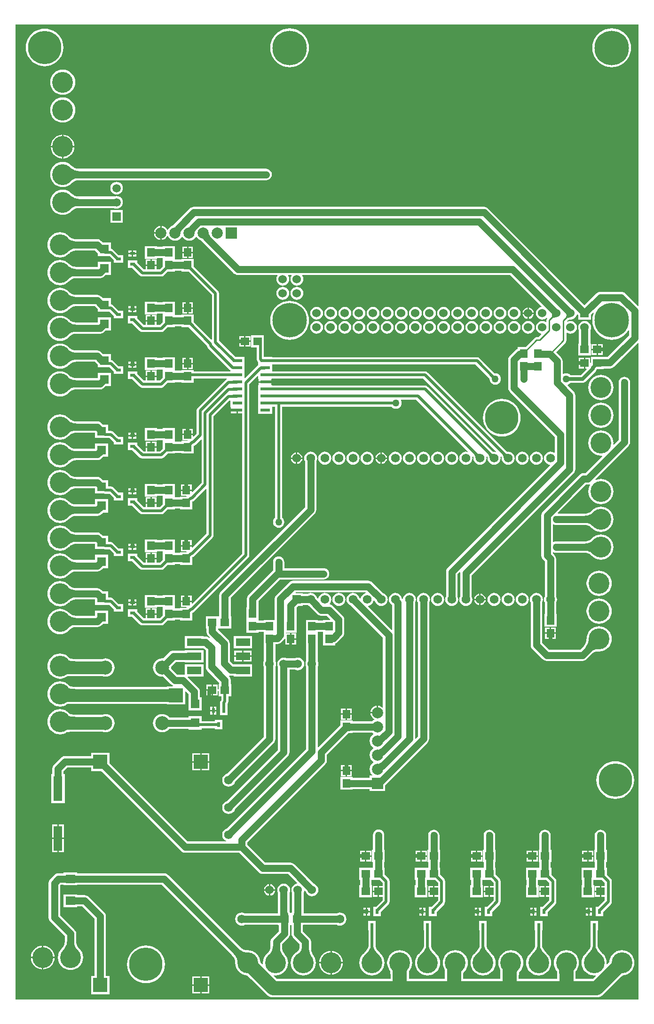
<source format=gtl>
G04*
G04 #@! TF.GenerationSoftware,Altium Limited,Altium Designer,19.1.5 (86)*
G04*
G04 Layer_Physical_Order=1*
G04 Layer_Color=255*
%FSLAX25Y25*%
%MOIN*%
G70*
G01*
G75*
%ADD13C,0.01000*%
%ADD17R,0.06000X0.05600*%
%ADD18R,0.10236X0.05600*%
%ADD19R,0.06614X0.05984*%
%ADD20R,0.06496X0.17717*%
%ADD21R,0.02362X0.03740*%
%ADD22R,0.05600X0.06000*%
%ADD23C,0.06200*%
%ADD24R,0.06890X0.02362*%
%ADD25R,0.03740X0.02362*%
%ADD26R,0.06400X0.06400*%
%ADD54C,0.05000*%
%ADD55C,0.02000*%
%ADD56C,0.10000*%
%ADD57C,0.02500*%
%ADD58C,0.09000*%
%ADD59C,0.23622*%
%ADD60C,0.14764*%
%ADD61R,0.07874X0.07874*%
%ADD62C,0.07874*%
%ADD63R,0.07874X0.07874*%
%ADD64C,0.06000*%
%ADD65R,0.06000X0.06000*%
%ADD66C,0.24410*%
%ADD67R,0.10000X0.10000*%
%ADD68R,0.10000X0.10000*%
%ADD69R,0.06142X0.06142*%
%ADD70C,0.06142*%
%ADD71C,0.05906*%
%ADD72R,0.05906X0.05906*%
%ADD73R,0.09843X0.09843*%
%ADD74C,0.09843*%
%ADD75C,0.05000*%
G36*
X443630Y493323D02*
X443168Y493132D01*
X434230Y502070D01*
X433395Y502711D01*
X432422Y503114D01*
X431378Y503251D01*
X431378Y503251D01*
X416697D01*
X415653Y503114D01*
X414680Y502711D01*
X413844Y502070D01*
X405492Y493718D01*
X337038Y562172D01*
X336202Y562813D01*
X335229Y563216D01*
X334185Y563353D01*
X334185Y563353D01*
X128331D01*
X127286Y563216D01*
X126313Y562813D01*
X125478Y562172D01*
X125478Y562172D01*
X114328Y551022D01*
X113687Y550187D01*
X113681Y550172D01*
X112376Y549631D01*
X111240Y548760D01*
X110369Y547624D01*
X110098Y546969D01*
X109598D01*
X109431Y547372D01*
X108639Y548403D01*
X107608Y549194D01*
X106407Y549692D01*
X105618Y549796D01*
Y544882D01*
Y539968D01*
X106407Y540072D01*
X107608Y540569D01*
X108639Y541361D01*
X109431Y542392D01*
X109598Y542795D01*
X110098D01*
X110369Y542140D01*
X111240Y541004D01*
X112376Y540133D01*
X113699Y539585D01*
X115118Y539398D01*
X116537Y539585D01*
X117860Y540133D01*
X118996Y541004D01*
X119842Y542106D01*
X120110Y542142D01*
X120126D01*
X120395Y542106D01*
X121240Y541004D01*
X122376Y540133D01*
X123699Y539585D01*
X125118Y539398D01*
X126538Y539585D01*
X127860Y540133D01*
X128996Y541004D01*
X129842Y542106D01*
X130110Y542142D01*
X130126D01*
X130395Y542106D01*
X131240Y541004D01*
X132376Y540133D01*
X133681Y539592D01*
X133687Y539577D01*
X134328Y538741D01*
X156804Y516265D01*
X156804Y516265D01*
X157640Y515624D01*
X158613Y515221D01*
X159657Y515084D01*
X159657Y515084D01*
X187514D01*
X187736Y514635D01*
X187546Y514388D01*
X187092Y513293D01*
X186937Y512118D01*
X187092Y510944D01*
X187546Y509849D01*
X188267Y508909D01*
X189207Y508187D01*
X190302Y507734D01*
X191476Y507579D01*
X192651Y507734D01*
X193746Y508187D01*
X194686Y508909D01*
X195407Y509849D01*
X195861Y510944D01*
X196015Y512118D01*
X195861Y513293D01*
X195407Y514388D01*
X195217Y514635D01*
X195438Y515084D01*
X197514D01*
X197736Y514635D01*
X197546Y514388D01*
X197092Y513293D01*
X196938Y512118D01*
X197092Y510944D01*
X197546Y509849D01*
X198267Y508909D01*
X199207Y508187D01*
X200302Y507734D01*
X201476Y507579D01*
X202651Y507734D01*
X203746Y508187D01*
X204686Y508909D01*
X205407Y509849D01*
X205860Y510944D01*
X206015Y512118D01*
X205860Y513293D01*
X205407Y514388D01*
X205217Y514635D01*
X205438Y515084D01*
X352715D01*
X374876Y492922D01*
X374716Y492449D01*
X374317Y492396D01*
X373223Y491943D01*
X372283Y491221D01*
X371561Y490281D01*
X371108Y489187D01*
X370953Y488012D01*
X371108Y486837D01*
X371561Y485743D01*
X372283Y484802D01*
X373223Y484081D01*
X374317Y483628D01*
X375492Y483473D01*
X376667Y483628D01*
X377762Y484081D01*
X378635Y484752D01*
X379049Y484480D01*
X379050Y484454D01*
X378608Y483792D01*
X378453Y483012D01*
Y481977D01*
X378005Y481756D01*
X377762Y481943D01*
X376667Y482396D01*
X375492Y482551D01*
X374317Y482396D01*
X373223Y481943D01*
X372283Y481221D01*
X371561Y480281D01*
X371108Y479187D01*
X370953Y478012D01*
X371108Y476837D01*
X371561Y475742D01*
X372283Y474802D01*
X373223Y474081D01*
X374317Y473628D01*
X374621Y473588D01*
X374782Y473114D01*
X372699Y471032D01*
X371433D01*
X370653Y470877D01*
X369991Y470434D01*
X363601Y464044D01*
X357885D01*
Y462817D01*
X357211Y462538D01*
X356375Y461897D01*
X356375Y461897D01*
X352532Y458054D01*
X351891Y457218D01*
X351488Y456245D01*
X351350Y455201D01*
X351350Y455201D01*
Y435062D01*
X351350Y435061D01*
X351488Y434017D01*
X351891Y433044D01*
X352532Y432209D01*
X384277Y400464D01*
Y389332D01*
X383828Y389110D01*
X383545Y389327D01*
X382433Y389788D01*
X381240Y389945D01*
X380047Y389788D01*
X378935Y389327D01*
X377980Y388595D01*
X377248Y387640D01*
X376787Y386528D01*
X376630Y385335D01*
X376787Y384141D01*
X377248Y383030D01*
X377980Y382075D01*
X378935Y381342D01*
X380047Y380881D01*
X380698Y380796D01*
X380877Y380268D01*
X308387Y307778D01*
X307746Y306942D01*
X307343Y305969D01*
X307206Y304925D01*
X307206Y304925D01*
Y287539D01*
X306787Y286528D01*
X306630Y285335D01*
X306787Y284141D01*
X307247Y283030D01*
X307980Y282075D01*
X308935Y281342D01*
X310047Y280881D01*
X311240Y280724D01*
X312433Y280881D01*
X313545Y281342D01*
X314500Y282075D01*
X315233Y283030D01*
X315693Y284141D01*
X315850Y285335D01*
X315693Y286528D01*
X315275Y287539D01*
Y303254D01*
X316802Y304781D01*
X317276Y304548D01*
X317206Y304016D01*
X317206Y304016D01*
Y287539D01*
X316787Y286528D01*
X316630Y285335D01*
X316787Y284141D01*
X317248Y283030D01*
X317980Y282075D01*
X318935Y281342D01*
X320047Y280881D01*
X321240Y280724D01*
X322433Y280881D01*
X323545Y281342D01*
X324500Y282075D01*
X325233Y283030D01*
X325693Y284141D01*
X325851Y285335D01*
X325693Y286528D01*
X325275Y287539D01*
Y302345D01*
X397664Y374734D01*
X397664Y374734D01*
X398305Y375569D01*
X398708Y376542D01*
X398846Y377587D01*
Y429855D01*
X398846Y429855D01*
X398708Y430899D01*
X398305Y431872D01*
X397664Y432708D01*
X393290Y437082D01*
X393335Y437216D01*
X393502Y437576D01*
X394424Y437958D01*
X395259Y438599D01*
X395320Y438678D01*
X403976D01*
X404694Y438773D01*
X405363Y439050D01*
X405937Y439491D01*
X413203Y446757D01*
X413644Y447331D01*
X413921Y448000D01*
X413968Y448357D01*
X418992D01*
Y448923D01*
X423412D01*
X423412Y448923D01*
X424456Y449060D01*
X425429Y449464D01*
X426265Y450105D01*
X443168Y467008D01*
X443630Y466817D01*
Y2039D01*
X2039D01*
Y692449D01*
X443630D01*
Y493323D01*
D02*
G37*
G36*
X385462Y485012D02*
X385029Y485009D01*
X384253Y484957D01*
X383910Y484908D01*
X383597Y484844D01*
X383314Y484764D01*
X383061Y484670D01*
X382837Y484560D01*
X382644Y484434D01*
X382481Y484294D01*
X381774Y485001D01*
X381915Y485164D01*
X382040Y485357D01*
X382150Y485580D01*
X382244Y485833D01*
X382324Y486117D01*
X382388Y486430D01*
X382437Y486773D01*
X382489Y487549D01*
X382492Y487982D01*
X385462Y485012D01*
D02*
G37*
G36*
X395678Y485018D02*
X395232Y484983D01*
X394087Y484814D01*
X393769Y484735D01*
X393484Y484645D01*
X393231Y484543D01*
X393010Y484431D01*
X392822Y484307D01*
X392666Y484173D01*
X391907Y484828D01*
X392052Y484997D01*
X392178Y485193D01*
X392285Y485417D01*
X392373Y485670D01*
X392442Y485949D01*
X392492Y486257D01*
X392523Y486593D01*
X392535Y486956D01*
X392502Y487766D01*
X395678Y485018D01*
D02*
G37*
G36*
X411910Y488031D02*
X411591Y487260D01*
X411088Y485162D01*
X410918Y483012D01*
X411088Y480861D01*
X411591Y478764D01*
X412417Y476771D01*
X413544Y474932D01*
X414945Y473291D01*
X416585Y471890D01*
X418424Y470763D01*
X420417Y469938D01*
X422515Y469434D01*
X424665Y469265D01*
X426816Y469434D01*
X428913Y469938D01*
X430906Y470763D01*
X432746Y471890D01*
X434386Y473291D01*
X435787Y474932D01*
X436354Y475857D01*
X436836Y475722D01*
Y472087D01*
X421741Y456992D01*
X414792D01*
X414530Y456957D01*
X409992D01*
Y452768D01*
X409933Y452728D01*
X409492Y452964D01*
Y456458D01*
X405992D01*
Y452658D01*
Y448857D01*
X406805D01*
X406997Y448395D01*
X402827Y444226D01*
X395320D01*
X395259Y444305D01*
X394424Y444946D01*
X393450Y445349D01*
X392406Y445486D01*
X391362Y445349D01*
X390441Y444967D01*
X390068Y445104D01*
X389941Y445167D01*
Y454054D01*
X389803Y455098D01*
X389400Y456072D01*
X388759Y456907D01*
X385200Y460466D01*
X391934Y467200D01*
X392376Y467861D01*
X392531Y468642D01*
Y474046D01*
X392980Y474268D01*
X393223Y474081D01*
X394317Y473628D01*
X395492Y473473D01*
X396667Y473628D01*
X397762Y474081D01*
X398702Y474802D01*
X399423Y475742D01*
X399876Y476837D01*
X400031Y478012D01*
X399876Y479187D01*
X399423Y480281D01*
X398702Y481221D01*
X397762Y481943D01*
X396667Y482396D01*
X395492Y482551D01*
X394317Y482396D01*
X393388Y482011D01*
X393104Y482435D01*
X393769Y483100D01*
X393779Y483106D01*
X393864Y483149D01*
X393999Y483203D01*
X394185Y483262D01*
X394384Y483312D01*
X395403Y483463D01*
X395795Y483493D01*
X395932Y483531D01*
X396667Y483628D01*
X397762Y484081D01*
X398702Y484802D01*
X399423Y485743D01*
X399876Y486837D01*
X399929Y487235D01*
X400402Y487396D01*
X400992Y486806D01*
Y483512D01*
X409992D01*
Y486806D01*
X411495Y488309D01*
X411910Y488031D01*
D02*
G37*
%LPC*%
G36*
X22638Y689533D02*
X20549Y689369D01*
X18512Y688880D01*
X16576Y688078D01*
X14790Y686983D01*
X13196Y685623D01*
X11836Y684029D01*
X10741Y682243D01*
X9939Y680307D01*
X9450Y678270D01*
X9286Y676181D01*
X9450Y674092D01*
X9939Y672055D01*
X10741Y670119D01*
X11836Y668333D01*
X13196Y666740D01*
X14790Y665379D01*
X16576Y664284D01*
X18512Y663482D01*
X20549Y662993D01*
X22638Y662829D01*
X24726Y662993D01*
X26764Y663482D01*
X28700Y664284D01*
X30486Y665379D01*
X32079Y666740D01*
X33440Y668333D01*
X34535Y670119D01*
X35337Y672055D01*
X35826Y674092D01*
X35990Y676181D01*
X35826Y678270D01*
X35337Y680307D01*
X34535Y682243D01*
X33440Y684029D01*
X32079Y685623D01*
X30486Y686983D01*
X28700Y688078D01*
X26764Y688880D01*
X24726Y689369D01*
X22638Y689533D01*
D02*
G37*
G36*
X424665Y689672D02*
X422515Y689503D01*
X420417Y689000D01*
X418424Y688174D01*
X416585Y687047D01*
X414945Y685646D01*
X413544Y684006D01*
X412417Y682166D01*
X411591Y680173D01*
X411088Y678076D01*
X410918Y675925D01*
X411088Y673775D01*
X411591Y671677D01*
X412417Y669684D01*
X413544Y667845D01*
X414945Y666205D01*
X416585Y664804D01*
X418424Y663677D01*
X420417Y662851D01*
X422515Y662347D01*
X424665Y662178D01*
X426816Y662347D01*
X428913Y662851D01*
X430906Y663677D01*
X432746Y664804D01*
X434386Y666205D01*
X435787Y667845D01*
X436914Y669684D01*
X437740Y671677D01*
X438243Y673775D01*
X438412Y675925D01*
X438243Y678076D01*
X437740Y680173D01*
X436914Y682166D01*
X435787Y684006D01*
X434386Y685646D01*
X432746Y687047D01*
X430906Y688174D01*
X428913Y689000D01*
X426816Y689503D01*
X424665Y689672D01*
D02*
G37*
G36*
X196319D02*
X194168Y689503D01*
X192071Y689000D01*
X190078Y688174D01*
X188239Y687047D01*
X186598Y685646D01*
X185197Y684006D01*
X184070Y682166D01*
X183245Y680173D01*
X182741Y678076D01*
X182572Y675925D01*
X182741Y673775D01*
X183245Y671677D01*
X184070Y669684D01*
X185197Y667845D01*
X186598Y666205D01*
X188239Y664804D01*
X190078Y663677D01*
X192071Y662851D01*
X194168Y662347D01*
X196319Y662178D01*
X198469Y662347D01*
X200567Y662851D01*
X202560Y663677D01*
X204399Y664804D01*
X206040Y666205D01*
X207440Y667845D01*
X208568Y669684D01*
X209393Y671677D01*
X209897Y673775D01*
X210066Y675925D01*
X209897Y678076D01*
X209393Y680173D01*
X208568Y682166D01*
X207440Y684006D01*
X206040Y685646D01*
X204399Y687047D01*
X202560Y688174D01*
X200567Y689000D01*
X198469Y689503D01*
X196319Y689672D01*
D02*
G37*
G36*
X35433Y660500D02*
X33692Y660328D01*
X32018Y659820D01*
X30475Y658996D01*
X29122Y657886D01*
X28012Y656533D01*
X27188Y654990D01*
X26680Y653316D01*
X26508Y651575D01*
X26680Y649834D01*
X27188Y648159D01*
X28012Y646616D01*
X29122Y645264D01*
X30475Y644154D01*
X32018Y643329D01*
X33692Y642821D01*
X35433Y642650D01*
X37174Y642821D01*
X38849Y643329D01*
X40391Y644154D01*
X41744Y645264D01*
X42854Y646616D01*
X43679Y648159D01*
X44186Y649834D01*
X44358Y651575D01*
X44186Y653316D01*
X43679Y654990D01*
X42854Y656533D01*
X41744Y657886D01*
X40391Y658996D01*
X38849Y659820D01*
X37174Y660328D01*
X35433Y660500D01*
D02*
G37*
G36*
Y640815D02*
X33692Y640643D01*
X32018Y640135D01*
X30475Y639311D01*
X29122Y638201D01*
X28012Y636848D01*
X27188Y635305D01*
X26680Y633631D01*
X26508Y631890D01*
X26680Y630149D01*
X27188Y628474D01*
X28012Y626931D01*
X29122Y625579D01*
X30475Y624469D01*
X32018Y623644D01*
X33692Y623136D01*
X35433Y622965D01*
X37174Y623136D01*
X38849Y623644D01*
X40391Y624469D01*
X41744Y625579D01*
X42854Y626931D01*
X43679Y628474D01*
X44186Y630149D01*
X44358Y631890D01*
X44186Y633631D01*
X43679Y635305D01*
X42854Y636848D01*
X41744Y638201D01*
X40391Y639311D01*
X38849Y640135D01*
X37174Y640643D01*
X35433Y640815D01*
D02*
G37*
G36*
X35933Y614326D02*
Y606453D01*
X43806D01*
X43694Y607596D01*
X43214Y609176D01*
X42436Y610632D01*
X41389Y611908D01*
X40112Y612956D01*
X38656Y613734D01*
X37076Y614213D01*
X35933Y614326D01*
D02*
G37*
G36*
X34933D02*
X33790Y614213D01*
X32210Y613734D01*
X30754Y612956D01*
X29478Y611908D01*
X28430Y610632D01*
X27652Y609176D01*
X27172Y607596D01*
X27060Y606453D01*
X34933D01*
Y614326D01*
D02*
G37*
G36*
Y605453D02*
X27060D01*
X27172Y604310D01*
X27652Y602730D01*
X28430Y601274D01*
X29478Y599997D01*
X30754Y598950D01*
X32210Y598172D01*
X33790Y597692D01*
X34933Y597580D01*
Y605453D01*
D02*
G37*
G36*
X43806D02*
X35933D01*
Y597580D01*
X37076Y597692D01*
X38656Y598172D01*
X40112Y598950D01*
X41389Y599997D01*
X42436Y601274D01*
X43214Y602730D01*
X43694Y604310D01*
X43806Y605453D01*
D02*
G37*
G36*
X35433Y595193D02*
X33692Y595021D01*
X32018Y594513D01*
X30475Y593688D01*
X29122Y592579D01*
X28012Y591226D01*
X27188Y589683D01*
X26680Y588009D01*
X26508Y586268D01*
X26680Y584527D01*
X27188Y582852D01*
X28012Y581309D01*
X29122Y579957D01*
X30475Y578847D01*
X32018Y578022D01*
X33692Y577514D01*
X35433Y577343D01*
X37174Y577514D01*
X38849Y578022D01*
X40391Y578847D01*
X41744Y579957D01*
X41824Y580054D01*
X42252Y580463D01*
X42715Y580845D01*
X43185Y581177D01*
X43663Y581460D01*
X44151Y581698D01*
X44649Y581892D01*
X45162Y582042D01*
X45691Y582150D01*
X46239Y582215D01*
X46705Y582233D01*
X179626D01*
X180670Y582371D01*
X181643Y582774D01*
X182479Y583415D01*
X183120Y584250D01*
X183523Y585224D01*
X183660Y586268D01*
X183523Y587312D01*
X183120Y588285D01*
X182479Y589121D01*
X181643Y589762D01*
X180670Y590165D01*
X179626Y590302D01*
X46705D01*
X46239Y590320D01*
X45691Y590386D01*
X45162Y590493D01*
X44649Y590644D01*
X44151Y590837D01*
X43663Y591075D01*
X43185Y591359D01*
X42715Y591691D01*
X42252Y592073D01*
X41824Y592482D01*
X41744Y592579D01*
X40391Y593688D01*
X38849Y594513D01*
X37174Y595021D01*
X35433Y595193D01*
D02*
G37*
G36*
X73665Y581074D02*
X72503Y580921D01*
X71420Y580472D01*
X70490Y579759D01*
X69776Y578828D01*
X69327Y577745D01*
X69174Y576583D01*
X69327Y575420D01*
X69776Y574337D01*
X70490Y573407D01*
X71420Y572693D01*
X72503Y572245D01*
X73665Y572092D01*
X74828Y572245D01*
X75911Y572693D01*
X76841Y573407D01*
X77555Y574337D01*
X78004Y575420D01*
X78157Y576583D01*
X78004Y577745D01*
X77555Y578828D01*
X76841Y579759D01*
X75911Y580472D01*
X74828Y580921D01*
X73665Y581074D01*
D02*
G37*
G36*
X35433Y575508D02*
X33692Y575336D01*
X32018Y574828D01*
X30475Y574004D01*
X29122Y572894D01*
X28012Y571541D01*
X27188Y569998D01*
X26680Y568324D01*
X26508Y566583D01*
X26680Y564842D01*
X27188Y563167D01*
X28012Y561624D01*
X29122Y560272D01*
X30475Y559162D01*
X32018Y558337D01*
X33692Y557829D01*
X35433Y557658D01*
X37174Y557829D01*
X38849Y558337D01*
X40391Y559162D01*
X41744Y560272D01*
X41824Y560369D01*
X42252Y560778D01*
X42715Y561160D01*
X43185Y561491D01*
X43663Y561775D01*
X44151Y562013D01*
X44649Y562207D01*
X45162Y562357D01*
X45691Y562465D01*
X46239Y562530D01*
X46705Y562548D01*
X71770D01*
X72503Y562245D01*
X73665Y562092D01*
X74828Y562245D01*
X75911Y562693D01*
X76841Y563407D01*
X77555Y564337D01*
X78004Y565420D01*
X78157Y566583D01*
X78004Y567745D01*
X77555Y568828D01*
X76841Y569759D01*
X75911Y570472D01*
X74828Y570921D01*
X73665Y571074D01*
X72503Y570921D01*
X71770Y570617D01*
X46705D01*
X46239Y570635D01*
X45691Y570701D01*
X45162Y570809D01*
X44649Y570959D01*
X44151Y571152D01*
X43663Y571390D01*
X43185Y571674D01*
X42715Y572006D01*
X42252Y572388D01*
X41824Y572796D01*
X41744Y572894D01*
X40391Y574004D01*
X38849Y574828D01*
X37174Y575336D01*
X35433Y575508D01*
D02*
G37*
G36*
X78118Y561035D02*
X69213D01*
Y552130D01*
X78118D01*
Y561035D01*
D02*
G37*
G36*
X104618Y549796D02*
X103829Y549692D01*
X102628Y549194D01*
X101597Y548403D01*
X100806Y547372D01*
X100308Y546171D01*
X100204Y545382D01*
X104618D01*
Y549796D01*
D02*
G37*
G36*
Y544382D02*
X100204D01*
X100308Y543593D01*
X100806Y542392D01*
X101597Y541361D01*
X102628Y540569D01*
X103829Y540072D01*
X104618Y539968D01*
Y544382D01*
D02*
G37*
G36*
X114831Y535549D02*
X106231D01*
Y535084D01*
X102331D01*
Y535549D01*
X93731D01*
Y526549D01*
X102331D01*
Y527015D01*
X106231D01*
Y521154D01*
X104176Y519098D01*
X101831D01*
Y521549D01*
X98032D01*
X94231D01*
Y519098D01*
X92946D01*
X88311Y523733D01*
Y525490D01*
X81571D01*
Y520128D01*
X84706D01*
X90087Y514747D01*
X90914Y514194D01*
X91890Y514000D01*
X105231D01*
X106207Y514194D01*
X107034Y514747D01*
X109836Y517549D01*
X114831D01*
Y518015D01*
X119725D01*
Y517549D01*
X124720D01*
X141245Y501025D01*
Y469534D01*
X140783Y469343D01*
X128316Y481810D01*
Y487205D01*
X119716D01*
Y486727D01*
X114831D01*
Y496179D01*
X106231D01*
Y495714D01*
X102331D01*
Y496179D01*
X93731D01*
Y487179D01*
X102331D01*
Y487645D01*
X106231D01*
Y481784D01*
X104176Y479728D01*
X101831D01*
Y482179D01*
X98032D01*
X94231D01*
Y479728D01*
X92946D01*
X88311Y484363D01*
Y486120D01*
X81571D01*
Y480758D01*
X84706D01*
X90087Y475377D01*
X90914Y474824D01*
X91890Y474630D01*
X105231D01*
X106207Y474824D01*
X107034Y475377D01*
X109836Y478179D01*
X114831D01*
Y478657D01*
X119716D01*
Y478205D01*
X124711D01*
X137745Y465171D01*
Y465167D01*
X137939Y464191D01*
X138491Y463365D01*
X154107Y447749D01*
X154307Y447615D01*
Y446919D01*
X128325D01*
Y447809D01*
X119725D01*
Y447344D01*
X114831D01*
Y456809D01*
X106231D01*
Y456344D01*
X102331D01*
Y456809D01*
X93731D01*
Y447809D01*
X102331D01*
Y448275D01*
X106231D01*
Y442414D01*
X104176Y440358D01*
X101831D01*
Y442809D01*
X98032D01*
X94231D01*
Y440358D01*
X92946D01*
X88311Y444993D01*
Y446750D01*
X81571D01*
Y441388D01*
X84706D01*
X90087Y436007D01*
X90914Y435454D01*
X91890Y435260D01*
X105231D01*
X106207Y435454D01*
X107034Y436007D01*
X109836Y438809D01*
X114831D01*
Y439275D01*
X119725D01*
Y438809D01*
X128325D01*
Y441821D01*
X151567D01*
X151718Y441321D01*
X151225Y440991D01*
X131094Y420861D01*
X130542Y420034D01*
X130348Y419059D01*
Y402730D01*
X128287Y400669D01*
X127825Y400860D01*
Y401638D01*
X124025D01*
X120225D01*
Y398138D01*
X124037D01*
X124273Y397697D01*
X124233Y397638D01*
X119725D01*
Y397172D01*
X114831D01*
Y406638D01*
X106231D01*
Y406172D01*
X102331D01*
Y406638D01*
X93731D01*
Y397638D01*
X102331D01*
Y398103D01*
X106231D01*
Y392243D01*
X104176Y390187D01*
X101831D01*
Y392638D01*
X98032D01*
X94231D01*
Y390187D01*
X92946D01*
X88311Y394821D01*
Y396579D01*
X81571D01*
Y391217D01*
X84706D01*
X90087Y385835D01*
X90914Y385283D01*
X91890Y385089D01*
X105231D01*
X106207Y385283D01*
X107034Y385835D01*
X109836Y388638D01*
X114831D01*
Y389103D01*
X119725D01*
Y388638D01*
X128325D01*
Y394033D01*
X128510Y394218D01*
X128836Y394283D01*
X129663Y394835D01*
X133386Y398558D01*
X133848Y398367D01*
Y367853D01*
X127293Y361299D01*
X126831Y361490D01*
Y362268D01*
X123031D01*
X119231D01*
Y358768D01*
X123043D01*
X123279Y358327D01*
X123239Y358268D01*
X118731D01*
Y357802D01*
X114831D01*
Y367268D01*
X106231D01*
Y366802D01*
X102331D01*
Y367268D01*
X93731D01*
Y358268D01*
X102331D01*
Y358733D01*
X106231D01*
Y352872D01*
X104176Y350817D01*
X101831D01*
Y353268D01*
X98032D01*
X94231D01*
Y350817D01*
X92946D01*
X88311Y355451D01*
Y357209D01*
X81571D01*
Y351847D01*
X84706D01*
X90087Y346465D01*
X90914Y345913D01*
X91890Y345719D01*
X105231D01*
X106207Y345913D01*
X107034Y346465D01*
X109836Y349268D01*
X114831D01*
Y349733D01*
X118731D01*
Y349268D01*
X127331D01*
Y354663D01*
X127516Y354848D01*
X127842Y354913D01*
X128669Y355465D01*
X136886Y363682D01*
X137348Y363491D01*
Y331983D01*
X127293Y321929D01*
X126831Y322120D01*
Y322898D01*
X123031D01*
X119231D01*
Y319398D01*
X123043D01*
X123279Y318957D01*
X123239Y318898D01*
X118731D01*
Y318432D01*
X114831D01*
Y327898D01*
X106231D01*
Y327432D01*
X102331D01*
Y327898D01*
X93731D01*
Y318898D01*
X102331D01*
Y319363D01*
X106231D01*
Y313502D01*
X104176Y311447D01*
X101831D01*
Y313898D01*
X98032D01*
X94231D01*
Y311447D01*
X92946D01*
X88311Y316081D01*
Y317839D01*
X81571D01*
Y312476D01*
X84706D01*
X90087Y307095D01*
X90914Y306543D01*
X91890Y306349D01*
X105231D01*
X106207Y306543D01*
X107034Y307095D01*
X109836Y309898D01*
X114831D01*
Y310363D01*
X118731D01*
Y309898D01*
X127331D01*
Y315293D01*
X127516Y315478D01*
X127842Y315543D01*
X128669Y316095D01*
X141699Y329125D01*
X142252Y329952D01*
X142446Y330927D01*
Y415103D01*
X153807Y426465D01*
X154307Y426258D01*
Y421689D01*
X154364D01*
X154807Y421551D01*
Y419870D01*
X159252D01*
Y419370D01*
X159752D01*
Y417189D01*
X162648D01*
Y317913D01*
X127293Y282559D01*
X126831Y282750D01*
Y283528D01*
X123031D01*
X119231D01*
Y280028D01*
X123043D01*
X123279Y279587D01*
X123239Y279528D01*
X118731D01*
Y279062D01*
X114831D01*
Y288528D01*
X106231D01*
Y288062D01*
X102331D01*
Y288528D01*
X93731D01*
Y279528D01*
X102331D01*
Y279993D01*
X106231D01*
Y274132D01*
X104176Y272077D01*
X101831D01*
Y274528D01*
X98032D01*
X94231D01*
Y272077D01*
X92946D01*
X88311Y276711D01*
Y278468D01*
X81571D01*
Y273106D01*
X84706D01*
X90087Y267725D01*
X90914Y267173D01*
X91890Y266979D01*
X105231D01*
X106207Y267173D01*
X107034Y267725D01*
X109836Y270528D01*
X114831D01*
Y270993D01*
X118731D01*
Y270528D01*
X127331D01*
Y275923D01*
X127516Y276108D01*
X127842Y276173D01*
X128669Y276725D01*
X166999Y315055D01*
X167552Y315882D01*
X167746Y316857D01*
Y437736D01*
X173530Y443520D01*
X173992Y443329D01*
Y441689D01*
X174049D01*
X174492Y441551D01*
X174492Y441189D01*
Y439870D01*
X178937D01*
X183382D01*
X183382Y441551D01*
X183825Y441689D01*
X183882D01*
Y441821D01*
X291149D01*
X342788Y390182D01*
X342505Y389758D01*
X342433Y389788D01*
X341240Y389945D01*
X341172Y389936D01*
X340980Y389940D01*
X340783Y389958D01*
X340604Y389987D01*
X340441Y390027D01*
X340293Y390077D01*
X340156Y390135D01*
X340028Y390203D01*
X339906Y390283D01*
X339865Y390315D01*
X294007Y436172D01*
X293180Y436725D01*
X292205Y436919D01*
X183882D01*
Y437051D01*
X183825D01*
X183382Y437189D01*
X183382Y437551D01*
Y438870D01*
X178937D01*
X174492D01*
X174492Y437189D01*
X174049Y437051D01*
X173992D01*
Y431689D01*
Y426689D01*
Y421689D01*
Y416689D01*
X183882D01*
Y421821D01*
X186034D01*
Y343244D01*
X185730Y343010D01*
X185089Y342175D01*
X184686Y341202D01*
X184548Y340158D01*
X184686Y339113D01*
X185089Y338140D01*
X185730Y337305D01*
X186565Y336664D01*
X187539Y336260D01*
X188583Y336123D01*
X189627Y336260D01*
X190600Y336664D01*
X191436Y337305D01*
X192077Y338140D01*
X192480Y339113D01*
X192617Y340158D01*
X192480Y341202D01*
X192077Y342175D01*
X191436Y343010D01*
X191132Y343244D01*
Y421821D01*
X268607D01*
X268840Y421517D01*
X269676Y420876D01*
X270649Y420473D01*
X271693Y420336D01*
X272737Y420473D01*
X273710Y420876D01*
X274546Y421517D01*
X275187Y422353D01*
X275590Y423326D01*
X275727Y424370D01*
X275590Y425414D01*
X275214Y426321D01*
X275406Y426821D01*
X286149D01*
X322788Y390182D01*
X322504Y389758D01*
X322433Y389788D01*
X321240Y389945D01*
X320047Y389788D01*
X318935Y389327D01*
X317980Y388595D01*
X317248Y387640D01*
X316787Y386528D01*
X316630Y385335D01*
X316787Y384141D01*
X317248Y383030D01*
X317980Y382075D01*
X318935Y381342D01*
X320047Y380881D01*
X321240Y380724D01*
X322433Y380881D01*
X323545Y381342D01*
X324500Y382075D01*
X325233Y383030D01*
X325693Y384141D01*
X325851Y385335D01*
X325736Y386204D01*
X326186Y386598D01*
X326329Y386558D01*
X326393Y386507D01*
X326440Y386419D01*
X326498Y386282D01*
X326548Y386133D01*
X326587Y385971D01*
X326617Y385792D01*
X326635Y385595D01*
X326639Y385403D01*
X326630Y385335D01*
X326787Y384141D01*
X327248Y383030D01*
X327980Y382075D01*
X328935Y381342D01*
X330047Y380881D01*
X331240Y380724D01*
X332433Y380881D01*
X333545Y381342D01*
X334500Y382075D01*
X335233Y383030D01*
X335693Y384141D01*
X335851Y385335D01*
X335736Y386204D01*
X336186Y386598D01*
X336329Y386558D01*
X336393Y386507D01*
X336440Y386419D01*
X336498Y386282D01*
X336548Y386133D01*
X336587Y385971D01*
X336617Y385792D01*
X336635Y385595D01*
X336639Y385403D01*
X336630Y385335D01*
X336787Y384141D01*
X337247Y383030D01*
X337980Y382075D01*
X338935Y381342D01*
X340047Y380881D01*
X341240Y380724D01*
X342433Y380881D01*
X343545Y381342D01*
X344500Y382075D01*
X345233Y383030D01*
X345693Y384141D01*
X345850Y385335D01*
X345736Y386204D01*
X346186Y386598D01*
X346329Y386558D01*
X346393Y386507D01*
X346440Y386419D01*
X346498Y386282D01*
X346548Y386133D01*
X346587Y385971D01*
X346617Y385792D01*
X346635Y385595D01*
X346639Y385403D01*
X346630Y385335D01*
X346787Y384141D01*
X347248Y383030D01*
X347980Y382075D01*
X348935Y381342D01*
X350047Y380881D01*
X351240Y380724D01*
X352433Y380881D01*
X353545Y381342D01*
X354500Y382075D01*
X355233Y383030D01*
X355693Y384141D01*
X355851Y385335D01*
X355693Y386528D01*
X355233Y387640D01*
X354500Y388595D01*
X353545Y389327D01*
X352433Y389788D01*
X351240Y389945D01*
X351172Y389936D01*
X350980Y389940D01*
X350783Y389958D01*
X350604Y389987D01*
X350442Y390027D01*
X350293Y390077D01*
X350156Y390135D01*
X350028Y390203D01*
X349906Y390283D01*
X349865Y390315D01*
X294007Y446173D01*
X293180Y446725D01*
X292205Y446919D01*
X183882D01*
Y451821D01*
X328152D01*
X338141Y441832D01*
X338091Y441452D01*
X338229Y440408D01*
X338632Y439435D01*
X339273Y438599D01*
X340109Y437958D01*
X341082Y437555D01*
X342126Y437418D01*
X343170Y437555D01*
X344143Y437958D01*
X344979Y438599D01*
X345620Y439435D01*
X346023Y440408D01*
X346161Y441452D01*
X346023Y442496D01*
X345620Y443469D01*
X344979Y444305D01*
X344143Y444946D01*
X343170Y445349D01*
X342126Y445486D01*
X341746Y445436D01*
X331010Y456173D01*
X330183Y456725D01*
X329208Y456919D01*
X183882D01*
Y457051D01*
X178144D01*
Y466310D01*
X178094Y466557D01*
Y472410D01*
X169095D01*
Y463810D01*
X173046D01*
Y455449D01*
X173240Y454473D01*
X173792Y453646D01*
X173992Y453446D01*
Y451125D01*
X173792Y450991D01*
X164697Y441896D01*
X164197Y442103D01*
Y446689D01*
Y451689D01*
Y457051D01*
X157912D01*
X146343Y468620D01*
Y502081D01*
X146149Y503056D01*
X145596Y503883D01*
X128325Y521154D01*
Y526549D01*
X119725D01*
Y526084D01*
X114831D01*
Y526549D01*
Y535549D01*
D02*
G37*
G36*
X127825Y535049D02*
X124525D01*
Y531549D01*
X127825D01*
Y535049D01*
D02*
G37*
G36*
X123525D02*
X120225D01*
Y531549D01*
X123525D01*
Y535049D01*
D02*
G37*
G36*
X87811Y532471D02*
X85441D01*
Y530789D01*
X87811D01*
Y532471D01*
D02*
G37*
G36*
X84441D02*
X82071D01*
Y530789D01*
X84441D01*
Y532471D01*
D02*
G37*
G36*
X87811Y529789D02*
X85441D01*
Y528108D01*
X87811D01*
Y529789D01*
D02*
G37*
G36*
X84441D02*
X82071D01*
Y528108D01*
X84441D01*
Y529789D01*
D02*
G37*
G36*
X127825Y530549D02*
X124525D01*
Y527049D01*
X127825D01*
Y530549D01*
D02*
G37*
G36*
X123525D02*
X120225D01*
Y527049D01*
X123525D01*
Y530549D01*
D02*
G37*
G36*
X33500Y545317D02*
X31759Y545145D01*
X30085Y544637D01*
X28542Y543813D01*
X27189Y542703D01*
X26079Y541350D01*
X25254Y539807D01*
X24747Y538133D01*
X24575Y536392D01*
X24747Y534651D01*
X25254Y532976D01*
X26079Y531433D01*
X27189Y530081D01*
X28542Y528971D01*
X30085Y528146D01*
X31759Y527638D01*
X33500Y527467D01*
X35241Y527638D01*
X36915Y528146D01*
X38458Y528971D01*
X39811Y530081D01*
X39891Y530178D01*
X40319Y530587D01*
X40782Y530969D01*
X41252Y531300D01*
X41730Y531584D01*
X42218Y531822D01*
X42716Y532016D01*
X43229Y532166D01*
X43758Y532274D01*
X44306Y532339D01*
X44772Y532357D01*
X58236D01*
X60147Y530446D01*
X60233Y530380D01*
Y528599D01*
X64954D01*
X65200Y528550D01*
X68607D01*
X71531Y525626D01*
Y523868D01*
X78272D01*
Y529230D01*
X75136D01*
X71465Y532902D01*
X70638Y533454D01*
X69663Y533648D01*
X69633D01*
Y537999D01*
X64006D01*
X62760Y539245D01*
X61925Y539886D01*
X60952Y540289D01*
X59908Y540426D01*
X59907Y540426D01*
X44772D01*
X44306Y540444D01*
X43758Y540510D01*
X43229Y540618D01*
X42716Y540768D01*
X42217Y540961D01*
X41730Y541199D01*
X41252Y541483D01*
X40782Y541815D01*
X40319Y542197D01*
X39891Y542605D01*
X39811Y542703D01*
X38458Y543813D01*
X36915Y544637D01*
X35241Y545145D01*
X33500Y545317D01*
D02*
G37*
G36*
X101831Y526049D02*
X98532D01*
Y522549D01*
X101831D01*
Y526049D01*
D02*
G37*
G36*
X97531D02*
X94231D01*
Y522549D01*
X97531D01*
Y526049D01*
D02*
G37*
G36*
X33500Y525632D02*
X31759Y525460D01*
X30085Y524952D01*
X28542Y524127D01*
X27189Y523018D01*
X26079Y521665D01*
X25254Y520122D01*
X24747Y518448D01*
X24575Y516707D01*
X24747Y514966D01*
X25254Y513291D01*
X26079Y511748D01*
X27189Y510396D01*
X28542Y509286D01*
X30085Y508461D01*
X31759Y507953D01*
X33500Y507782D01*
X35241Y507953D01*
X36915Y508461D01*
X38458Y509286D01*
X39811Y510396D01*
X39965Y510583D01*
X39987Y510599D01*
X40464Y511075D01*
X40911Y511462D01*
X41367Y511797D01*
X41832Y512084D01*
X42308Y512324D01*
X42798Y512519D01*
X43303Y512671D01*
X43827Y512781D01*
X44372Y512847D01*
X44841Y512865D01*
X61933D01*
X61934Y512865D01*
X62978Y513003D01*
X63951Y513406D01*
X64786Y514047D01*
X65939Y515199D01*
X69633D01*
Y524599D01*
X60233D01*
Y520934D01*
X44697D01*
X44234Y520952D01*
X43683Y521016D01*
X43149Y521122D01*
X42629Y521271D01*
X42121Y521462D01*
X41623Y521697D01*
X41132Y521978D01*
X40648Y522305D01*
X40170Y522682D01*
X39841Y522981D01*
X39811Y523018D01*
X39703Y523106D01*
X39662Y523143D01*
X39646Y523152D01*
X38458Y524127D01*
X36915Y524952D01*
X35241Y525460D01*
X33500Y525632D01*
D02*
G37*
G36*
X201476Y506657D02*
X200302Y506502D01*
X199207Y506049D01*
X198267Y505328D01*
X197546Y504388D01*
X197092Y503293D01*
X196938Y502118D01*
X197092Y500944D01*
X197546Y499849D01*
X198267Y498909D01*
X199207Y498187D01*
X200302Y497734D01*
X201476Y497579D01*
X202651Y497734D01*
X203746Y498187D01*
X204686Y498909D01*
X205407Y499849D01*
X205860Y500944D01*
X206015Y502118D01*
X205860Y503293D01*
X205407Y504388D01*
X204686Y505328D01*
X203746Y506049D01*
X202651Y506502D01*
X201476Y506657D01*
D02*
G37*
G36*
X191476D02*
X190302Y506502D01*
X189207Y506049D01*
X188267Y505328D01*
X187546Y504388D01*
X187092Y503293D01*
X186937Y502118D01*
X187092Y500944D01*
X187546Y499849D01*
X188267Y498909D01*
X189207Y498187D01*
X190302Y497734D01*
X191476Y497579D01*
X192651Y497734D01*
X193746Y498187D01*
X194686Y498909D01*
X195407Y499849D01*
X195861Y500944D01*
X196015Y502118D01*
X195861Y503293D01*
X195407Y504388D01*
X194686Y505328D01*
X193746Y506049D01*
X192651Y506502D01*
X191476Y506657D01*
D02*
G37*
G36*
X127816Y495705D02*
X124516D01*
Y492205D01*
X127816D01*
Y495705D01*
D02*
G37*
G36*
X123516D02*
X120216D01*
Y492205D01*
X123516D01*
Y495705D01*
D02*
G37*
G36*
X87811Y493100D02*
X85441D01*
Y491419D01*
X87811D01*
Y493100D01*
D02*
G37*
G36*
X84441D02*
X82071D01*
Y491419D01*
X84441D01*
Y493100D01*
D02*
G37*
G36*
X87811Y490419D02*
X85441D01*
Y488738D01*
X87811D01*
Y490419D01*
D02*
G37*
G36*
X84441D02*
X82071D01*
Y488738D01*
X84441D01*
Y490419D01*
D02*
G37*
G36*
X365992Y491981D02*
Y488512D01*
X369461D01*
X369389Y489056D01*
X368986Y490029D01*
X368345Y490865D01*
X367509Y491506D01*
X366536Y491909D01*
X365992Y491981D01*
D02*
G37*
G36*
X364992D02*
X364448Y491909D01*
X363475Y491506D01*
X362639Y490865D01*
X361998Y490029D01*
X361595Y489056D01*
X361523Y488512D01*
X364992D01*
Y491981D01*
D02*
G37*
G36*
X127816Y491205D02*
X124516D01*
Y487705D01*
X127816D01*
Y491205D01*
D02*
G37*
G36*
X123516D02*
X120216D01*
Y487705D01*
X123516D01*
Y491205D01*
D02*
G37*
G36*
X33500Y505947D02*
X31759Y505775D01*
X30085Y505267D01*
X28542Y504442D01*
X27189Y503333D01*
X26079Y501980D01*
X25254Y500437D01*
X24747Y498763D01*
X24575Y497022D01*
X24747Y495281D01*
X25254Y493606D01*
X26079Y492063D01*
X27189Y490711D01*
X28542Y489601D01*
X30085Y488776D01*
X31759Y488268D01*
X33500Y488097D01*
X35241Y488268D01*
X36915Y488776D01*
X38458Y489601D01*
X39811Y490711D01*
X39891Y490808D01*
X40319Y491217D01*
X40782Y491599D01*
X41252Y491930D01*
X41730Y492214D01*
X42218Y492452D01*
X42716Y492646D01*
X43229Y492796D01*
X43758Y492904D01*
X44306Y492969D01*
X44772Y492987D01*
X58236D01*
X60147Y491076D01*
X60233Y491010D01*
Y489229D01*
X64954D01*
X65200Y489180D01*
X68607D01*
X71531Y486256D01*
Y484498D01*
X78272D01*
Y489860D01*
X75136D01*
X71465Y493532D01*
X70638Y494084D01*
X69663Y494278D01*
X69633D01*
Y498629D01*
X64006D01*
X62760Y499874D01*
X61925Y500516D01*
X60952Y500919D01*
X59908Y501056D01*
X59907Y501056D01*
X44772D01*
X44306Y501074D01*
X43758Y501139D01*
X43229Y501247D01*
X42716Y501398D01*
X42217Y501591D01*
X41730Y501829D01*
X41252Y502113D01*
X40782Y502445D01*
X40319Y502827D01*
X39891Y503235D01*
X39811Y503333D01*
X38458Y504442D01*
X36915Y505267D01*
X35241Y505775D01*
X33500Y505947D01*
D02*
G37*
G36*
X369461Y487512D02*
X365992D01*
Y484043D01*
X366536Y484115D01*
X367509Y484518D01*
X368345Y485159D01*
X368986Y485995D01*
X369389Y486968D01*
X369461Y487512D01*
D02*
G37*
G36*
X364992D02*
X361523D01*
X361595Y486968D01*
X361998Y485995D01*
X362639Y485159D01*
X363475Y484518D01*
X364448Y484115D01*
X364992Y484043D01*
Y487512D01*
D02*
G37*
G36*
X355492Y492551D02*
X354317Y492396D01*
X353223Y491943D01*
X352283Y491221D01*
X351561Y490281D01*
X351108Y489187D01*
X350953Y488012D01*
X351108Y486837D01*
X351561Y485743D01*
X352283Y484802D01*
X353223Y484081D01*
X354317Y483628D01*
X355492Y483473D01*
X356667Y483628D01*
X357762Y484081D01*
X358702Y484802D01*
X359423Y485743D01*
X359876Y486837D01*
X360031Y488012D01*
X359876Y489187D01*
X359423Y490281D01*
X358702Y491221D01*
X357762Y491943D01*
X356667Y492396D01*
X355492Y492551D01*
D02*
G37*
G36*
X345492D02*
X344317Y492396D01*
X343223Y491943D01*
X342283Y491221D01*
X341561Y490281D01*
X341108Y489187D01*
X340953Y488012D01*
X341108Y486837D01*
X341561Y485743D01*
X342283Y484802D01*
X343223Y484081D01*
X344317Y483628D01*
X345492Y483473D01*
X346667Y483628D01*
X347762Y484081D01*
X348702Y484802D01*
X349423Y485743D01*
X349876Y486837D01*
X350031Y488012D01*
X349876Y489187D01*
X349423Y490281D01*
X348702Y491221D01*
X347762Y491943D01*
X346667Y492396D01*
X345492Y492551D01*
D02*
G37*
G36*
X335492D02*
X334317Y492396D01*
X333223Y491943D01*
X332283Y491221D01*
X331561Y490281D01*
X331108Y489187D01*
X330953Y488012D01*
X331108Y486837D01*
X331561Y485743D01*
X332283Y484802D01*
X333223Y484081D01*
X334317Y483628D01*
X335492Y483473D01*
X336667Y483628D01*
X337761Y484081D01*
X338702Y484802D01*
X339423Y485743D01*
X339876Y486837D01*
X340031Y488012D01*
X339876Y489187D01*
X339423Y490281D01*
X338702Y491221D01*
X337761Y491943D01*
X336667Y492396D01*
X335492Y492551D01*
D02*
G37*
G36*
X325492D02*
X324317Y492396D01*
X323223Y491943D01*
X322283Y491221D01*
X321561Y490281D01*
X321108Y489187D01*
X320953Y488012D01*
X321108Y486837D01*
X321561Y485743D01*
X322283Y484802D01*
X323223Y484081D01*
X324317Y483628D01*
X325492Y483473D01*
X326667Y483628D01*
X327762Y484081D01*
X328702Y484802D01*
X329423Y485743D01*
X329876Y486837D01*
X330031Y488012D01*
X329876Y489187D01*
X329423Y490281D01*
X328702Y491221D01*
X327762Y491943D01*
X326667Y492396D01*
X325492Y492551D01*
D02*
G37*
G36*
X315492D02*
X314317Y492396D01*
X313223Y491943D01*
X312283Y491221D01*
X311561Y490281D01*
X311108Y489187D01*
X310953Y488012D01*
X311108Y486837D01*
X311561Y485743D01*
X312283Y484802D01*
X313223Y484081D01*
X314317Y483628D01*
X315492Y483473D01*
X316667Y483628D01*
X317761Y484081D01*
X318702Y484802D01*
X319423Y485743D01*
X319876Y486837D01*
X320031Y488012D01*
X319876Y489187D01*
X319423Y490281D01*
X318702Y491221D01*
X317761Y491943D01*
X316667Y492396D01*
X315492Y492551D01*
D02*
G37*
G36*
X305492D02*
X304317Y492396D01*
X303223Y491943D01*
X302283Y491221D01*
X301561Y490281D01*
X301108Y489187D01*
X300953Y488012D01*
X301108Y486837D01*
X301561Y485743D01*
X302283Y484802D01*
X303223Y484081D01*
X304317Y483628D01*
X305492Y483473D01*
X306667Y483628D01*
X307762Y484081D01*
X308702Y484802D01*
X309423Y485743D01*
X309876Y486837D01*
X310031Y488012D01*
X309876Y489187D01*
X309423Y490281D01*
X308702Y491221D01*
X307762Y491943D01*
X306667Y492396D01*
X305492Y492551D01*
D02*
G37*
G36*
X295492D02*
X294317Y492396D01*
X293223Y491943D01*
X292283Y491221D01*
X291561Y490281D01*
X291108Y489187D01*
X290953Y488012D01*
X291108Y486837D01*
X291561Y485743D01*
X292283Y484802D01*
X293223Y484081D01*
X294317Y483628D01*
X295492Y483473D01*
X296667Y483628D01*
X297762Y484081D01*
X298702Y484802D01*
X299423Y485743D01*
X299876Y486837D01*
X300031Y488012D01*
X299876Y489187D01*
X299423Y490281D01*
X298702Y491221D01*
X297762Y491943D01*
X296667Y492396D01*
X295492Y492551D01*
D02*
G37*
G36*
X285492D02*
X284317Y492396D01*
X283223Y491943D01*
X282283Y491221D01*
X281561Y490281D01*
X281108Y489187D01*
X280953Y488012D01*
X281108Y486837D01*
X281561Y485743D01*
X282283Y484802D01*
X283223Y484081D01*
X284317Y483628D01*
X285492Y483473D01*
X286667Y483628D01*
X287761Y484081D01*
X288702Y484802D01*
X289423Y485743D01*
X289876Y486837D01*
X290031Y488012D01*
X289876Y489187D01*
X289423Y490281D01*
X288702Y491221D01*
X287761Y491943D01*
X286667Y492396D01*
X285492Y492551D01*
D02*
G37*
G36*
X275492D02*
X274317Y492396D01*
X273223Y491943D01*
X272283Y491221D01*
X271561Y490281D01*
X271108Y489187D01*
X270953Y488012D01*
X271108Y486837D01*
X271561Y485743D01*
X272283Y484802D01*
X273223Y484081D01*
X274317Y483628D01*
X275492Y483473D01*
X276667Y483628D01*
X277762Y484081D01*
X278702Y484802D01*
X279423Y485743D01*
X279876Y486837D01*
X280031Y488012D01*
X279876Y489187D01*
X279423Y490281D01*
X278702Y491221D01*
X277762Y491943D01*
X276667Y492396D01*
X275492Y492551D01*
D02*
G37*
G36*
X265492D02*
X264317Y492396D01*
X263223Y491943D01*
X262283Y491221D01*
X261561Y490281D01*
X261108Y489187D01*
X260953Y488012D01*
X261108Y486837D01*
X261561Y485743D01*
X262283Y484802D01*
X263223Y484081D01*
X264317Y483628D01*
X265492Y483473D01*
X266667Y483628D01*
X267761Y484081D01*
X268702Y484802D01*
X269423Y485743D01*
X269876Y486837D01*
X270031Y488012D01*
X269876Y489187D01*
X269423Y490281D01*
X268702Y491221D01*
X267761Y491943D01*
X266667Y492396D01*
X265492Y492551D01*
D02*
G37*
G36*
X255492D02*
X254317Y492396D01*
X253223Y491943D01*
X252283Y491221D01*
X251561Y490281D01*
X251108Y489187D01*
X250953Y488012D01*
X251108Y486837D01*
X251561Y485743D01*
X252283Y484802D01*
X253223Y484081D01*
X254317Y483628D01*
X255492Y483473D01*
X256667Y483628D01*
X257762Y484081D01*
X258702Y484802D01*
X259423Y485743D01*
X259876Y486837D01*
X260031Y488012D01*
X259876Y489187D01*
X259423Y490281D01*
X258702Y491221D01*
X257762Y491943D01*
X256667Y492396D01*
X255492Y492551D01*
D02*
G37*
G36*
X245492D02*
X244317Y492396D01*
X243223Y491943D01*
X242283Y491221D01*
X241561Y490281D01*
X241108Y489187D01*
X240953Y488012D01*
X241108Y486837D01*
X241561Y485743D01*
X242283Y484802D01*
X243223Y484081D01*
X244317Y483628D01*
X245492Y483473D01*
X246667Y483628D01*
X247762Y484081D01*
X248702Y484802D01*
X249423Y485743D01*
X249876Y486837D01*
X250031Y488012D01*
X249876Y489187D01*
X249423Y490281D01*
X248702Y491221D01*
X247762Y491943D01*
X246667Y492396D01*
X245492Y492551D01*
D02*
G37*
G36*
X235492D02*
X234317Y492396D01*
X233223Y491943D01*
X232283Y491221D01*
X231561Y490281D01*
X231108Y489187D01*
X230953Y488012D01*
X231108Y486837D01*
X231561Y485743D01*
X232283Y484802D01*
X233223Y484081D01*
X234317Y483628D01*
X235492Y483473D01*
X236667Y483628D01*
X237761Y484081D01*
X238702Y484802D01*
X239423Y485743D01*
X239876Y486837D01*
X240031Y488012D01*
X239876Y489187D01*
X239423Y490281D01*
X238702Y491221D01*
X237761Y491943D01*
X236667Y492396D01*
X235492Y492551D01*
D02*
G37*
G36*
X225492D02*
X224317Y492396D01*
X223223Y491943D01*
X222283Y491221D01*
X221561Y490281D01*
X221108Y489187D01*
X220953Y488012D01*
X221108Y486837D01*
X221561Y485743D01*
X222283Y484802D01*
X223223Y484081D01*
X224317Y483628D01*
X225492Y483473D01*
X226667Y483628D01*
X227762Y484081D01*
X228702Y484802D01*
X229423Y485743D01*
X229876Y486837D01*
X230031Y488012D01*
X229876Y489187D01*
X229423Y490281D01*
X228702Y491221D01*
X227762Y491943D01*
X226667Y492396D01*
X225492Y492551D01*
D02*
G37*
G36*
X215492D02*
X214317Y492396D01*
X213223Y491943D01*
X212283Y491221D01*
X211561Y490281D01*
X211108Y489187D01*
X210953Y488012D01*
X211108Y486837D01*
X211561Y485743D01*
X212283Y484802D01*
X213223Y484081D01*
X214317Y483628D01*
X215492Y483473D01*
X216667Y483628D01*
X217761Y484081D01*
X218702Y484802D01*
X219423Y485743D01*
X219876Y486837D01*
X220031Y488012D01*
X219876Y489187D01*
X219423Y490281D01*
X218702Y491221D01*
X217761Y491943D01*
X216667Y492396D01*
X215492Y492551D01*
D02*
G37*
G36*
X101831Y486679D02*
X98532D01*
Y483179D01*
X101831D01*
Y486679D01*
D02*
G37*
G36*
X97531D02*
X94231D01*
Y483179D01*
X97531D01*
Y486679D01*
D02*
G37*
G36*
X33500Y486262D02*
X31759Y486090D01*
X30085Y485582D01*
X28542Y484757D01*
X27189Y483647D01*
X26079Y482295D01*
X25254Y480752D01*
X24747Y479078D01*
X24575Y477337D01*
X24747Y475596D01*
X25254Y473921D01*
X26079Y472378D01*
X27189Y471026D01*
X28542Y469916D01*
X30085Y469091D01*
X31759Y468583D01*
X33500Y468412D01*
X35241Y468583D01*
X36915Y469091D01*
X38458Y469916D01*
X39811Y471026D01*
X39965Y471213D01*
X39987Y471229D01*
X40464Y471705D01*
X40911Y472092D01*
X41367Y472427D01*
X41832Y472714D01*
X42308Y472954D01*
X42798Y473149D01*
X43303Y473301D01*
X43827Y473410D01*
X44372Y473477D01*
X44841Y473495D01*
X61933D01*
X61934Y473495D01*
X62978Y473633D01*
X63951Y474036D01*
X64786Y474677D01*
X65939Y475829D01*
X69633D01*
Y485229D01*
X60233D01*
Y481564D01*
X44697D01*
X44234Y481582D01*
X43683Y481646D01*
X43149Y481752D01*
X42629Y481901D01*
X42121Y482092D01*
X41623Y482327D01*
X41132Y482608D01*
X40648Y482935D01*
X40170Y483312D01*
X39841Y483611D01*
X39811Y483647D01*
X39703Y483736D01*
X39662Y483773D01*
X39646Y483782D01*
X38458Y484757D01*
X36915Y485582D01*
X35241Y486090D01*
X33500Y486262D01*
D02*
G37*
G36*
X365492Y482551D02*
X364317Y482396D01*
X363223Y481943D01*
X362283Y481221D01*
X361561Y480281D01*
X361108Y479187D01*
X360953Y478012D01*
X361108Y476837D01*
X361561Y475742D01*
X362283Y474802D01*
X363223Y474081D01*
X364317Y473628D01*
X365492Y473473D01*
X366667Y473628D01*
X367761Y474081D01*
X368702Y474802D01*
X369423Y475742D01*
X369876Y476837D01*
X370031Y478012D01*
X369876Y479187D01*
X369423Y480281D01*
X368702Y481221D01*
X367761Y481943D01*
X366667Y482396D01*
X365492Y482551D01*
D02*
G37*
G36*
X355492D02*
X354317Y482396D01*
X353223Y481943D01*
X352283Y481221D01*
X351561Y480281D01*
X351108Y479187D01*
X350953Y478012D01*
X351108Y476837D01*
X351561Y475742D01*
X352283Y474802D01*
X353223Y474081D01*
X354317Y473628D01*
X355492Y473473D01*
X356667Y473628D01*
X357762Y474081D01*
X358702Y474802D01*
X359423Y475742D01*
X359876Y476837D01*
X360031Y478012D01*
X359876Y479187D01*
X359423Y480281D01*
X358702Y481221D01*
X357762Y481943D01*
X356667Y482396D01*
X355492Y482551D01*
D02*
G37*
G36*
X345492D02*
X344317Y482396D01*
X343223Y481943D01*
X342283Y481221D01*
X341561Y480281D01*
X341108Y479187D01*
X340953Y478012D01*
X341108Y476837D01*
X341561Y475742D01*
X342283Y474802D01*
X343223Y474081D01*
X344317Y473628D01*
X345492Y473473D01*
X346667Y473628D01*
X347762Y474081D01*
X348702Y474802D01*
X349423Y475742D01*
X349876Y476837D01*
X350031Y478012D01*
X349876Y479187D01*
X349423Y480281D01*
X348702Y481221D01*
X347762Y481943D01*
X346667Y482396D01*
X345492Y482551D01*
D02*
G37*
G36*
X335492D02*
X334317Y482396D01*
X333223Y481943D01*
X332283Y481221D01*
X331561Y480281D01*
X331108Y479187D01*
X330953Y478012D01*
X331108Y476837D01*
X331561Y475742D01*
X332283Y474802D01*
X333223Y474081D01*
X334317Y473628D01*
X335492Y473473D01*
X336667Y473628D01*
X337761Y474081D01*
X338702Y474802D01*
X339423Y475742D01*
X339876Y476837D01*
X340031Y478012D01*
X339876Y479187D01*
X339423Y480281D01*
X338702Y481221D01*
X337761Y481943D01*
X336667Y482396D01*
X335492Y482551D01*
D02*
G37*
G36*
X325492D02*
X324317Y482396D01*
X323223Y481943D01*
X322283Y481221D01*
X321561Y480281D01*
X321108Y479187D01*
X320953Y478012D01*
X321108Y476837D01*
X321561Y475742D01*
X322283Y474802D01*
X323223Y474081D01*
X324317Y473628D01*
X325492Y473473D01*
X326667Y473628D01*
X327762Y474081D01*
X328702Y474802D01*
X329423Y475742D01*
X329876Y476837D01*
X330031Y478012D01*
X329876Y479187D01*
X329423Y480281D01*
X328702Y481221D01*
X327762Y481943D01*
X326667Y482396D01*
X325492Y482551D01*
D02*
G37*
G36*
X315492D02*
X314317Y482396D01*
X313223Y481943D01*
X312283Y481221D01*
X311561Y480281D01*
X311108Y479187D01*
X310953Y478012D01*
X311108Y476837D01*
X311561Y475742D01*
X312283Y474802D01*
X313223Y474081D01*
X314317Y473628D01*
X315492Y473473D01*
X316667Y473628D01*
X317761Y474081D01*
X318702Y474802D01*
X319423Y475742D01*
X319876Y476837D01*
X320031Y478012D01*
X319876Y479187D01*
X319423Y480281D01*
X318702Y481221D01*
X317761Y481943D01*
X316667Y482396D01*
X315492Y482551D01*
D02*
G37*
G36*
X305492D02*
X304317Y482396D01*
X303223Y481943D01*
X302283Y481221D01*
X301561Y480281D01*
X301108Y479187D01*
X300953Y478012D01*
X301108Y476837D01*
X301561Y475742D01*
X302283Y474802D01*
X303223Y474081D01*
X304317Y473628D01*
X305492Y473473D01*
X306667Y473628D01*
X307762Y474081D01*
X308702Y474802D01*
X309423Y475742D01*
X309876Y476837D01*
X310031Y478012D01*
X309876Y479187D01*
X309423Y480281D01*
X308702Y481221D01*
X307762Y481943D01*
X306667Y482396D01*
X305492Y482551D01*
D02*
G37*
G36*
X295492D02*
X294317Y482396D01*
X293223Y481943D01*
X292283Y481221D01*
X291561Y480281D01*
X291108Y479187D01*
X290953Y478012D01*
X291108Y476837D01*
X291561Y475742D01*
X292283Y474802D01*
X293223Y474081D01*
X294317Y473628D01*
X295492Y473473D01*
X296667Y473628D01*
X297762Y474081D01*
X298702Y474802D01*
X299423Y475742D01*
X299876Y476837D01*
X300031Y478012D01*
X299876Y479187D01*
X299423Y480281D01*
X298702Y481221D01*
X297762Y481943D01*
X296667Y482396D01*
X295492Y482551D01*
D02*
G37*
G36*
X285492D02*
X284317Y482396D01*
X283223Y481943D01*
X282283Y481221D01*
X281561Y480281D01*
X281108Y479187D01*
X280953Y478012D01*
X281108Y476837D01*
X281561Y475742D01*
X282283Y474802D01*
X283223Y474081D01*
X284317Y473628D01*
X285492Y473473D01*
X286667Y473628D01*
X287761Y474081D01*
X288702Y474802D01*
X289423Y475742D01*
X289876Y476837D01*
X290031Y478012D01*
X289876Y479187D01*
X289423Y480281D01*
X288702Y481221D01*
X287761Y481943D01*
X286667Y482396D01*
X285492Y482551D01*
D02*
G37*
G36*
X275492D02*
X274317Y482396D01*
X273223Y481943D01*
X272283Y481221D01*
X271561Y480281D01*
X271108Y479187D01*
X270953Y478012D01*
X271108Y476837D01*
X271561Y475742D01*
X272283Y474802D01*
X273223Y474081D01*
X274317Y473628D01*
X275492Y473473D01*
X276667Y473628D01*
X277762Y474081D01*
X278702Y474802D01*
X279423Y475742D01*
X279876Y476837D01*
X280031Y478012D01*
X279876Y479187D01*
X279423Y480281D01*
X278702Y481221D01*
X277762Y481943D01*
X276667Y482396D01*
X275492Y482551D01*
D02*
G37*
G36*
X265492D02*
X264317Y482396D01*
X263223Y481943D01*
X262283Y481221D01*
X261561Y480281D01*
X261108Y479187D01*
X260953Y478012D01*
X261108Y476837D01*
X261561Y475742D01*
X262283Y474802D01*
X263223Y474081D01*
X264317Y473628D01*
X265492Y473473D01*
X266667Y473628D01*
X267761Y474081D01*
X268702Y474802D01*
X269423Y475742D01*
X269876Y476837D01*
X270031Y478012D01*
X269876Y479187D01*
X269423Y480281D01*
X268702Y481221D01*
X267761Y481943D01*
X266667Y482396D01*
X265492Y482551D01*
D02*
G37*
G36*
X255492D02*
X254317Y482396D01*
X253223Y481943D01*
X252283Y481221D01*
X251561Y480281D01*
X251108Y479187D01*
X250953Y478012D01*
X251108Y476837D01*
X251561Y475742D01*
X252283Y474802D01*
X253223Y474081D01*
X254317Y473628D01*
X255492Y473473D01*
X256667Y473628D01*
X257762Y474081D01*
X258702Y474802D01*
X259423Y475742D01*
X259876Y476837D01*
X260031Y478012D01*
X259876Y479187D01*
X259423Y480281D01*
X258702Y481221D01*
X257762Y481943D01*
X256667Y482396D01*
X255492Y482551D01*
D02*
G37*
G36*
X245492D02*
X244317Y482396D01*
X243223Y481943D01*
X242283Y481221D01*
X241561Y480281D01*
X241108Y479187D01*
X240953Y478012D01*
X241108Y476837D01*
X241561Y475742D01*
X242283Y474802D01*
X243223Y474081D01*
X244317Y473628D01*
X245492Y473473D01*
X246667Y473628D01*
X247762Y474081D01*
X248702Y474802D01*
X249423Y475742D01*
X249876Y476837D01*
X250031Y478012D01*
X249876Y479187D01*
X249423Y480281D01*
X248702Y481221D01*
X247762Y481943D01*
X246667Y482396D01*
X245492Y482551D01*
D02*
G37*
G36*
X235492D02*
X234317Y482396D01*
X233223Y481943D01*
X232283Y481221D01*
X231561Y480281D01*
X231108Y479187D01*
X230953Y478012D01*
X231108Y476837D01*
X231561Y475742D01*
X232283Y474802D01*
X233223Y474081D01*
X234317Y473628D01*
X235492Y473473D01*
X236667Y473628D01*
X237761Y474081D01*
X238702Y474802D01*
X239423Y475742D01*
X239876Y476837D01*
X240031Y478012D01*
X239876Y479187D01*
X239423Y480281D01*
X238702Y481221D01*
X237761Y481943D01*
X236667Y482396D01*
X235492Y482551D01*
D02*
G37*
G36*
X225492D02*
X224317Y482396D01*
X223223Y481943D01*
X222283Y481221D01*
X221561Y480281D01*
X221108Y479187D01*
X220953Y478012D01*
X221108Y476837D01*
X221561Y475742D01*
X222283Y474802D01*
X223223Y474081D01*
X224317Y473628D01*
X225492Y473473D01*
X226667Y473628D01*
X227762Y474081D01*
X228702Y474802D01*
X229423Y475742D01*
X229876Y476837D01*
X230031Y478012D01*
X229876Y479187D01*
X229423Y480281D01*
X228702Y481221D01*
X227762Y481943D01*
X226667Y482396D01*
X225492Y482551D01*
D02*
G37*
G36*
X215492D02*
X214317Y482396D01*
X213223Y481943D01*
X212283Y481221D01*
X211561Y480281D01*
X211108Y479187D01*
X210953Y478012D01*
X211108Y476837D01*
X211561Y475742D01*
X212283Y474802D01*
X213223Y474081D01*
X214317Y473628D01*
X215492Y473473D01*
X216667Y473628D01*
X217761Y474081D01*
X218702Y474802D01*
X219423Y475742D01*
X219876Y476837D01*
X220031Y478012D01*
X219876Y479187D01*
X219423Y480281D01*
X218702Y481221D01*
X217761Y481943D01*
X216667Y482396D01*
X215492Y482551D01*
D02*
G37*
G36*
X196319Y496759D02*
X194168Y496590D01*
X192071Y496086D01*
X190078Y495261D01*
X188239Y494134D01*
X186598Y492733D01*
X185197Y491092D01*
X184070Y489253D01*
X183245Y487260D01*
X182741Y485162D01*
X182572Y483012D01*
X182741Y480861D01*
X183245Y478764D01*
X184070Y476771D01*
X185197Y474932D01*
X186598Y473291D01*
X188239Y471890D01*
X190078Y470763D01*
X192071Y469938D01*
X194168Y469434D01*
X196319Y469265D01*
X198469Y469434D01*
X200567Y469938D01*
X202560Y470763D01*
X204399Y471890D01*
X206040Y473291D01*
X207440Y474932D01*
X208568Y476771D01*
X209393Y478764D01*
X209897Y480861D01*
X210066Y483012D01*
X209897Y485162D01*
X209393Y487260D01*
X208568Y489253D01*
X207440Y491092D01*
X206040Y492733D01*
X204399Y494134D01*
X202560Y495261D01*
X200567Y496086D01*
X198469Y496590D01*
X196319Y496759D01*
D02*
G37*
G36*
X168595Y471910D02*
X165094D01*
Y468610D01*
X168595D01*
Y471910D01*
D02*
G37*
G36*
X164094D02*
X160594D01*
Y468610D01*
X164094D01*
Y471910D01*
D02*
G37*
G36*
X168595Y467610D02*
X165094D01*
Y464310D01*
X168595D01*
Y467610D01*
D02*
G37*
G36*
X164094D02*
X160594D01*
Y464310D01*
X164094D01*
Y467610D01*
D02*
G37*
G36*
X127825Y456309D02*
X124525D01*
Y452809D01*
X127825D01*
Y456309D01*
D02*
G37*
G36*
X123525D02*
X120225D01*
Y452809D01*
X123525D01*
Y456309D01*
D02*
G37*
G36*
X87811Y453730D02*
X85441D01*
Y452049D01*
X87811D01*
Y453730D01*
D02*
G37*
G36*
X84441D02*
X82071D01*
Y452049D01*
X84441D01*
Y453730D01*
D02*
G37*
G36*
X87811Y451049D02*
X85441D01*
Y449368D01*
X87811D01*
Y451049D01*
D02*
G37*
G36*
X84441D02*
X82071D01*
Y449368D01*
X84441D01*
Y451049D01*
D02*
G37*
G36*
X127825Y451809D02*
X124525D01*
Y448309D01*
X127825D01*
Y451809D01*
D02*
G37*
G36*
X123525D02*
X120225D01*
Y448309D01*
X123525D01*
Y451809D01*
D02*
G37*
G36*
X33500Y466576D02*
X31759Y466405D01*
X30085Y465897D01*
X28542Y465072D01*
X27189Y463962D01*
X26079Y462610D01*
X25254Y461067D01*
X24747Y459393D01*
X24575Y457652D01*
X24747Y455910D01*
X25254Y454236D01*
X26079Y452693D01*
X27189Y451341D01*
X28542Y450231D01*
X30085Y449406D01*
X31759Y448898D01*
X33500Y448727D01*
X35241Y448898D01*
X36915Y449406D01*
X38458Y450231D01*
X39811Y451341D01*
X39891Y451438D01*
X40319Y451846D01*
X40782Y452228D01*
X41252Y452560D01*
X41730Y452844D01*
X42218Y453082D01*
X42716Y453275D01*
X43229Y453426D01*
X43758Y453534D01*
X44306Y453599D01*
X44772Y453617D01*
X58236D01*
X60147Y451706D01*
X60233Y451640D01*
Y449859D01*
X64954D01*
X65200Y449810D01*
X68607D01*
X71531Y446885D01*
Y445128D01*
X78272D01*
Y450490D01*
X75136D01*
X71465Y454162D01*
X70638Y454714D01*
X69663Y454908D01*
X69633D01*
Y459259D01*
X64006D01*
X62760Y460504D01*
X61925Y461146D01*
X60952Y461549D01*
X59908Y461686D01*
X59907Y461686D01*
X44772D01*
X44306Y461704D01*
X43758Y461769D01*
X43229Y461877D01*
X42716Y462028D01*
X42217Y462221D01*
X41730Y462459D01*
X41252Y462743D01*
X40782Y463075D01*
X40319Y463457D01*
X39891Y463865D01*
X39811Y463962D01*
X38458Y465072D01*
X36915Y465897D01*
X35241Y466405D01*
X33500Y466576D01*
D02*
G37*
G36*
X101831Y447309D02*
X98532D01*
Y443809D01*
X101831D01*
Y447309D01*
D02*
G37*
G36*
X97531D02*
X94231D01*
Y443809D01*
X97531D01*
Y447309D01*
D02*
G37*
G36*
X33500Y446891D02*
X31759Y446720D01*
X30085Y446212D01*
X28542Y445387D01*
X27189Y444277D01*
X26079Y442925D01*
X25254Y441382D01*
X24747Y439708D01*
X24575Y437967D01*
X24747Y436225D01*
X25254Y434551D01*
X26079Y433008D01*
X27189Y431656D01*
X28542Y430546D01*
X30085Y429721D01*
X31759Y429213D01*
X33500Y429042D01*
X35241Y429213D01*
X36915Y429721D01*
X38458Y430546D01*
X39811Y431656D01*
X39965Y431843D01*
X39987Y431858D01*
X40464Y432335D01*
X40911Y432722D01*
X41367Y433057D01*
X41832Y433344D01*
X42308Y433584D01*
X42798Y433779D01*
X43303Y433931D01*
X43827Y434040D01*
X44372Y434107D01*
X44841Y434125D01*
X61933D01*
X61934Y434125D01*
X62978Y434263D01*
X63951Y434666D01*
X64786Y435307D01*
X65939Y436459D01*
X69633D01*
Y445859D01*
X60233D01*
Y442194D01*
X44697D01*
X44234Y442212D01*
X43683Y442276D01*
X43149Y442382D01*
X42629Y442531D01*
X42121Y442722D01*
X41623Y442957D01*
X41132Y443237D01*
X40648Y443565D01*
X40170Y443942D01*
X39841Y444241D01*
X39811Y444277D01*
X39703Y444366D01*
X39662Y444403D01*
X39646Y444412D01*
X38458Y445387D01*
X36915Y446212D01*
X35241Y446720D01*
X33500Y446891D01*
D02*
G37*
G36*
X416929Y444358D02*
X415188Y444186D01*
X413514Y443679D01*
X411971Y442854D01*
X410618Y441744D01*
X409508Y440391D01*
X408684Y438848D01*
X408176Y437174D01*
X408004Y435433D01*
X408176Y433692D01*
X408684Y432018D01*
X409508Y430475D01*
X410618Y429122D01*
X411971Y428012D01*
X413514Y427188D01*
X415188Y426680D01*
X416929Y426508D01*
X418670Y426680D01*
X420344Y427188D01*
X421887Y428012D01*
X423240Y429122D01*
X424350Y430475D01*
X425175Y432018D01*
X425682Y433692D01*
X425854Y435433D01*
X425682Y437174D01*
X425175Y438848D01*
X424350Y440391D01*
X423240Y441744D01*
X421887Y442854D01*
X420344Y443679D01*
X418670Y444186D01*
X416929Y444358D01*
D02*
G37*
G36*
X158752Y418870D02*
X154807D01*
Y417189D01*
X158752D01*
Y418870D01*
D02*
G37*
G36*
X416929Y424673D02*
X415188Y424501D01*
X413514Y423993D01*
X411971Y423169D01*
X410618Y422059D01*
X409508Y420706D01*
X408684Y419163D01*
X408176Y417489D01*
X408004Y415748D01*
X408176Y414007D01*
X408684Y412333D01*
X409508Y410790D01*
X410618Y409437D01*
X411971Y408327D01*
X413514Y407503D01*
X415188Y406995D01*
X416929Y406823D01*
X418670Y406995D01*
X420344Y407503D01*
X421887Y408327D01*
X423240Y409437D01*
X424350Y410790D01*
X425175Y412333D01*
X425682Y414007D01*
X425854Y415748D01*
X425682Y417489D01*
X425175Y419163D01*
X424350Y420706D01*
X423240Y422059D01*
X421887Y423169D01*
X420344Y423993D01*
X418670Y424501D01*
X416929Y424673D01*
D02*
G37*
G36*
X127825Y406138D02*
X124525D01*
Y402638D01*
X127825D01*
Y406138D01*
D02*
G37*
G36*
X123525D02*
X120225D01*
Y402638D01*
X123525D01*
Y406138D01*
D02*
G37*
G36*
X87811Y403559D02*
X85441D01*
Y401878D01*
X87811D01*
Y403559D01*
D02*
G37*
G36*
X84441D02*
X82071D01*
Y401878D01*
X84441D01*
Y403559D01*
D02*
G37*
G36*
X346787Y427359D02*
X344698Y427195D01*
X342661Y426706D01*
X340725Y425904D01*
X338939Y424809D01*
X337346Y423448D01*
X335985Y421855D01*
X334890Y420069D01*
X334088Y418133D01*
X333599Y416096D01*
X333435Y414007D01*
X333599Y411918D01*
X334088Y409881D01*
X334890Y407945D01*
X335985Y406159D01*
X337346Y404565D01*
X338939Y403205D01*
X340725Y402110D01*
X342661Y401308D01*
X344698Y400819D01*
X346787Y400655D01*
X348876Y400819D01*
X350913Y401308D01*
X352849Y402110D01*
X354635Y403205D01*
X356228Y404565D01*
X357589Y406159D01*
X358684Y407945D01*
X359486Y409881D01*
X359975Y411918D01*
X360139Y414007D01*
X359975Y416096D01*
X359486Y418133D01*
X358684Y420069D01*
X357589Y421855D01*
X356228Y423448D01*
X354635Y424809D01*
X352849Y425904D01*
X350913Y426706D01*
X348876Y427195D01*
X346787Y427359D01*
D02*
G37*
G36*
X87811Y400878D02*
X85441D01*
Y399197D01*
X87811D01*
Y400878D01*
D02*
G37*
G36*
X84441D02*
X82071D01*
Y399197D01*
X84441D01*
Y400878D01*
D02*
G37*
G36*
X433661Y443011D02*
X432617Y442873D01*
X431644Y442470D01*
X430809Y441829D01*
X430167Y440994D01*
X429764Y440021D01*
X429627Y438976D01*
Y398370D01*
X426219Y394962D01*
X425767Y395176D01*
X425854Y396063D01*
X425682Y397804D01*
X425175Y399478D01*
X424350Y401021D01*
X423240Y402374D01*
X421887Y403484D01*
X420344Y404309D01*
X418670Y404816D01*
X416929Y404988D01*
X415188Y404816D01*
X413514Y404309D01*
X411971Y403484D01*
X410618Y402374D01*
X409508Y401021D01*
X408684Y399478D01*
X408176Y397804D01*
X408004Y396063D01*
X408176Y394322D01*
X408684Y392648D01*
X409508Y391105D01*
X410618Y389752D01*
X411971Y388642D01*
X413514Y387818D01*
X415188Y387310D01*
X416929Y387138D01*
X417817Y387226D01*
X418030Y386773D01*
X406050Y374793D01*
X404775D01*
X403731Y374656D01*
X402758Y374253D01*
X401922Y373611D01*
X401922Y373611D01*
X375982Y347671D01*
X375341Y346836D01*
X374938Y345863D01*
X374800Y344818D01*
X374800Y344818D01*
Y316434D01*
X374800Y316434D01*
X374938Y315389D01*
X375341Y314417D01*
X375982Y313581D01*
X377206Y312357D01*
Y287539D01*
X376787Y286528D01*
X376630Y285335D01*
X376787Y284141D01*
X377206Y283131D01*
Y274945D01*
X376940D01*
Y265945D01*
X385540D01*
Y274945D01*
X385275D01*
Y283131D01*
X385693Y284141D01*
X385851Y285335D01*
X385693Y286528D01*
X385275Y287539D01*
Y314028D01*
X385137Y315072D01*
X384734Y316045D01*
X384093Y316881D01*
X384093Y316881D01*
X382869Y318105D01*
Y318726D01*
X382996Y318789D01*
X383369Y318925D01*
X384290Y318544D01*
X385335Y318406D01*
X385335Y318406D01*
X405657D01*
X406123Y318388D01*
X406671Y318323D01*
X407200Y318215D01*
X407713Y318065D01*
X408212Y317871D01*
X408699Y317634D01*
X409177Y317350D01*
X409647Y317018D01*
X410110Y316636D01*
X410539Y316227D01*
X410618Y316130D01*
X411971Y315020D01*
X413514Y314195D01*
X415188Y313688D01*
X416929Y313516D01*
X418670Y313688D01*
X420344Y314195D01*
X421887Y315020D01*
X423240Y316130D01*
X424350Y317482D01*
X425175Y319025D01*
X425682Y320700D01*
X425854Y322441D01*
X425682Y324182D01*
X425175Y325856D01*
X424350Y327399D01*
X423240Y328752D01*
X421887Y329862D01*
X420344Y330686D01*
X418670Y331194D01*
X416929Y331366D01*
X415188Y331194D01*
X413514Y330686D01*
X411971Y329862D01*
X410618Y328752D01*
X410539Y328655D01*
X410110Y328246D01*
X409647Y327864D01*
X409177Y327532D01*
X408699Y327248D01*
X408212Y327010D01*
X407713Y326817D01*
X407200Y326667D01*
X406671Y326559D01*
X406123Y326494D01*
X405657Y326476D01*
X385335D01*
X384290Y326338D01*
X383369Y325956D01*
X382996Y326093D01*
X382869Y326156D01*
Y338411D01*
X382996Y338474D01*
X383369Y338611D01*
X384290Y338229D01*
X385335Y338091D01*
X405657D01*
X406123Y338073D01*
X406671Y338008D01*
X407200Y337900D01*
X407713Y337750D01*
X408212Y337556D01*
X408699Y337319D01*
X409177Y337035D01*
X409647Y336703D01*
X410110Y336321D01*
X410539Y335912D01*
X410618Y335815D01*
X411971Y334705D01*
X413514Y333880D01*
X415188Y333373D01*
X416929Y333201D01*
X418670Y333373D01*
X420344Y333880D01*
X421887Y334705D01*
X423240Y335815D01*
X424350Y337168D01*
X425175Y338711D01*
X425682Y340385D01*
X425854Y342126D01*
X425682Y343867D01*
X425175Y345541D01*
X424350Y347084D01*
X423240Y348437D01*
X421887Y349547D01*
X420344Y350372D01*
X418670Y350879D01*
X416929Y351051D01*
X415188Y350879D01*
X413514Y350372D01*
X411971Y349547D01*
X410618Y348437D01*
X410539Y348340D01*
X410110Y347931D01*
X409647Y347549D01*
X409177Y347217D01*
X408699Y346933D01*
X408212Y346695D01*
X407713Y346502D01*
X407200Y346352D01*
X406671Y346244D01*
X406123Y346179D01*
X405657Y346161D01*
X386536D01*
X386344Y346622D01*
X406446Y366724D01*
X407721D01*
X407721Y366724D01*
X408765Y366862D01*
X409055Y366981D01*
X409411Y366588D01*
X408684Y365226D01*
X408176Y363552D01*
X408004Y361811D01*
X408176Y360070D01*
X408684Y358396D01*
X409508Y356853D01*
X410618Y355500D01*
X411971Y354390D01*
X413514Y353566D01*
X415188Y353058D01*
X416929Y352886D01*
X418670Y353058D01*
X420344Y353566D01*
X421887Y354390D01*
X423240Y355500D01*
X424350Y356853D01*
X425175Y358396D01*
X425682Y360070D01*
X425854Y361811D01*
X425682Y363552D01*
X425175Y365226D01*
X424350Y366769D01*
X423240Y368122D01*
X421887Y369232D01*
X420344Y370057D01*
X418670Y370564D01*
X416929Y370736D01*
X415188Y370564D01*
X413514Y370057D01*
X413338Y369963D01*
X413037Y370369D01*
X436514Y393846D01*
X436514Y393846D01*
X437155Y394682D01*
X437559Y395655D01*
X437696Y396699D01*
Y438976D01*
X437559Y440021D01*
X437155Y440994D01*
X436514Y441829D01*
X435679Y442470D01*
X434706Y442873D01*
X433661Y443011D01*
D02*
G37*
G36*
X33500Y416405D02*
X31759Y416234D01*
X30085Y415726D01*
X28542Y414901D01*
X27189Y413791D01*
X26079Y412439D01*
X25254Y410896D01*
X24747Y409222D01*
X24575Y407480D01*
X24747Y405739D01*
X25254Y404065D01*
X26079Y402522D01*
X27189Y401169D01*
X28542Y400060D01*
X30085Y399235D01*
X31759Y398727D01*
X33500Y398555D01*
X35241Y398727D01*
X36915Y399235D01*
X38458Y400060D01*
X39811Y401169D01*
X39891Y401267D01*
X40319Y401675D01*
X40782Y402057D01*
X41252Y402389D01*
X41730Y402673D01*
X42218Y402911D01*
X42716Y403104D01*
X43229Y403255D01*
X43758Y403363D01*
X44306Y403428D01*
X44772Y403446D01*
X58236D01*
X58300Y403382D01*
Y399688D01*
X64954D01*
X65200Y399639D01*
X68607D01*
X71531Y396714D01*
Y394957D01*
X78272D01*
Y400319D01*
X75136D01*
X71465Y403990D01*
X70638Y404543D01*
X69663Y404737D01*
X67700D01*
Y409088D01*
X64006D01*
X62760Y410333D01*
X61925Y410974D01*
X60952Y411377D01*
X59908Y411515D01*
X59907Y411515D01*
X44772D01*
X44306Y411533D01*
X43758Y411598D01*
X43229Y411706D01*
X42716Y411856D01*
X42217Y412050D01*
X41730Y412288D01*
X41252Y412571D01*
X40782Y412903D01*
X40319Y413285D01*
X39891Y413694D01*
X39811Y413791D01*
X38458Y414901D01*
X36915Y415726D01*
X35241Y416234D01*
X33500Y416405D01*
D02*
G37*
G36*
X101831Y397138D02*
X98532D01*
Y393638D01*
X101831D01*
Y397138D01*
D02*
G37*
G36*
X97531D02*
X94231D01*
Y393638D01*
X97531D01*
Y397138D01*
D02*
G37*
G36*
X261740Y389375D02*
Y385835D01*
X265280D01*
X265206Y386397D01*
X264796Y387388D01*
X264143Y388238D01*
X263293Y388891D01*
X262303Y389301D01*
X261740Y389375D01*
D02*
G37*
G36*
X201740D02*
Y385835D01*
X205280D01*
X205206Y386397D01*
X204796Y387388D01*
X204144Y388238D01*
X203293Y388891D01*
X202303Y389301D01*
X201740Y389375D01*
D02*
G37*
G36*
X260740D02*
X260177Y389301D01*
X259187Y388891D01*
X258337Y388238D01*
X257684Y387388D01*
X257274Y386397D01*
X257200Y385835D01*
X260740D01*
Y389375D01*
D02*
G37*
G36*
X200740D02*
X200177Y389301D01*
X199187Y388891D01*
X198337Y388238D01*
X197684Y387388D01*
X197274Y386397D01*
X197200Y385835D01*
X200740D01*
Y389375D01*
D02*
G37*
G36*
X33500Y396720D02*
X31759Y396549D01*
X30085Y396041D01*
X28542Y395216D01*
X27189Y394106D01*
X26079Y392754D01*
X25254Y391211D01*
X24747Y389536D01*
X24575Y387795D01*
X24747Y386054D01*
X25254Y384380D01*
X26079Y382837D01*
X27189Y381485D01*
X28542Y380375D01*
X30085Y379550D01*
X31759Y379042D01*
X33500Y378870D01*
X35241Y379042D01*
X36915Y379550D01*
X38458Y380375D01*
X39811Y381485D01*
X39965Y381672D01*
X39987Y381687D01*
X40464Y382164D01*
X40911Y382551D01*
X41367Y382886D01*
X41832Y383172D01*
X42308Y383412D01*
X42798Y383608D01*
X43303Y383760D01*
X43827Y383869D01*
X44372Y383935D01*
X44841Y383954D01*
X60000D01*
X60000Y383954D01*
X61045Y384091D01*
X62018Y384494D01*
X62853Y385136D01*
X64006Y386288D01*
X67700D01*
Y395688D01*
X58300D01*
Y392023D01*
X44697D01*
X44234Y392040D01*
X43683Y392105D01*
X43149Y392211D01*
X42629Y392359D01*
X42121Y392551D01*
X41623Y392786D01*
X41132Y393066D01*
X40648Y393394D01*
X40170Y393771D01*
X39841Y394070D01*
X39811Y394106D01*
X39703Y394195D01*
X39662Y394232D01*
X39646Y394241D01*
X38458Y395216D01*
X36915Y396041D01*
X35241Y396549D01*
X33500Y396720D01*
D02*
G37*
G36*
X265280Y384835D02*
X261740D01*
Y381294D01*
X262303Y381369D01*
X263293Y381779D01*
X264143Y382431D01*
X264796Y383282D01*
X265206Y384272D01*
X265280Y384835D01*
D02*
G37*
G36*
X205280D02*
X201740D01*
Y381294D01*
X202303Y381369D01*
X203293Y381779D01*
X204144Y382431D01*
X204796Y383282D01*
X205206Y384272D01*
X205280Y384835D01*
D02*
G37*
G36*
X260740D02*
X257200D01*
X257274Y384272D01*
X257684Y383282D01*
X258337Y382431D01*
X259187Y381779D01*
X260177Y381369D01*
X260740Y381294D01*
Y384835D01*
D02*
G37*
G36*
X200740D02*
X197200D01*
X197274Y384272D01*
X197684Y383282D01*
X198337Y382431D01*
X199187Y381779D01*
X200177Y381369D01*
X200740Y381294D01*
Y384835D01*
D02*
G37*
G36*
X371240Y389945D02*
X370047Y389788D01*
X368935Y389327D01*
X367980Y388595D01*
X367248Y387640D01*
X366787Y386528D01*
X366630Y385335D01*
X366787Y384141D01*
X367248Y383030D01*
X367980Y382075D01*
X368935Y381342D01*
X370047Y380881D01*
X371240Y380724D01*
X372433Y380881D01*
X373545Y381342D01*
X374500Y382075D01*
X375233Y383030D01*
X375693Y384141D01*
X375851Y385335D01*
X375693Y386528D01*
X375233Y387640D01*
X374500Y388595D01*
X373545Y389327D01*
X372433Y389788D01*
X371240Y389945D01*
D02*
G37*
G36*
X361240D02*
X360047Y389788D01*
X358935Y389327D01*
X357980Y388595D01*
X357247Y387640D01*
X356787Y386528D01*
X356630Y385335D01*
X356787Y384141D01*
X357247Y383030D01*
X357980Y382075D01*
X358935Y381342D01*
X360047Y380881D01*
X361240Y380724D01*
X362433Y380881D01*
X363545Y381342D01*
X364500Y382075D01*
X365233Y383030D01*
X365693Y384141D01*
X365850Y385335D01*
X365693Y386528D01*
X365233Y387640D01*
X364500Y388595D01*
X363545Y389327D01*
X362433Y389788D01*
X361240Y389945D01*
D02*
G37*
G36*
X311240D02*
X310047Y389788D01*
X308935Y389327D01*
X307980Y388595D01*
X307247Y387640D01*
X306787Y386528D01*
X306630Y385335D01*
X306787Y384141D01*
X307247Y383030D01*
X307980Y382075D01*
X308935Y381342D01*
X310047Y380881D01*
X311240Y380724D01*
X312433Y380881D01*
X313545Y381342D01*
X314500Y382075D01*
X315233Y383030D01*
X315693Y384141D01*
X315850Y385335D01*
X315693Y386528D01*
X315233Y387640D01*
X314500Y388595D01*
X313545Y389327D01*
X312433Y389788D01*
X311240Y389945D01*
D02*
G37*
G36*
X301240D02*
X300047Y389788D01*
X298935Y389327D01*
X297980Y388595D01*
X297248Y387640D01*
X296787Y386528D01*
X296630Y385335D01*
X296787Y384141D01*
X297248Y383030D01*
X297980Y382075D01*
X298935Y381342D01*
X300047Y380881D01*
X301240Y380724D01*
X302433Y380881D01*
X303545Y381342D01*
X304500Y382075D01*
X305233Y383030D01*
X305693Y384141D01*
X305851Y385335D01*
X305693Y386528D01*
X305233Y387640D01*
X304500Y388595D01*
X303545Y389327D01*
X302433Y389788D01*
X301240Y389945D01*
D02*
G37*
G36*
X291240D02*
X290047Y389788D01*
X288935Y389327D01*
X287980Y388595D01*
X287247Y387640D01*
X286787Y386528D01*
X286630Y385335D01*
X286787Y384141D01*
X287247Y383030D01*
X287980Y382075D01*
X288935Y381342D01*
X290047Y380881D01*
X291240Y380724D01*
X292433Y380881D01*
X293545Y381342D01*
X294500Y382075D01*
X295233Y383030D01*
X295693Y384141D01*
X295850Y385335D01*
X295693Y386528D01*
X295233Y387640D01*
X294500Y388595D01*
X293545Y389327D01*
X292433Y389788D01*
X291240Y389945D01*
D02*
G37*
G36*
X281240D02*
X280047Y389788D01*
X278935Y389327D01*
X277980Y388595D01*
X277248Y387640D01*
X276787Y386528D01*
X276630Y385335D01*
X276787Y384141D01*
X277248Y383030D01*
X277980Y382075D01*
X278935Y381342D01*
X280047Y380881D01*
X281240Y380724D01*
X282433Y380881D01*
X283545Y381342D01*
X284500Y382075D01*
X285233Y383030D01*
X285693Y384141D01*
X285851Y385335D01*
X285693Y386528D01*
X285233Y387640D01*
X284500Y388595D01*
X283545Y389327D01*
X282433Y389788D01*
X281240Y389945D01*
D02*
G37*
G36*
X271240D02*
X270047Y389788D01*
X268935Y389327D01*
X267980Y388595D01*
X267248Y387640D01*
X266787Y386528D01*
X266630Y385335D01*
X266787Y384141D01*
X267248Y383030D01*
X267980Y382075D01*
X268935Y381342D01*
X270047Y380881D01*
X271240Y380724D01*
X272433Y380881D01*
X273545Y381342D01*
X274500Y382075D01*
X275233Y383030D01*
X275693Y384141D01*
X275851Y385335D01*
X275693Y386528D01*
X275233Y387640D01*
X274500Y388595D01*
X273545Y389327D01*
X272433Y389788D01*
X271240Y389945D01*
D02*
G37*
G36*
X251240D02*
X250047Y389788D01*
X248935Y389327D01*
X247980Y388595D01*
X247248Y387640D01*
X246787Y386528D01*
X246630Y385335D01*
X246787Y384141D01*
X247248Y383030D01*
X247980Y382075D01*
X248935Y381342D01*
X250047Y380881D01*
X251240Y380724D01*
X252433Y380881D01*
X253545Y381342D01*
X254500Y382075D01*
X255233Y383030D01*
X255693Y384141D01*
X255851Y385335D01*
X255693Y386528D01*
X255233Y387640D01*
X254500Y388595D01*
X253545Y389327D01*
X252433Y389788D01*
X251240Y389945D01*
D02*
G37*
G36*
X241240D02*
X240047Y389788D01*
X238935Y389327D01*
X237980Y388595D01*
X237247Y387640D01*
X236787Y386528D01*
X236630Y385335D01*
X236787Y384141D01*
X237247Y383030D01*
X237980Y382075D01*
X238935Y381342D01*
X240047Y380881D01*
X241240Y380724D01*
X242433Y380881D01*
X243545Y381342D01*
X244500Y382075D01*
X245233Y383030D01*
X245693Y384141D01*
X245850Y385335D01*
X245693Y386528D01*
X245233Y387640D01*
X244500Y388595D01*
X243545Y389327D01*
X242433Y389788D01*
X241240Y389945D01*
D02*
G37*
G36*
X231240D02*
X230047Y389788D01*
X228935Y389327D01*
X227980Y388595D01*
X227248Y387640D01*
X226787Y386528D01*
X226630Y385335D01*
X226787Y384141D01*
X227248Y383030D01*
X227980Y382075D01*
X228935Y381342D01*
X230047Y380881D01*
X231240Y380724D01*
X232433Y380881D01*
X233545Y381342D01*
X234500Y382075D01*
X235233Y383030D01*
X235693Y384141D01*
X235851Y385335D01*
X235693Y386528D01*
X235233Y387640D01*
X234500Y388595D01*
X233545Y389327D01*
X232433Y389788D01*
X231240Y389945D01*
D02*
G37*
G36*
X221240D02*
X220047Y389788D01*
X218935Y389327D01*
X217980Y388595D01*
X217248Y387640D01*
X216787Y386528D01*
X216630Y385335D01*
X216787Y384141D01*
X217248Y383030D01*
X217980Y382075D01*
X218935Y381342D01*
X220047Y380881D01*
X221240Y380724D01*
X222433Y380881D01*
X223545Y381342D01*
X224500Y382075D01*
X225233Y383030D01*
X225693Y384141D01*
X225851Y385335D01*
X225693Y386528D01*
X225233Y387640D01*
X224500Y388595D01*
X223545Y389327D01*
X222433Y389788D01*
X221240Y389945D01*
D02*
G37*
G36*
X126831Y366768D02*
X123531D01*
Y363268D01*
X126831D01*
Y366768D01*
D02*
G37*
G36*
X122531D02*
X119231D01*
Y363268D01*
X122531D01*
Y366768D01*
D02*
G37*
G36*
X87811Y364189D02*
X85441D01*
Y362508D01*
X87811D01*
Y364189D01*
D02*
G37*
G36*
X84441D02*
X82071D01*
Y362508D01*
X84441D01*
Y364189D01*
D02*
G37*
G36*
X87811Y361508D02*
X85441D01*
Y359827D01*
X87811D01*
Y361508D01*
D02*
G37*
G36*
X84441D02*
X82071D01*
Y359827D01*
X84441D01*
Y361508D01*
D02*
G37*
G36*
X33500Y377035D02*
X31759Y376864D01*
X30085Y376356D01*
X28542Y375531D01*
X27189Y374421D01*
X26079Y373069D01*
X25254Y371526D01*
X24747Y369851D01*
X24575Y368110D01*
X24747Y366369D01*
X25254Y364695D01*
X26079Y363152D01*
X27189Y361799D01*
X28542Y360689D01*
X30085Y359865D01*
X31759Y359357D01*
X33500Y359185D01*
X35241Y359357D01*
X36915Y359865D01*
X38458Y360689D01*
X39811Y361799D01*
X39891Y361896D01*
X40319Y362305D01*
X40782Y362687D01*
X41252Y363019D01*
X41730Y363303D01*
X42218Y363541D01*
X42716Y363734D01*
X43229Y363884D01*
X43758Y363992D01*
X44306Y364058D01*
X44772Y364076D01*
X58236D01*
X58300Y364012D01*
Y360318D01*
X64954D01*
X65200Y360269D01*
X68607D01*
X71531Y357344D01*
Y355587D01*
X78272D01*
Y360949D01*
X75136D01*
X71465Y364620D01*
X70638Y365173D01*
X69663Y365367D01*
X67700D01*
Y369718D01*
X64006D01*
X62760Y370963D01*
X61925Y371604D01*
X60952Y372007D01*
X59908Y372145D01*
X59907Y372145D01*
X44772D01*
X44306Y372163D01*
X43758Y372228D01*
X43229Y372336D01*
X42716Y372486D01*
X42217Y372680D01*
X41730Y372918D01*
X41252Y373201D01*
X40782Y373533D01*
X40319Y373915D01*
X39891Y374324D01*
X39811Y374421D01*
X38458Y375531D01*
X36915Y376356D01*
X35241Y376864D01*
X33500Y377035D01*
D02*
G37*
G36*
X101831Y357768D02*
X98532D01*
Y354268D01*
X101831D01*
Y357768D01*
D02*
G37*
G36*
X97531D02*
X94231D01*
Y354268D01*
X97531D01*
Y357768D01*
D02*
G37*
G36*
X33500Y357350D02*
X31759Y357179D01*
X30085Y356671D01*
X28542Y355846D01*
X27189Y354736D01*
X26079Y353384D01*
X25254Y351841D01*
X24747Y350166D01*
X24575Y348425D01*
X24747Y346684D01*
X25254Y345010D01*
X26079Y343467D01*
X27189Y342114D01*
X28542Y341004D01*
X30085Y340180D01*
X31759Y339672D01*
X33500Y339500D01*
X35241Y339672D01*
X36915Y340180D01*
X38458Y341004D01*
X39811Y342114D01*
X39965Y342302D01*
X39987Y342317D01*
X40464Y342794D01*
X40911Y343180D01*
X41367Y343516D01*
X41832Y343802D01*
X42308Y344042D01*
X42798Y344238D01*
X43303Y344390D01*
X43827Y344499D01*
X44372Y344565D01*
X44841Y344584D01*
X60000D01*
X60000Y344584D01*
X61045Y344721D01*
X62018Y345124D01*
X62853Y345765D01*
X64006Y346918D01*
X67700D01*
Y356318D01*
X58300D01*
Y352653D01*
X44697D01*
X44234Y352670D01*
X43683Y352735D01*
X43149Y352841D01*
X42629Y352989D01*
X42121Y353181D01*
X41623Y353415D01*
X41132Y353696D01*
X40648Y354024D01*
X40170Y354401D01*
X39841Y354700D01*
X39811Y354736D01*
X39703Y354825D01*
X39662Y354862D01*
X39646Y354871D01*
X38458Y355846D01*
X36915Y356671D01*
X35241Y357179D01*
X33500Y357350D01*
D02*
G37*
G36*
X126831Y327398D02*
X123531D01*
Y323898D01*
X126831D01*
Y327398D01*
D02*
G37*
G36*
X122531D02*
X119231D01*
Y323898D01*
X122531D01*
Y327398D01*
D02*
G37*
G36*
X87811Y324819D02*
X85441D01*
Y323138D01*
X87811D01*
Y324819D01*
D02*
G37*
G36*
X84441D02*
X82071D01*
Y323138D01*
X84441D01*
Y324819D01*
D02*
G37*
G36*
X87811Y322138D02*
X85441D01*
Y320457D01*
X87811D01*
Y322138D01*
D02*
G37*
G36*
X84441D02*
X82071D01*
Y320457D01*
X84441D01*
Y322138D01*
D02*
G37*
G36*
X33500Y337665D02*
X31759Y337494D01*
X30085Y336986D01*
X28542Y336161D01*
X27189Y335051D01*
X26079Y333699D01*
X25254Y332156D01*
X24747Y330481D01*
X24575Y328740D01*
X24747Y326999D01*
X25254Y325325D01*
X26079Y323782D01*
X27189Y322429D01*
X28542Y321319D01*
X30085Y320495D01*
X31759Y319987D01*
X33500Y319815D01*
X35241Y319987D01*
X36915Y320495D01*
X38458Y321319D01*
X39811Y322429D01*
X39891Y322526D01*
X40319Y322935D01*
X40782Y323317D01*
X41252Y323649D01*
X41730Y323933D01*
X42218Y324171D01*
X42716Y324364D01*
X43229Y324514D01*
X43758Y324622D01*
X44306Y324688D01*
X44772Y324706D01*
X58236D01*
X58300Y324642D01*
Y320948D01*
X64954D01*
X65200Y320899D01*
X68607D01*
X71531Y317974D01*
Y316217D01*
X78272D01*
Y321579D01*
X75136D01*
X71465Y325250D01*
X70638Y325803D01*
X69663Y325997D01*
X67700D01*
Y330348D01*
X64006D01*
X62760Y331593D01*
X61925Y332234D01*
X60952Y332637D01*
X59908Y332775D01*
X59907Y332775D01*
X44772D01*
X44306Y332793D01*
X43758Y332858D01*
X43229Y332966D01*
X42716Y333116D01*
X42217Y333310D01*
X41730Y333547D01*
X41252Y333831D01*
X40782Y334163D01*
X40319Y334545D01*
X39891Y334954D01*
X39811Y335051D01*
X38458Y336161D01*
X36915Y336986D01*
X35241Y337494D01*
X33500Y337665D01*
D02*
G37*
G36*
X101831Y318398D02*
X98532D01*
Y314898D01*
X101831D01*
Y318398D01*
D02*
G37*
G36*
X97531D02*
X94231D01*
Y314898D01*
X97531D01*
Y318398D01*
D02*
G37*
G36*
X33500Y317980D02*
X31759Y317809D01*
X30085Y317301D01*
X28542Y316476D01*
X27189Y315366D01*
X26079Y314014D01*
X25254Y312471D01*
X24747Y310796D01*
X24575Y309055D01*
X24747Y307314D01*
X25254Y305640D01*
X26079Y304097D01*
X27189Y302744D01*
X28542Y301634D01*
X30085Y300810D01*
X31759Y300302D01*
X33500Y300130D01*
X35241Y300302D01*
X36915Y300810D01*
X38458Y301634D01*
X39811Y302744D01*
X39965Y302932D01*
X39987Y302947D01*
X40464Y303424D01*
X40911Y303810D01*
X41367Y304146D01*
X41832Y304432D01*
X42308Y304672D01*
X42798Y304868D01*
X43303Y305020D01*
X43827Y305129D01*
X44372Y305195D01*
X44841Y305214D01*
X60000D01*
X60000Y305214D01*
X61045Y305351D01*
X62018Y305754D01*
X62853Y306395D01*
X64006Y307548D01*
X67700D01*
Y316948D01*
X58300D01*
Y313283D01*
X44697D01*
X44234Y313300D01*
X43683Y313365D01*
X43149Y313471D01*
X42629Y313619D01*
X42121Y313810D01*
X41623Y314045D01*
X41132Y314326D01*
X40648Y314654D01*
X40170Y315031D01*
X39841Y315330D01*
X39811Y315366D01*
X39703Y315455D01*
X39662Y315492D01*
X39646Y315501D01*
X38458Y316476D01*
X36915Y317301D01*
X35241Y317809D01*
X33500Y317980D01*
D02*
G37*
G36*
X415748Y305775D02*
X414007Y305604D01*
X412333Y305096D01*
X410790Y304271D01*
X409437Y303161D01*
X408327Y301809D01*
X407503Y300266D01*
X406995Y298592D01*
X406823Y296850D01*
X406995Y295109D01*
X407503Y293435D01*
X408327Y291892D01*
X409437Y290540D01*
X410790Y289430D01*
X412333Y288605D01*
X414007Y288097D01*
X415748Y287926D01*
X417489Y288097D01*
X419163Y288605D01*
X420706Y289430D01*
X422059Y290540D01*
X423169Y291892D01*
X423993Y293435D01*
X424501Y295109D01*
X424673Y296850D01*
X424501Y298592D01*
X423993Y300266D01*
X423169Y301809D01*
X422059Y303161D01*
X420706Y304271D01*
X419163Y305096D01*
X417489Y305604D01*
X415748Y305775D01*
D02*
G37*
G36*
X331740Y289375D02*
Y285835D01*
X335280D01*
X335206Y286397D01*
X334796Y287388D01*
X334143Y288238D01*
X333293Y288891D01*
X332303Y289301D01*
X331740Y289375D01*
D02*
G37*
G36*
X330740D02*
X330177Y289301D01*
X329187Y288891D01*
X328337Y288238D01*
X327684Y287388D01*
X327274Y286397D01*
X327200Y285835D01*
X330740D01*
Y289375D01*
D02*
G37*
G36*
X126831Y288028D02*
X123531D01*
Y284528D01*
X126831D01*
Y288028D01*
D02*
G37*
G36*
X122531D02*
X119231D01*
Y284528D01*
X122531D01*
Y288028D01*
D02*
G37*
G36*
X87811Y285449D02*
X85441D01*
Y283768D01*
X87811D01*
Y285449D01*
D02*
G37*
G36*
X84441D02*
X82071D01*
Y283768D01*
X84441D01*
Y285449D01*
D02*
G37*
G36*
X335280Y284835D02*
X331740D01*
Y281294D01*
X332303Y281369D01*
X333293Y281779D01*
X334143Y282431D01*
X334796Y283282D01*
X335206Y284272D01*
X335280Y284835D01*
D02*
G37*
G36*
X330740D02*
X327200D01*
X327274Y284272D01*
X327684Y283282D01*
X328337Y282431D01*
X329187Y281779D01*
X330177Y281369D01*
X330740Y281294D01*
Y284835D01*
D02*
G37*
G36*
X87811Y282768D02*
X85441D01*
Y281087D01*
X87811D01*
Y282768D01*
D02*
G37*
G36*
X84441D02*
X82071D01*
Y281087D01*
X84441D01*
Y282768D01*
D02*
G37*
G36*
X361240Y289945D02*
X360047Y289788D01*
X358935Y289327D01*
X357980Y288595D01*
X357247Y287640D01*
X356787Y286528D01*
X356630Y285335D01*
X356787Y284141D01*
X357247Y283030D01*
X357980Y282075D01*
X358935Y281342D01*
X360047Y280881D01*
X361240Y280724D01*
X362433Y280881D01*
X363545Y281342D01*
X364500Y282075D01*
X365233Y283030D01*
X365693Y284141D01*
X365850Y285335D01*
X365693Y286528D01*
X365233Y287640D01*
X364500Y288595D01*
X363545Y289327D01*
X362433Y289788D01*
X361240Y289945D01*
D02*
G37*
G36*
X351240D02*
X350047Y289788D01*
X348935Y289327D01*
X347980Y288595D01*
X347248Y287640D01*
X346787Y286528D01*
X346630Y285335D01*
X346787Y284141D01*
X347248Y283030D01*
X347980Y282075D01*
X348935Y281342D01*
X350047Y280881D01*
X351240Y280724D01*
X352433Y280881D01*
X353545Y281342D01*
X354500Y282075D01*
X355233Y283030D01*
X355693Y284141D01*
X355851Y285335D01*
X355693Y286528D01*
X355233Y287640D01*
X354500Y288595D01*
X353545Y289327D01*
X352433Y289788D01*
X351240Y289945D01*
D02*
G37*
G36*
X341240D02*
X340047Y289788D01*
X338935Y289327D01*
X337980Y288595D01*
X337247Y287640D01*
X336787Y286528D01*
X336630Y285335D01*
X336787Y284141D01*
X337247Y283030D01*
X337980Y282075D01*
X338935Y281342D01*
X340047Y280881D01*
X341240Y280724D01*
X342433Y280881D01*
X343545Y281342D01*
X344500Y282075D01*
X345233Y283030D01*
X345693Y284141D01*
X345850Y285335D01*
X345693Y286528D01*
X345233Y287640D01*
X344500Y288595D01*
X343545Y289327D01*
X342433Y289788D01*
X341240Y289945D01*
D02*
G37*
G36*
X301240D02*
X300047Y289788D01*
X298935Y289327D01*
X297980Y288595D01*
X297248Y287640D01*
X296787Y286528D01*
X296630Y285335D01*
X296787Y284141D01*
X297248Y283030D01*
X297980Y282075D01*
X298935Y281342D01*
X300047Y280881D01*
X301240Y280724D01*
X302433Y280881D01*
X303545Y281342D01*
X304500Y282075D01*
X305233Y283030D01*
X305693Y284141D01*
X305851Y285335D01*
X305693Y286528D01*
X305233Y287640D01*
X304500Y288595D01*
X303545Y289327D01*
X302433Y289788D01*
X301240Y289945D01*
D02*
G37*
G36*
X33500Y298295D02*
X31759Y298124D01*
X30085Y297616D01*
X28542Y296791D01*
X27189Y295681D01*
X26079Y294328D01*
X25254Y292786D01*
X24747Y291111D01*
X24575Y289370D01*
X24747Y287629D01*
X25254Y285955D01*
X26079Y284412D01*
X27189Y283059D01*
X28542Y281949D01*
X30085Y281125D01*
X31759Y280617D01*
X33500Y280445D01*
X35241Y280617D01*
X36915Y281125D01*
X38458Y281949D01*
X39811Y283059D01*
X39891Y283156D01*
X40319Y283565D01*
X40782Y283947D01*
X41252Y284279D01*
X41730Y284563D01*
X42218Y284801D01*
X42716Y284994D01*
X43229Y285144D01*
X43758Y285252D01*
X44306Y285317D01*
X44772Y285336D01*
X58236D01*
X58300Y285272D01*
Y281578D01*
X64954D01*
X65200Y281529D01*
X68607D01*
X71531Y278604D01*
Y276847D01*
X78272D01*
Y282209D01*
X75136D01*
X71465Y285880D01*
X70638Y286433D01*
X69663Y286627D01*
X67700D01*
Y290978D01*
X64006D01*
X62760Y292223D01*
X61925Y292864D01*
X60952Y293267D01*
X59908Y293405D01*
X59907Y293405D01*
X44772D01*
X44306Y293423D01*
X43758Y293488D01*
X43229Y293596D01*
X42716Y293746D01*
X42217Y293940D01*
X41730Y294177D01*
X41252Y294461D01*
X40782Y294793D01*
X40319Y295175D01*
X39891Y295584D01*
X39811Y295681D01*
X38458Y296791D01*
X36915Y297616D01*
X35241Y298124D01*
X33500Y298295D01*
D02*
G37*
G36*
X101831Y279028D02*
X98532D01*
Y275528D01*
X101831D01*
Y279028D01*
D02*
G37*
G36*
X97531D02*
X94231D01*
Y275528D01*
X97531D01*
Y279028D01*
D02*
G37*
G36*
X188583Y315845D02*
X187539Y315708D01*
X186565Y315305D01*
X185730Y314664D01*
X185089Y313828D01*
X184686Y312855D01*
X184548Y311811D01*
Y306002D01*
X167309Y288762D01*
X166667Y287927D01*
X166264Y286954D01*
X166127Y285910D01*
X166127Y285909D01*
Y279909D01*
X165779D01*
Y270910D01*
Y261910D01*
X174379D01*
Y262375D01*
X177860D01*
Y252909D01*
X178126D01*
Y241743D01*
X177776Y240899D01*
X177622Y239724D01*
X177776Y238550D01*
X178126Y237705D01*
Y188162D01*
X151909Y161945D01*
X150830Y161498D01*
X149869Y160761D01*
X149132Y159800D01*
X148668Y158681D01*
X148510Y157480D01*
X148668Y156280D01*
X149132Y155160D01*
X149869Y154200D01*
X150830Y153462D01*
X151949Y152999D01*
X153150Y152841D01*
X154350Y152999D01*
X155470Y153462D01*
X156430Y154200D01*
X157168Y155160D01*
X157615Y156240D01*
X185013Y183638D01*
X185654Y184474D01*
X186057Y185447D01*
X186195Y186491D01*
X186195Y186491D01*
Y237705D01*
X186545Y238550D01*
X186699Y239724D01*
X186545Y240899D01*
X186195Y241743D01*
Y252909D01*
X186460D01*
Y253875D01*
X187535D01*
X187535Y253875D01*
X188580Y254012D01*
X189553Y254415D01*
X190388Y255057D01*
X192617Y257285D01*
X192617Y257285D01*
X192860Y257603D01*
X193360Y257433D01*
Y253410D01*
X196660D01*
Y257409D01*
Y261409D01*
X193798D01*
Y261910D01*
X201460D01*
Y270910D01*
X201195D01*
Y279584D01*
X202375Y280764D01*
X205811D01*
Y281300D01*
X209036D01*
X209946Y280923D01*
X215831Y275038D01*
X215831Y275038D01*
X216667Y274397D01*
X217640Y273994D01*
X218684Y273856D01*
X218684Y273856D01*
X222547D01*
X225031Y271371D01*
X224840Y270910D01*
X219942D01*
Y270444D01*
X216460D01*
Y270910D01*
X207860D01*
Y261910D01*
Y252909D01*
X208126D01*
Y241743D01*
X207776Y240899D01*
X207622Y239724D01*
X207776Y238550D01*
X208126Y237705D01*
Y179481D01*
X151909Y123264D01*
X150830Y122817D01*
X149869Y122080D01*
X149132Y121119D01*
X148668Y120000D01*
X148510Y118799D01*
X148668Y117598D01*
X149132Y116479D01*
X149869Y115518D01*
X150830Y114781D01*
X151330Y114574D01*
X151231Y114074D01*
X124037D01*
X68505Y169606D01*
Y176900D01*
X55505D01*
Y174435D01*
X36936D01*
X36936Y174435D01*
X35892Y174297D01*
X34919Y173894D01*
X34083Y173253D01*
X34083Y173253D01*
X29248Y168419D01*
X28607Y167583D01*
X28204Y166610D01*
X28067Y165566D01*
X28067Y165566D01*
Y161932D01*
X27353D01*
Y141216D01*
X36849D01*
Y161932D01*
X36136D01*
Y163895D01*
X38607Y166366D01*
X55505D01*
Y163900D01*
X62799D01*
X119513Y107186D01*
X120349Y106545D01*
X121322Y106142D01*
X122366Y106005D01*
X160730D01*
X174568Y92167D01*
X175404Y91526D01*
X176377Y91123D01*
X177421Y90986D01*
X177421Y90986D01*
X195194D01*
X201545Y84635D01*
X201384Y84161D01*
X200986Y84109D01*
X199891Y83655D01*
X198951Y82934D01*
X198230Y81994D01*
X197776Y80899D01*
X197622Y79724D01*
X197776Y78550D01*
X198126Y77706D01*
Y64275D01*
X197763Y63399D01*
X197758Y63355D01*
X196563D01*
X196557Y63399D01*
X196195Y64275D01*
Y77706D01*
X196545Y78550D01*
X196699Y79724D01*
X196545Y80899D01*
X196091Y81994D01*
X195370Y82934D01*
X194430Y83655D01*
X193335Y84109D01*
X192160Y84263D01*
X190986Y84109D01*
X189891Y83655D01*
X188951Y82934D01*
X188230Y81994D01*
X187776Y80899D01*
X187622Y79724D01*
X187776Y78550D01*
X188126Y77706D01*
Y63090D01*
X164682D01*
X163602Y63537D01*
X162402Y63695D01*
X161201Y63537D01*
X160082Y63073D01*
X159121Y62336D01*
X158384Y61375D01*
X157920Y60256D01*
X157762Y59055D01*
X157920Y57854D01*
X158384Y56735D01*
X159121Y55774D01*
X160082Y55037D01*
X161201Y54574D01*
X162402Y54415D01*
X163602Y54574D01*
X164682Y55021D01*
X188160D01*
Y54755D01*
X188626D01*
Y50509D01*
X183978Y45861D01*
X183337Y45025D01*
X182934Y44052D01*
X182796Y43008D01*
X182796Y43008D01*
Y39568D01*
X182777Y39095D01*
X182709Y38554D01*
X182598Y38038D01*
X182444Y37545D01*
X182246Y37072D01*
X182004Y36615D01*
X181714Y36171D01*
X181375Y35739D01*
X180983Y35318D01*
X180495Y34869D01*
X180434Y34786D01*
X180008Y34437D01*
X178898Y33084D01*
X178073Y31541D01*
X177566Y29867D01*
X177394Y28126D01*
X177486Y27195D01*
X177033Y26984D01*
X176250Y27781D01*
X175513Y28586D01*
X175387Y29867D01*
X174879Y31541D01*
X174055Y33084D01*
X172945Y34437D01*
X171592Y35547D01*
X170049Y36371D01*
X168375Y36879D01*
X166634Y37051D01*
X166509Y37039D01*
X165917Y37053D01*
X165320Y37110D01*
X164752Y37207D01*
X164214Y37345D01*
X163701Y37521D01*
X163211Y37737D01*
X162742Y37993D01*
X162292Y38291D01*
X161858Y38633D01*
X161516Y38949D01*
X110152Y90314D01*
X109317Y90955D01*
X108343Y91358D01*
X107299Y91495D01*
X107299Y91495D01*
X45753D01*
Y91953D01*
X36138D01*
Y91495D01*
X32457D01*
X32456Y91495D01*
X31412Y91358D01*
X30439Y90955D01*
X29604Y90314D01*
X29604Y90313D01*
X26675Y87384D01*
X26034Y86549D01*
X25631Y85576D01*
X25493Y84532D01*
X25493Y84532D01*
Y60039D01*
X25493Y60039D01*
X25631Y58995D01*
X26034Y58022D01*
X26675Y57187D01*
X36910Y46951D01*
Y43162D01*
X36892Y42696D01*
X36827Y42148D01*
X36719Y41619D01*
X36569Y41106D01*
X36375Y40607D01*
X36138Y40120D01*
X35854Y39642D01*
X35522Y39172D01*
X35140Y38709D01*
X34731Y38280D01*
X34634Y38201D01*
X33524Y36848D01*
X32699Y35305D01*
X32192Y33631D01*
X32020Y31890D01*
X32192Y30149D01*
X32699Y28474D01*
X33524Y26931D01*
X34634Y25579D01*
X35987Y24469D01*
X37530Y23644D01*
X39204Y23136D01*
X40945Y22965D01*
X42686Y23136D01*
X44360Y23644D01*
X45903Y24469D01*
X47256Y25579D01*
X48366Y26931D01*
X49190Y28474D01*
X49698Y30149D01*
X49870Y31890D01*
X49698Y33631D01*
X49190Y35305D01*
X48366Y36848D01*
X47256Y38201D01*
X47159Y38280D01*
X46750Y38709D01*
X46368Y39172D01*
X46036Y39642D01*
X45752Y40120D01*
X45514Y40607D01*
X45321Y41106D01*
X45171Y41619D01*
X45063Y42148D01*
X44997Y42696D01*
X44979Y43162D01*
Y48622D01*
X44979Y48622D01*
X44842Y49666D01*
X44439Y50639D01*
X43798Y51475D01*
X33562Y61711D01*
Y82860D01*
X34128Y83426D01*
X36138D01*
Y82968D01*
X45753D01*
Y83426D01*
X105628D01*
X155810Y33244D01*
X156127Y32901D01*
X156469Y32468D01*
X156766Y32017D01*
X157023Y31549D01*
X157238Y31059D01*
X157415Y30546D01*
X157553Y30007D01*
X157650Y29440D01*
X157707Y28843D01*
X157721Y28251D01*
X157709Y28126D01*
X157880Y26385D01*
X158388Y24711D01*
X159213Y23168D01*
X160323Y21815D01*
X161676Y20705D01*
X163218Y19881D01*
X164893Y19373D01*
X166061Y19258D01*
X168967Y16556D01*
X179905Y5618D01*
X180895Y4806D01*
X182024Y4202D01*
X183249Y3830D01*
X184524Y3705D01*
X414000D01*
X415274Y3830D01*
X416500Y4202D01*
X417629Y4806D01*
X418618Y5618D01*
X429687Y16686D01*
X431545Y18510D01*
X432350Y19246D01*
X433631Y19373D01*
X435305Y19881D01*
X436848Y20705D01*
X438201Y21815D01*
X439311Y23168D01*
X440135Y24711D01*
X440643Y26385D01*
X440815Y28126D01*
X440643Y29867D01*
X440135Y31541D01*
X439311Y33084D01*
X438201Y34437D01*
X436848Y35547D01*
X435305Y36371D01*
X433631Y36879D01*
X431890Y37051D01*
X430149Y36879D01*
X428474Y36371D01*
X426931Y35547D01*
X425579Y34437D01*
X424469Y33084D01*
X423644Y31541D01*
X423136Y29867D01*
X423021Y28699D01*
X421501Y27064D01*
X421045Y27269D01*
X421130Y28126D01*
X420958Y29867D01*
X420450Y31541D01*
X419626Y33084D01*
X418516Y34437D01*
X418408Y34525D01*
X417696Y35245D01*
X416423Y36674D01*
X415939Y37298D01*
X415534Y37884D01*
X415218Y38416D01*
X414987Y38888D01*
X414838Y39290D01*
X414761Y39616D01*
X414754Y39701D01*
Y50961D01*
X414886D01*
Y57701D01*
X409524D01*
Y50961D01*
X409656D01*
Y39701D01*
X409649Y39616D01*
X409571Y39290D01*
X409422Y38888D01*
X409192Y38416D01*
X408875Y37884D01*
X408470Y37298D01*
X407986Y36674D01*
X406714Y35245D01*
X406001Y34525D01*
X405894Y34437D01*
X404784Y33084D01*
X403959Y31541D01*
X403451Y29867D01*
X403280Y28126D01*
X403451Y26385D01*
X403959Y24711D01*
X404784Y23168D01*
X405894Y21815D01*
X407246Y20705D01*
X408789Y19881D01*
X410464Y19373D01*
X412205Y19201D01*
X413156Y19295D01*
X413370Y18843D01*
X411295Y16768D01*
X399051D01*
Y18479D01*
X399076Y21083D01*
X399124Y22172D01*
X399940Y23168D01*
X400765Y24711D01*
X401273Y26385D01*
X401445Y28126D01*
X401273Y29867D01*
X400765Y31541D01*
X399940Y33084D01*
X398831Y34437D01*
X397478Y35547D01*
X395935Y36371D01*
X394261Y36879D01*
X392520Y37051D01*
X390778Y36879D01*
X389104Y36371D01*
X387561Y35547D01*
X386209Y34437D01*
X385099Y33084D01*
X384274Y31541D01*
X383766Y29867D01*
X383595Y28126D01*
X383766Y26385D01*
X384274Y24711D01*
X385099Y23168D01*
X385844Y22260D01*
X385988Y18295D01*
Y16768D01*
X358795D01*
Y18017D01*
X358797Y18383D01*
X358853Y20354D01*
X358922Y21207D01*
X358949Y21396D01*
X359460Y21815D01*
X360570Y23168D01*
X361395Y24711D01*
X361903Y26385D01*
X362074Y28126D01*
X361903Y29867D01*
X361395Y31541D01*
X360570Y33084D01*
X359460Y34437D01*
X358108Y35547D01*
X356565Y36371D01*
X354891Y36879D01*
X353150Y37051D01*
X351409Y36879D01*
X349734Y36371D01*
X348191Y35547D01*
X346839Y34437D01*
X345729Y33084D01*
X344904Y31541D01*
X344396Y29867D01*
X344225Y28126D01*
X344396Y26385D01*
X344904Y24711D01*
X345729Y23168D01*
X345732Y23163D01*
Y16768D01*
X319399D01*
Y17994D01*
X319401Y18366D01*
X319458Y20335D01*
X319528Y21188D01*
X319555Y21376D01*
X320090Y21815D01*
X321200Y23168D01*
X322025Y24711D01*
X322533Y26385D01*
X322704Y28126D01*
X322533Y29867D01*
X322025Y31541D01*
X321200Y33084D01*
X320090Y34437D01*
X318738Y35547D01*
X317195Y36371D01*
X315521Y36879D01*
X313779Y37051D01*
X312038Y36879D01*
X310364Y36371D01*
X308821Y35547D01*
X307469Y34437D01*
X306359Y33084D01*
X305534Y31541D01*
X305026Y29867D01*
X304855Y28126D01*
X305026Y26385D01*
X305534Y24711D01*
X306337Y23209D01*
Y16768D01*
X280941D01*
Y18479D01*
X280965Y21083D01*
X281013Y22172D01*
X281830Y23168D01*
X282655Y24711D01*
X283163Y26385D01*
X283334Y28126D01*
X283163Y29867D01*
X282655Y31541D01*
X281830Y33084D01*
X280720Y34437D01*
X279368Y35547D01*
X277825Y36371D01*
X276151Y36879D01*
X274410Y37051D01*
X272668Y36879D01*
X270994Y36371D01*
X269451Y35547D01*
X268099Y34437D01*
X266989Y33084D01*
X266164Y31541D01*
X265656Y29867D01*
X265485Y28126D01*
X265656Y26385D01*
X266164Y24711D01*
X266989Y23168D01*
X267733Y22260D01*
X267878Y18295D01*
Y16768D01*
X187229D01*
X185154Y18843D01*
X185368Y19295D01*
X186319Y19201D01*
X188060Y19373D01*
X189734Y19881D01*
X191277Y20705D01*
X192630Y21815D01*
X193740Y23168D01*
X194564Y24711D01*
X195072Y26385D01*
X195244Y28126D01*
X195072Y29867D01*
X194564Y31541D01*
X193740Y33084D01*
X193075Y33895D01*
X193014Y34007D01*
X192569Y34540D01*
X192202Y35042D01*
X191882Y35548D01*
X191608Y36059D01*
X191379Y36575D01*
X191192Y37098D01*
X191048Y37629D01*
X190944Y38171D01*
X190882Y38726D01*
X190865Y39183D01*
Y41337D01*
X195513Y45985D01*
X195513Y45985D01*
X196154Y46820D01*
X196557Y47793D01*
X196695Y48838D01*
Y54755D01*
X197626D01*
Y48838D01*
X197626Y48838D01*
X197763Y47793D01*
X198166Y46820D01*
X198808Y45985D01*
X203456Y41337D01*
Y39778D01*
X203435Y39295D01*
X203365Y38766D01*
X203250Y38277D01*
X203094Y37825D01*
X202896Y37404D01*
X202654Y37009D01*
X202365Y36635D01*
X202025Y36279D01*
X201629Y35939D01*
X201167Y35612D01*
X201046Y35547D01*
X199693Y34437D01*
X198583Y33084D01*
X197758Y31541D01*
X197251Y29867D01*
X197079Y28126D01*
X197251Y26385D01*
X197758Y24711D01*
X198583Y23168D01*
X199693Y21815D01*
X201046Y20705D01*
X202589Y19881D01*
X204263Y19373D01*
X206004Y19201D01*
X207745Y19373D01*
X209419Y19881D01*
X210962Y20705D01*
X212315Y21815D01*
X213425Y23168D01*
X214249Y24711D01*
X214757Y26385D01*
X214929Y28126D01*
X214757Y29867D01*
X214249Y31541D01*
X213425Y33084D01*
X213351Y33174D01*
X213031Y33675D01*
X212708Y34244D01*
X212425Y34812D01*
X212182Y35377D01*
X211979Y35942D01*
X211813Y36505D01*
X211684Y37068D01*
X211593Y37633D01*
X211539Y38199D01*
X211525Y38633D01*
Y43008D01*
X211387Y44052D01*
X210984Y45025D01*
X210343Y45861D01*
X210343Y45861D01*
X205695Y50509D01*
Y54755D01*
X206160D01*
Y55021D01*
X229639D01*
X230718Y54574D01*
X231919Y54415D01*
X233120Y54574D01*
X234239Y55037D01*
X235200Y55774D01*
X235937Y56735D01*
X236401Y57854D01*
X236559Y59055D01*
X236401Y60256D01*
X235937Y61375D01*
X235200Y62336D01*
X234239Y63073D01*
X233120Y63537D01*
X231919Y63695D01*
X230718Y63537D01*
X229639Y63090D01*
X206195D01*
Y77706D01*
X206545Y78550D01*
X206597Y78948D01*
X207070Y79109D01*
X207880Y78299D01*
X208230Y77455D01*
X208951Y76515D01*
X209891Y75794D01*
X210986Y75340D01*
X212160Y75186D01*
X213335Y75340D01*
X214430Y75794D01*
X215370Y76515D01*
X216091Y77455D01*
X216545Y78550D01*
X216699Y79724D01*
X216545Y80899D01*
X216091Y81994D01*
X215370Y82934D01*
X214430Y83655D01*
X213586Y84005D01*
X199718Y97873D01*
X198882Y98514D01*
X197909Y98917D01*
X196865Y99055D01*
X196865Y99055D01*
X179092D01*
X166436Y111711D01*
Y113368D01*
X221513Y168445D01*
X221513Y168445D01*
X222154Y169281D01*
X222557Y170254D01*
X222695Y171298D01*
X222695Y171298D01*
Y175392D01*
X238020Y190717D01*
X240914D01*
Y191182D01*
X254890D01*
X255787Y190493D01*
X255823Y190225D01*
Y190208D01*
X255787Y189940D01*
X254685Y189094D01*
X253814Y187959D01*
X253266Y186636D01*
X253079Y185216D01*
X253266Y183797D01*
X253814Y182475D01*
X254685Y181339D01*
X255787Y180493D01*
X255823Y180225D01*
Y180208D01*
X255787Y179940D01*
X254685Y179094D01*
X253814Y177959D01*
X253266Y176636D01*
X253079Y175216D01*
X253266Y173797D01*
X253814Y172475D01*
X254685Y171339D01*
X255787Y170493D01*
X255823Y170225D01*
Y170208D01*
X255787Y169940D01*
X254685Y169094D01*
X253814Y167958D01*
X253266Y166636D01*
X253079Y165217D01*
X253266Y163797D01*
X253814Y162475D01*
X254685Y161339D01*
X254961Y161127D01*
X254801Y160653D01*
X253126D01*
Y159251D01*
X240914D01*
Y159716D01*
X232314D01*
Y150716D01*
X240914D01*
Y151182D01*
X253126D01*
Y149779D01*
X264000D01*
Y153741D01*
X264077Y153801D01*
X294093Y183816D01*
X294734Y184652D01*
X295137Y185625D01*
X295275Y186669D01*
X295275Y186669D01*
Y283131D01*
X295693Y284141D01*
X295850Y285335D01*
X295693Y286528D01*
X295233Y287640D01*
X294500Y288595D01*
X293545Y289327D01*
X292433Y289788D01*
X291240Y289945D01*
X290047Y289788D01*
X288935Y289327D01*
X287980Y288595D01*
X287247Y287640D01*
X286787Y286528D01*
X286630Y285335D01*
X286787Y284141D01*
X287206Y283131D01*
Y188340D01*
X285775Y186909D01*
X285275Y187116D01*
Y283131D01*
X285693Y284141D01*
X285851Y285335D01*
X285693Y286528D01*
X285233Y287640D01*
X284500Y288595D01*
X283545Y289327D01*
X282433Y289788D01*
X281240Y289945D01*
X280047Y289788D01*
X278935Y289327D01*
X277980Y288595D01*
X277248Y287640D01*
X276787Y286528D01*
X276696Y285841D01*
X276353Y285702D01*
X276174Y285700D01*
X275853Y286119D01*
X275853Y286119D01*
X275731Y286240D01*
X275693Y286528D01*
X275233Y287640D01*
X274500Y288595D01*
X273545Y289327D01*
X272433Y289788D01*
X271240Y289945D01*
X270047Y289788D01*
X268935Y289327D01*
X267980Y288595D01*
X267248Y287640D01*
X266787Y286528D01*
X266630Y285335D01*
X266787Y284141D01*
X267248Y283030D01*
X267980Y282075D01*
X268935Y281342D01*
X268966Y281329D01*
Y263968D01*
X268503Y263777D01*
X251919Y280361D01*
X252080Y280835D01*
X252433Y280881D01*
X253545Y281342D01*
X254500Y282075D01*
X255233Y283030D01*
X255693Y284141D01*
X255740Y284495D01*
X256213Y284656D01*
X256829Y284040D01*
X257247Y283030D01*
X257980Y282075D01*
X258935Y281342D01*
X260047Y280881D01*
X261240Y280724D01*
X262433Y280881D01*
X263545Y281342D01*
X264500Y282075D01*
X265233Y283030D01*
X265693Y284141D01*
X265850Y285335D01*
X265693Y286528D01*
X265233Y287640D01*
X264500Y288595D01*
X263545Y289327D01*
X262534Y289746D01*
X254841Y297439D01*
X254006Y298081D01*
X253032Y298484D01*
X251988Y298621D01*
X251988Y298621D01*
X198694D01*
X198694Y298621D01*
X197649Y298484D01*
X196676Y298081D01*
X195841Y297439D01*
X186911Y288510D01*
X186270Y287674D01*
X185867Y286701D01*
X185729Y285657D01*
X185729Y285657D01*
Y270910D01*
X177860D01*
Y270444D01*
X174379D01*
Y279909D01*
X174196D01*
Y284238D01*
X189466Y299509D01*
X220442D01*
X221486Y299646D01*
X222459Y300049D01*
X223295Y300691D01*
X223936Y301526D01*
X224339Y302499D01*
X224477Y303543D01*
X224339Y304588D01*
X223936Y305561D01*
X223295Y306396D01*
X222459Y307037D01*
X221486Y307440D01*
X220442Y307578D01*
X192617D01*
Y311811D01*
X192480Y312855D01*
X192077Y313828D01*
X191436Y314664D01*
X190600Y315305D01*
X189627Y315708D01*
X188583Y315845D01*
D02*
G37*
G36*
X415748Y286090D02*
X414007Y285919D01*
X412333Y285411D01*
X410790Y284586D01*
X409437Y283476D01*
X408327Y282124D01*
X407503Y280581D01*
X406995Y278906D01*
X406823Y277165D01*
X406995Y275424D01*
X407503Y273750D01*
X408327Y272207D01*
X409437Y270854D01*
X410790Y269745D01*
X412333Y268920D01*
X414007Y268412D01*
X415748Y268240D01*
X417489Y268412D01*
X419163Y268920D01*
X420706Y269745D01*
X422059Y270854D01*
X423169Y272207D01*
X423993Y273750D01*
X424501Y275424D01*
X424673Y277165D01*
X424501Y278906D01*
X423993Y280581D01*
X423169Y282124D01*
X422059Y283476D01*
X420706Y284586D01*
X419163Y285411D01*
X417489Y285919D01*
X415748Y286090D01*
D02*
G37*
G36*
X33500Y278610D02*
X31759Y278438D01*
X30085Y277930D01*
X28542Y277106D01*
X27189Y275996D01*
X26079Y274643D01*
X25254Y273100D01*
X24747Y271426D01*
X24575Y269685D01*
X24747Y267944D01*
X25254Y266270D01*
X26079Y264727D01*
X27189Y263374D01*
X28542Y262264D01*
X30085Y261440D01*
X31759Y260932D01*
X33500Y260760D01*
X35241Y260932D01*
X36915Y261440D01*
X38458Y262264D01*
X39811Y263374D01*
X39965Y263562D01*
X39987Y263577D01*
X40464Y264054D01*
X40911Y264440D01*
X41367Y264776D01*
X41832Y265062D01*
X42308Y265302D01*
X42798Y265497D01*
X43303Y265650D01*
X43827Y265759D01*
X44372Y265825D01*
X44841Y265844D01*
X60000D01*
X60000Y265844D01*
X61045Y265981D01*
X62018Y266384D01*
X62853Y267025D01*
X64006Y268178D01*
X67700D01*
Y277578D01*
X58300D01*
Y273913D01*
X44697D01*
X44234Y273930D01*
X43683Y273994D01*
X43149Y274101D01*
X42629Y274249D01*
X42121Y274440D01*
X41623Y274675D01*
X41132Y274956D01*
X40648Y275284D01*
X40170Y275661D01*
X39841Y275959D01*
X39811Y275996D01*
X39703Y276085D01*
X39662Y276121D01*
X39646Y276131D01*
X38458Y277106D01*
X36915Y277930D01*
X35241Y278438D01*
X33500Y278610D01*
D02*
G37*
G36*
X385040Y265445D02*
X381740D01*
Y261945D01*
X385040D01*
Y265445D01*
D02*
G37*
G36*
X380740D02*
X377440D01*
Y261945D01*
X380740D01*
Y265445D01*
D02*
G37*
G36*
X211240Y389945D02*
X210047Y389788D01*
X208935Y389327D01*
X207980Y388595D01*
X207247Y387640D01*
X206787Y386528D01*
X206630Y385335D01*
X206787Y384141D01*
X207206Y383131D01*
Y350608D01*
X147612Y291014D01*
X146971Y290179D01*
X146567Y289206D01*
X146430Y288161D01*
X146430Y288161D01*
Y273296D01*
X136965D01*
Y264696D01*
X137430D01*
Y262571D01*
X137430Y262571D01*
X137567Y261527D01*
X137971Y260554D01*
X138612Y259718D01*
X139783Y258547D01*
X139452Y258171D01*
X138787Y258681D01*
X137814Y259084D01*
X136770Y259221D01*
X136770Y259221D01*
X135339D01*
Y259487D01*
X122102D01*
Y250887D01*
X135339D01*
X135339Y250887D01*
Y250887D01*
X135684Y250567D01*
X136910Y249341D01*
Y237795D01*
X136910Y237795D01*
X137048Y236751D01*
X137451Y235778D01*
X138092Y234942D01*
X146430Y226604D01*
Y225461D01*
X145965D01*
Y221622D01*
X145465Y221843D01*
Y224961D01*
X141965D01*
Y221161D01*
Y217361D01*
X145465D01*
Y220480D01*
X145965Y220701D01*
Y216861D01*
X147916D01*
Y214119D01*
X147902Y214106D01*
X147350Y213279D01*
X147156Y212303D01*
Y210063D01*
X147024D01*
Y203323D01*
X152386D01*
Y210063D01*
X152254D01*
Y211247D01*
X152267Y211261D01*
X152820Y212087D01*
X153014Y213063D01*
Y216861D01*
X154965D01*
Y225461D01*
X154499D01*
Y228276D01*
X154362Y229320D01*
X153959Y230293D01*
X153317Y231128D01*
X153529Y231548D01*
X153569Y231584D01*
X154572Y231452D01*
X154572Y231452D01*
X156590D01*
Y230887D01*
X169827D01*
Y239487D01*
X163171D01*
X162909Y239521D01*
X162908Y239521D01*
X156244D01*
X153936Y241829D01*
Y254134D01*
X153799Y255178D01*
X153396Y256151D01*
X152754Y256987D01*
X152754Y256987D01*
X145545Y264196D01*
X145610Y264696D01*
X154965D01*
Y273296D01*
X154499D01*
Y286490D01*
X214093Y346084D01*
X214093Y346084D01*
X214734Y346920D01*
X215137Y347893D01*
X215275Y348937D01*
Y383131D01*
X215693Y384141D01*
X215850Y385335D01*
X215693Y386528D01*
X215233Y387640D01*
X214500Y388595D01*
X213545Y389327D01*
X212433Y389788D01*
X211240Y389945D01*
D02*
G37*
G36*
X200960Y261409D02*
X197660D01*
Y257909D01*
X200960D01*
Y261409D01*
D02*
G37*
G36*
X385040Y260945D02*
X381740D01*
Y257445D01*
X385040D01*
Y260945D01*
D02*
G37*
G36*
X380740D02*
X377440D01*
Y257445D01*
X380740D01*
Y260945D01*
D02*
G37*
G36*
X200960Y256909D02*
X197660D01*
Y253410D01*
X200960D01*
Y256909D01*
D02*
G37*
G36*
X169827Y259487D02*
X156590D01*
Y250887D01*
X169827D01*
Y259487D01*
D02*
G37*
G36*
X135339Y249487D02*
X122102D01*
Y249221D01*
X113938D01*
X113938Y249221D01*
X112893Y249084D01*
X111920Y248681D01*
X111085Y248040D01*
X106621Y243575D01*
X105941Y243642D01*
X104682Y243518D01*
X103472Y243151D01*
X102356Y242555D01*
X101379Y241753D01*
X100576Y240775D01*
X99980Y239659D01*
X99613Y238449D01*
X99489Y237190D01*
X99613Y235931D01*
X99980Y234721D01*
X100576Y233605D01*
X101379Y232628D01*
X102356Y231825D01*
X103472Y231229D01*
X104682Y230862D01*
X105941Y230738D01*
X106621Y230805D01*
X112117Y225308D01*
X112953Y224667D01*
X113534Y224426D01*
X113435Y223926D01*
X109362D01*
Y223534D01*
X44461D01*
X42923Y223569D01*
X41727Y223670D01*
X41286Y223736D01*
X40928Y223813D01*
X40679Y223888D01*
X40554Y223942D01*
X40506Y223990D01*
X40466Y224016D01*
X39811Y224815D01*
X38458Y225925D01*
X36915Y226749D01*
X35241Y227257D01*
X33500Y227429D01*
X31759Y227257D01*
X30085Y226749D01*
X28542Y225925D01*
X27189Y224815D01*
X26079Y223462D01*
X25254Y221919D01*
X24747Y220245D01*
X24575Y218504D01*
X24747Y216763D01*
X25254Y215089D01*
X26079Y213546D01*
X27189Y212193D01*
X28542Y211083D01*
X30085Y210258D01*
X31759Y209751D01*
X33500Y209579D01*
X35241Y209751D01*
X36915Y210258D01*
X38458Y211083D01*
X38697Y211279D01*
X42061Y211472D01*
X42860Y211476D01*
X42862Y211476D01*
X109362D01*
Y211084D01*
X122205D01*
Y220224D01*
X122667Y220415D01*
X124695Y218388D01*
Y212060D01*
X124695Y212060D01*
X124729Y211797D01*
Y206660D01*
X134129D01*
Y216060D01*
X132764D01*
Y220059D01*
X132764Y220059D01*
X132626Y221103D01*
X132223Y222076D01*
X131582Y222912D01*
X131582Y222912D01*
X124069Y230425D01*
X124260Y230887D01*
X135339D01*
Y239487D01*
X122102D01*
Y232329D01*
X121816Y232138D01*
X121602Y232067D01*
X120627Y232196D01*
X120627Y232196D01*
X116641D01*
X112326Y236510D01*
X112393Y237190D01*
X112326Y237870D01*
X115609Y241152D01*
X122102D01*
Y240887D01*
X135339D01*
Y249487D01*
D02*
G37*
G36*
X371240Y289945D02*
X370047Y289788D01*
X368935Y289327D01*
X367980Y288595D01*
X367248Y287640D01*
X366787Y286528D01*
X366630Y285335D01*
X366787Y284141D01*
X367206Y283131D01*
Y253179D01*
X367206Y253179D01*
X367343Y252135D01*
X367746Y251162D01*
X368387Y250326D01*
X375695Y243019D01*
X375695Y243019D01*
X376531Y242378D01*
X377504Y241975D01*
X378548Y241837D01*
X378548Y241837D01*
X403866D01*
X403866Y241837D01*
X404911Y241975D01*
X405884Y242378D01*
X406719Y243019D01*
X410445Y246745D01*
X410789Y247063D01*
X411222Y247402D01*
X411670Y247695D01*
X412135Y247945D01*
X412619Y248153D01*
X413125Y248320D01*
X413657Y248446D01*
X414216Y248532D01*
X414806Y248574D01*
X415480Y248574D01*
X415507Y248579D01*
X415748Y248555D01*
X417489Y248727D01*
X419163Y249235D01*
X420706Y250060D01*
X422059Y251169D01*
X423169Y252522D01*
X423993Y254065D01*
X424501Y255739D01*
X424673Y257480D01*
X424501Y259222D01*
X423993Y260896D01*
X423169Y262439D01*
X422059Y263791D01*
X420706Y264901D01*
X419163Y265726D01*
X417489Y266234D01*
X415748Y266405D01*
X414007Y266234D01*
X412333Y265726D01*
X410790Y264901D01*
X409437Y263791D01*
X408327Y262439D01*
X407503Y260896D01*
X406995Y259222D01*
X406844Y257692D01*
X406840Y257674D01*
X406837Y257619D01*
X406823Y257480D01*
X406828Y257434D01*
X406806Y256989D01*
X406735Y256385D01*
X406624Y255811D01*
X406476Y255266D01*
X406289Y254747D01*
X406065Y254252D01*
X405803Y253780D01*
X405500Y253327D01*
X405156Y252892D01*
X404842Y252553D01*
X402195Y249906D01*
X380219D01*
X375275Y254851D01*
Y283131D01*
X375693Y284141D01*
X375851Y285335D01*
X375693Y286528D01*
X375233Y287640D01*
X374500Y288595D01*
X373545Y289327D01*
X372433Y289788D01*
X371240Y289945D01*
D02*
G37*
G36*
X169327Y248987D02*
X163709D01*
Y245687D01*
X169327D01*
Y248987D01*
D02*
G37*
G36*
X162709D02*
X157090D01*
Y245687D01*
X162709D01*
Y248987D01*
D02*
G37*
G36*
X202160Y244263D02*
X200986Y244109D01*
X200142Y243759D01*
X194179D01*
X193335Y244109D01*
X192160Y244263D01*
X190986Y244109D01*
X189891Y243655D01*
X188951Y242934D01*
X188230Y241994D01*
X187776Y240899D01*
X187622Y239724D01*
X187776Y238550D01*
X188126Y237705D01*
Y178822D01*
X151909Y142605D01*
X150830Y142158D01*
X149869Y141420D01*
X149132Y140460D01*
X148668Y139341D01*
X148510Y138140D01*
X148668Y136939D01*
X149132Y135820D01*
X149869Y134859D01*
X150830Y134122D01*
X151949Y133658D01*
X153150Y133500D01*
X154350Y133658D01*
X155470Y134122D01*
X156430Y134859D01*
X157168Y135820D01*
X157615Y136899D01*
X195013Y174298D01*
X195013Y174298D01*
X195654Y175133D01*
X196057Y176106D01*
X196195Y177151D01*
Y235690D01*
X200142D01*
X200986Y235340D01*
X202160Y235186D01*
X203335Y235340D01*
X204430Y235794D01*
X205370Y236515D01*
X206091Y237455D01*
X206545Y238550D01*
X206699Y239724D01*
X206545Y240899D01*
X206091Y241994D01*
X205370Y242934D01*
X204430Y243655D01*
X203335Y244109D01*
X202160Y244263D01*
D02*
G37*
G36*
X169327Y244687D02*
X163709D01*
Y241387D01*
X169327D01*
Y244687D01*
D02*
G37*
G36*
X162709D02*
X157090D01*
Y241387D01*
X162709D01*
Y244687D01*
D02*
G37*
G36*
X33500Y247114D02*
X31759Y246942D01*
X30085Y246434D01*
X28542Y245610D01*
X27189Y244500D01*
X26079Y243147D01*
X25254Y241604D01*
X24747Y239930D01*
X24575Y238189D01*
X24747Y236448D01*
X25254Y234774D01*
X26079Y233231D01*
X27189Y231878D01*
X28542Y230768D01*
X30085Y229943D01*
X31759Y229436D01*
X33500Y229264D01*
X35241Y229436D01*
X36915Y229943D01*
X38458Y230768D01*
X38697Y230964D01*
X42061Y231157D01*
X42860Y231161D01*
X42862Y231161D01*
X63538D01*
X64525Y230862D01*
X65784Y230738D01*
X67042Y230862D01*
X68253Y231229D01*
X69368Y231825D01*
X70346Y232628D01*
X71148Y233605D01*
X71745Y234721D01*
X72112Y235931D01*
X72236Y237190D01*
X72112Y238449D01*
X71745Y239659D01*
X71148Y240775D01*
X70346Y241753D01*
X69368Y242555D01*
X68253Y243151D01*
X67042Y243518D01*
X65784Y243642D01*
X64525Y243518D01*
X63538Y243219D01*
X44461D01*
X42923Y243254D01*
X41727Y243355D01*
X41286Y243421D01*
X40928Y243498D01*
X40679Y243573D01*
X40554Y243627D01*
X40506Y243674D01*
X40466Y243702D01*
X39811Y244500D01*
X38458Y245610D01*
X36915Y246434D01*
X35241Y246942D01*
X33500Y247114D01*
D02*
G37*
G36*
X140965Y224961D02*
X137465D01*
Y221661D01*
X140965D01*
Y224961D01*
D02*
G37*
G36*
Y220661D02*
X137465D01*
Y217361D01*
X140965D01*
Y220661D01*
D02*
G37*
G36*
X144405Y209563D02*
X142724D01*
Y207193D01*
X144405D01*
Y209563D01*
D02*
G37*
G36*
X141724D02*
X140043D01*
Y207193D01*
X141724D01*
Y209563D01*
D02*
G37*
G36*
X144405Y206193D02*
X142724D01*
Y203823D01*
X144405D01*
Y206193D01*
D02*
G37*
G36*
X141724D02*
X140043D01*
Y203823D01*
X141724D01*
Y206193D01*
D02*
G37*
G36*
X105941Y204272D02*
X104682Y204148D01*
X103472Y203781D01*
X102356Y203185D01*
X101379Y202382D01*
X100576Y201405D01*
X99980Y200289D01*
X99613Y199079D01*
X99489Y197820D01*
X99613Y196561D01*
X99980Y195351D01*
X100576Y194235D01*
X101379Y193257D01*
X102356Y192455D01*
X103472Y191859D01*
X104682Y191491D01*
X105941Y191368D01*
X107200Y191491D01*
X108410Y191859D01*
X109526Y192455D01*
X110503Y193257D01*
X110937Y193785D01*
X124729D01*
Y193260D01*
X134129D01*
Y194105D01*
X143283D01*
Y193283D01*
X148646D01*
Y200024D01*
X143283D01*
Y199203D01*
X134129D01*
Y202660D01*
X124729D01*
Y201854D01*
X110937D01*
X110503Y202382D01*
X109526Y203185D01*
X108410Y203781D01*
X107200Y204148D01*
X105941Y204272D01*
D02*
G37*
G36*
X33500Y207744D02*
X31759Y207572D01*
X30085Y207064D01*
X28542Y206240D01*
X27189Y205130D01*
X26079Y203777D01*
X25254Y202234D01*
X24747Y200560D01*
X24575Y198819D01*
X24747Y197078D01*
X25254Y195404D01*
X26079Y193860D01*
X27189Y192508D01*
X28542Y191398D01*
X30085Y190573D01*
X31759Y190066D01*
X33500Y189894D01*
X35241Y190066D01*
X36915Y190573D01*
X38458Y191398D01*
X38697Y191594D01*
X42061Y191787D01*
X42860Y191790D01*
X42862Y191791D01*
X63538D01*
X64525Y191491D01*
X65784Y191368D01*
X67042Y191491D01*
X68253Y191859D01*
X69368Y192455D01*
X70346Y193257D01*
X71148Y194235D01*
X71745Y195351D01*
X72112Y196561D01*
X72236Y197820D01*
X72112Y199079D01*
X71745Y200289D01*
X71148Y201405D01*
X70346Y202382D01*
X69368Y203185D01*
X68253Y203781D01*
X67042Y204148D01*
X65784Y204272D01*
X64525Y204148D01*
X63538Y203849D01*
X44461D01*
X42923Y203884D01*
X41727Y203984D01*
X41286Y204051D01*
X40928Y204128D01*
X40679Y204203D01*
X40554Y204257D01*
X40506Y204304D01*
X40466Y204331D01*
X39811Y205130D01*
X38458Y206240D01*
X36915Y207064D01*
X35241Y207572D01*
X33500Y207744D01*
D02*
G37*
G36*
X139405Y176400D02*
X133905D01*
Y170900D01*
X139405D01*
Y176400D01*
D02*
G37*
G36*
X132905D02*
X127405D01*
Y170900D01*
X132905D01*
Y176400D01*
D02*
G37*
G36*
X240414Y168217D02*
X237114D01*
Y164716D01*
X240414D01*
Y168217D01*
D02*
G37*
G36*
X236114D02*
X232814D01*
Y164716D01*
X236114D01*
Y168217D01*
D02*
G37*
G36*
X139405Y169900D02*
X133905D01*
Y164400D01*
X139405D01*
Y169900D01*
D02*
G37*
G36*
X132905D02*
X127405D01*
Y164400D01*
X132905D01*
Y169900D01*
D02*
G37*
G36*
X240414Y163716D02*
X237114D01*
Y160216D01*
X240414D01*
Y163716D01*
D02*
G37*
G36*
X236114D02*
X232814D01*
Y160216D01*
X236114D01*
Y163716D01*
D02*
G37*
G36*
X427165Y170833D02*
X425077Y170668D01*
X423039Y170179D01*
X421104Y169377D01*
X419317Y168282D01*
X417724Y166922D01*
X416363Y165329D01*
X415269Y163542D01*
X414467Y161606D01*
X413978Y159569D01*
X413813Y157480D01*
X413978Y155392D01*
X414467Y153354D01*
X415269Y151419D01*
X416363Y149632D01*
X417724Y148039D01*
X419317Y146678D01*
X421104Y145583D01*
X423039Y144782D01*
X425077Y144292D01*
X427165Y144128D01*
X429254Y144292D01*
X431291Y144782D01*
X433227Y145583D01*
X435014Y146678D01*
X436607Y148039D01*
X437967Y149632D01*
X439062Y151419D01*
X439864Y153354D01*
X440353Y155392D01*
X440518Y157480D01*
X440353Y159569D01*
X439864Y161606D01*
X439062Y163542D01*
X437967Y165329D01*
X436607Y166922D01*
X435014Y168282D01*
X433227Y169377D01*
X431291Y170179D01*
X429254Y170668D01*
X427165Y170833D01*
D02*
G37*
G36*
X36349Y126000D02*
X32601D01*
Y116642D01*
X36349D01*
Y126000D01*
D02*
G37*
G36*
X31601D02*
X27853D01*
Y116642D01*
X31601D01*
Y126000D01*
D02*
G37*
G36*
X36349Y115642D02*
X32601D01*
Y106283D01*
X36349D01*
Y115642D01*
D02*
G37*
G36*
X31601D02*
X27853D01*
Y106283D01*
X31601D01*
Y115642D01*
D02*
G37*
G36*
X411705Y107481D02*
X408205D01*
Y104181D01*
X411705D01*
Y107481D01*
D02*
G37*
G36*
X407205D02*
X403705D01*
Y104181D01*
X407205D01*
Y107481D01*
D02*
G37*
G36*
X372335D02*
X368835D01*
Y104181D01*
X372335D01*
Y107481D01*
D02*
G37*
G36*
X367835D02*
X364335D01*
Y104181D01*
X367835D01*
Y107481D01*
D02*
G37*
G36*
X332965D02*
X329465D01*
Y104181D01*
X332965D01*
Y107481D01*
D02*
G37*
G36*
X328465D02*
X324965D01*
Y104181D01*
X328465D01*
Y107481D01*
D02*
G37*
G36*
X293595D02*
X290094D01*
Y104181D01*
X293595D01*
Y107481D01*
D02*
G37*
G36*
X289094D02*
X285595D01*
Y104181D01*
X289094D01*
Y107481D01*
D02*
G37*
G36*
X254224D02*
X250724D01*
Y104181D01*
X254224D01*
Y107481D01*
D02*
G37*
G36*
X249724D02*
X246224D01*
Y104181D01*
X249724D01*
Y107481D01*
D02*
G37*
G36*
X411705Y103181D02*
X408205D01*
Y99881D01*
X411705D01*
Y103181D01*
D02*
G37*
G36*
X407205D02*
X403705D01*
Y99881D01*
X407205D01*
Y103181D01*
D02*
G37*
G36*
X372335D02*
X368835D01*
Y99881D01*
X372335D01*
Y103181D01*
D02*
G37*
G36*
X367835D02*
X364335D01*
Y99881D01*
X367835D01*
Y103181D01*
D02*
G37*
G36*
X332965D02*
X329465D01*
Y99881D01*
X332965D01*
Y103181D01*
D02*
G37*
G36*
X328465D02*
X324965D01*
Y99881D01*
X328465D01*
Y103181D01*
D02*
G37*
G36*
X293595D02*
X290094D01*
Y99881D01*
X293595D01*
Y103181D01*
D02*
G37*
G36*
X289094D02*
X285595D01*
Y99881D01*
X289094D01*
Y103181D01*
D02*
G37*
G36*
X254224D02*
X250724D01*
Y99881D01*
X254224D01*
Y103181D01*
D02*
G37*
G36*
X249724D02*
X246224D01*
Y99881D01*
X249724D01*
Y103181D01*
D02*
G37*
G36*
X182660Y83693D02*
Y80224D01*
X186129D01*
X186057Y80769D01*
X185654Y81742D01*
X185013Y82577D01*
X184178Y83218D01*
X183205Y83622D01*
X182660Y83693D01*
D02*
G37*
G36*
X181660D02*
X181116Y83622D01*
X180143Y83218D01*
X179308Y82577D01*
X178666Y81742D01*
X178263Y80769D01*
X178192Y80224D01*
X181660D01*
Y83693D01*
D02*
G37*
G36*
X416205Y82481D02*
X412705D01*
Y79181D01*
X416205D01*
Y82481D01*
D02*
G37*
G36*
X376835D02*
X373335D01*
Y79181D01*
X376835D01*
Y82481D01*
D02*
G37*
G36*
X337465D02*
X333965D01*
Y79181D01*
X337465D01*
Y82481D01*
D02*
G37*
G36*
X298095D02*
X294595D01*
Y79181D01*
X298095D01*
Y82481D01*
D02*
G37*
G36*
X258724D02*
X255224D01*
Y79181D01*
X258724D01*
Y82481D01*
D02*
G37*
G36*
X186129Y79224D02*
X182660D01*
Y75756D01*
X183205Y75827D01*
X184178Y76230D01*
X185013Y76872D01*
X185654Y77707D01*
X186057Y78680D01*
X186129Y79224D01*
D02*
G37*
G36*
X181660D02*
X178192D01*
X178263Y78680D01*
X178666Y77707D01*
X179308Y76872D01*
X180143Y76230D01*
X181116Y75827D01*
X181660Y75756D01*
Y79224D01*
D02*
G37*
G36*
X416205Y78181D02*
X412705D01*
Y74881D01*
X416205D01*
Y78181D01*
D02*
G37*
G36*
X376835D02*
X373335D01*
Y74881D01*
X376835D01*
Y78181D01*
D02*
G37*
G36*
X337465D02*
X333965D01*
Y74881D01*
X337465D01*
Y78181D01*
D02*
G37*
G36*
X298095D02*
X294595D01*
Y74881D01*
X298095D01*
Y78181D01*
D02*
G37*
G36*
X258724D02*
X255224D01*
Y74881D01*
X258724D01*
Y78181D01*
D02*
G37*
G36*
X410646Y67240D02*
X408965D01*
Y64870D01*
X410646D01*
Y67240D01*
D02*
G37*
G36*
X407965D02*
X406284D01*
Y64870D01*
X407965D01*
Y67240D01*
D02*
G37*
G36*
X371276D02*
X369595D01*
Y64870D01*
X371276D01*
Y67240D01*
D02*
G37*
G36*
X368595D02*
X366913D01*
Y64870D01*
X368595D01*
Y67240D01*
D02*
G37*
G36*
X331906D02*
X330224D01*
Y64870D01*
X331906D01*
Y67240D01*
D02*
G37*
G36*
X329224D02*
X327543D01*
Y64870D01*
X329224D01*
Y67240D01*
D02*
G37*
G36*
X292535D02*
X290854D01*
Y64870D01*
X292535D01*
Y67240D01*
D02*
G37*
G36*
X289854D02*
X288173D01*
Y64870D01*
X289854D01*
Y67240D01*
D02*
G37*
G36*
X253165D02*
X251484D01*
Y64870D01*
X253165D01*
Y67240D01*
D02*
G37*
G36*
X250484D02*
X248803D01*
Y64870D01*
X250484D01*
Y67240D01*
D02*
G37*
G36*
X410646Y63870D02*
X408965D01*
Y61500D01*
X410646D01*
Y63870D01*
D02*
G37*
G36*
X407965D02*
X406284D01*
Y61500D01*
X407965D01*
Y63870D01*
D02*
G37*
G36*
X371276D02*
X369595D01*
Y61500D01*
X371276D01*
Y63870D01*
D02*
G37*
G36*
X368595D02*
X366913D01*
Y61500D01*
X368595D01*
Y63870D01*
D02*
G37*
G36*
X331906D02*
X330224D01*
Y61500D01*
X331906D01*
Y63870D01*
D02*
G37*
G36*
X329224D02*
X327543D01*
Y61500D01*
X329224D01*
Y63870D01*
D02*
G37*
G36*
X292535D02*
X290854D01*
Y61500D01*
X292535D01*
Y63870D01*
D02*
G37*
G36*
X289854D02*
X288173D01*
Y61500D01*
X289854D01*
Y63870D01*
D02*
G37*
G36*
X253165D02*
X251484D01*
Y61500D01*
X253165D01*
Y63870D01*
D02*
G37*
G36*
X250484D02*
X248803D01*
Y61500D01*
X250484D01*
Y63870D01*
D02*
G37*
G36*
X416705Y122338D02*
X415660Y122201D01*
X414687Y121798D01*
X413852Y121157D01*
X413211Y120321D01*
X412808Y119348D01*
X412670Y118304D01*
Y107981D01*
X412205D01*
Y99381D01*
X412670D01*
Y95481D01*
X403205D01*
Y86881D01*
X403670D01*
Y82981D01*
X403205D01*
Y74381D01*
X412205D01*
Y82981D01*
X411739D01*
Y86881D01*
X417600D01*
X419656Y84825D01*
Y82481D01*
X417205D01*
Y78681D01*
Y74881D01*
X419656D01*
Y72375D01*
X415021Y67740D01*
X413264D01*
Y61000D01*
X418626D01*
Y64135D01*
X424007Y69516D01*
X424560Y70343D01*
X424754Y71319D01*
Y85881D01*
X424560Y86857D01*
X424007Y87683D01*
X421205Y90486D01*
Y95481D01*
X420739D01*
Y99381D01*
X421205D01*
Y107981D01*
X420739D01*
Y118304D01*
X420602Y119348D01*
X420199Y120321D01*
X419558Y121157D01*
X418722Y121798D01*
X417749Y122201D01*
X416705Y122338D01*
D02*
G37*
G36*
X377335D02*
X376290Y122201D01*
X375317Y121798D01*
X374482Y121157D01*
X373841Y120321D01*
X373438Y119348D01*
X373300Y118304D01*
Y107981D01*
X372835D01*
Y99381D01*
X373300D01*
Y95481D01*
X363835D01*
Y86881D01*
X364300D01*
Y82981D01*
X363835D01*
Y74381D01*
X372835D01*
Y82981D01*
X372369D01*
Y86881D01*
X378230D01*
X380286Y84825D01*
Y82481D01*
X377835D01*
Y78681D01*
Y74881D01*
X380286D01*
Y72375D01*
X375651Y67740D01*
X373894D01*
Y61000D01*
X379256D01*
Y64135D01*
X384637Y69516D01*
X385190Y70343D01*
X385384Y71319D01*
Y85881D01*
X385190Y86857D01*
X384637Y87683D01*
X381835Y90486D01*
Y95481D01*
X381369D01*
Y99381D01*
X381835D01*
Y107981D01*
X381369D01*
Y118304D01*
X381232Y119348D01*
X380829Y120321D01*
X380188Y121157D01*
X379352Y121798D01*
X378379Y122201D01*
X377335Y122338D01*
D02*
G37*
G36*
X337965D02*
X336920Y122201D01*
X335947Y121798D01*
X335112Y121157D01*
X334471Y120321D01*
X334068Y119348D01*
X333930Y118304D01*
Y107981D01*
X333465D01*
Y99381D01*
X333930D01*
Y95481D01*
X324465D01*
Y86881D01*
X324930D01*
Y82981D01*
X324465D01*
Y74381D01*
X333465D01*
Y82981D01*
X332999D01*
Y86881D01*
X338860D01*
X340916Y84825D01*
Y82481D01*
X338465D01*
Y78681D01*
Y74881D01*
X340916D01*
Y72375D01*
X336281Y67740D01*
X334524D01*
Y61000D01*
X339886D01*
Y64135D01*
X345267Y69516D01*
X345819Y70343D01*
X346014Y71319D01*
Y85881D01*
X345819Y86857D01*
X345267Y87683D01*
X342465Y90486D01*
Y95481D01*
X341999D01*
Y99381D01*
X342465D01*
Y107981D01*
X341999D01*
Y118304D01*
X341862Y119348D01*
X341459Y120321D01*
X340817Y121157D01*
X339982Y121798D01*
X339009Y122201D01*
X337965Y122338D01*
D02*
G37*
G36*
X298594D02*
X297550Y122201D01*
X296577Y121798D01*
X295742Y121157D01*
X295100Y120321D01*
X294697Y119348D01*
X294560Y118304D01*
Y107981D01*
X294094D01*
Y99381D01*
X294560D01*
Y95481D01*
X285094D01*
Y86881D01*
X285560D01*
Y82981D01*
X285094D01*
Y74381D01*
X294094D01*
Y82981D01*
X293629D01*
Y86881D01*
X299490D01*
X301546Y84825D01*
Y82481D01*
X299095D01*
Y78681D01*
Y74881D01*
X301546D01*
Y72375D01*
X296911Y67740D01*
X295154D01*
Y61000D01*
X300516D01*
Y64135D01*
X305897Y69516D01*
X306449Y70343D01*
X306644Y71319D01*
Y85881D01*
X306449Y86857D01*
X305897Y87683D01*
X303095Y90486D01*
Y95481D01*
X302629D01*
Y99381D01*
X303095D01*
Y107981D01*
X302629D01*
Y118304D01*
X302492Y119348D01*
X302088Y120321D01*
X301447Y121157D01*
X300612Y121798D01*
X299639Y122201D01*
X298594Y122338D01*
D02*
G37*
G36*
X259424Y122538D02*
X258380Y122401D01*
X257407Y121998D01*
X256572Y121357D01*
X255930Y120521D01*
X255527Y119548D01*
X255390Y118504D01*
Y107981D01*
X254724D01*
Y99381D01*
X255190D01*
Y95481D01*
X245724D01*
Y86881D01*
X246190D01*
Y82981D01*
X245724D01*
Y74381D01*
X254724D01*
Y82981D01*
X254259D01*
Y86881D01*
X260120D01*
X262175Y84825D01*
Y82481D01*
X259724D01*
Y78681D01*
Y74881D01*
X262175D01*
Y72375D01*
X257541Y67740D01*
X255784D01*
Y61000D01*
X261146D01*
Y64135D01*
X266527Y69516D01*
X267079Y70343D01*
X267273Y71319D01*
Y85881D01*
X267079Y86857D01*
X266527Y87683D01*
X263724Y90486D01*
Y95481D01*
X263259D01*
Y99381D01*
X263724D01*
Y107981D01*
X263459D01*
Y118504D01*
X263321Y119548D01*
X262918Y120521D01*
X262277Y121357D01*
X261442Y121998D01*
X260469Y122401D01*
X259424Y122538D01*
D02*
G37*
G36*
X21760Y40263D02*
Y32390D01*
X29633D01*
X29520Y33533D01*
X29041Y35113D01*
X28263Y36569D01*
X27215Y37845D01*
X25939Y38893D01*
X24483Y39671D01*
X22903Y40150D01*
X21760Y40263D01*
D02*
G37*
G36*
X20760D02*
X19617Y40150D01*
X18037Y39671D01*
X16581Y38893D01*
X15304Y37845D01*
X14257Y36569D01*
X13478Y35113D01*
X12999Y33533D01*
X12887Y32390D01*
X20760D01*
Y40263D01*
D02*
G37*
G36*
X226189Y36499D02*
Y28626D01*
X234062D01*
X233950Y29769D01*
X233470Y31349D01*
X232692Y32805D01*
X231645Y34082D01*
X230368Y35129D01*
X228912Y35907D01*
X227332Y36387D01*
X226189Y36499D01*
D02*
G37*
G36*
X225189D02*
X224046Y36387D01*
X222466Y35907D01*
X221010Y35129D01*
X219733Y34082D01*
X218686Y32805D01*
X217908Y31349D01*
X217428Y29769D01*
X217316Y28626D01*
X225189D01*
Y36499D01*
D02*
G37*
G36*
X29633Y31390D02*
X21760D01*
Y23517D01*
X22903Y23629D01*
X24483Y24108D01*
X25939Y24887D01*
X27215Y25934D01*
X28263Y27211D01*
X29041Y28667D01*
X29520Y30247D01*
X29633Y31390D01*
D02*
G37*
G36*
X20760D02*
X12887D01*
X12999Y30247D01*
X13478Y28667D01*
X14257Y27211D01*
X15304Y25934D01*
X16581Y24887D01*
X18037Y24108D01*
X19617Y23629D01*
X20760Y23517D01*
Y31390D01*
D02*
G37*
G36*
X234062Y27626D02*
X226189D01*
Y19753D01*
X227332Y19865D01*
X228912Y20345D01*
X230368Y21123D01*
X231645Y22170D01*
X232692Y23447D01*
X233470Y24903D01*
X233950Y26483D01*
X234062Y27626D01*
D02*
G37*
G36*
X225189D02*
X217316D01*
X217428Y26483D01*
X217908Y24903D01*
X218686Y23447D01*
X219733Y22170D01*
X221010Y21123D01*
X222466Y20345D01*
X224046Y19865D01*
X225189Y19753D01*
Y27626D01*
D02*
G37*
G36*
X375516Y57701D02*
X370154D01*
Y50961D01*
X370286D01*
Y39701D01*
X370279Y39616D01*
X370201Y39290D01*
X370052Y38888D01*
X369822Y38416D01*
X369505Y37884D01*
X369100Y37298D01*
X368616Y36674D01*
X367344Y35245D01*
X366631Y34525D01*
X366524Y34437D01*
X365414Y33084D01*
X364589Y31541D01*
X364081Y29867D01*
X363910Y28126D01*
X364081Y26385D01*
X364589Y24711D01*
X365414Y23168D01*
X366524Y21815D01*
X367876Y20705D01*
X369419Y19881D01*
X371094Y19373D01*
X372835Y19201D01*
X374576Y19373D01*
X376250Y19881D01*
X377793Y20705D01*
X379146Y21815D01*
X380255Y23168D01*
X381080Y24711D01*
X381588Y26385D01*
X381760Y28126D01*
X381588Y29867D01*
X381080Y31541D01*
X380255Y33084D01*
X379146Y34437D01*
X379038Y34525D01*
X378326Y35245D01*
X377053Y36674D01*
X376569Y37298D01*
X376164Y37884D01*
X375848Y38416D01*
X375617Y38888D01*
X375468Y39290D01*
X375391Y39616D01*
X375384Y39701D01*
Y50961D01*
X375516D01*
Y57701D01*
D02*
G37*
G36*
X336146D02*
X330784D01*
Y50961D01*
X330916D01*
Y39701D01*
X330908Y39616D01*
X330831Y39290D01*
X330682Y38888D01*
X330452Y38416D01*
X330135Y37884D01*
X329730Y37298D01*
X329246Y36674D01*
X327974Y35245D01*
X327261Y34525D01*
X327154Y34437D01*
X326044Y33084D01*
X325219Y31541D01*
X324711Y29867D01*
X324540Y28126D01*
X324711Y26385D01*
X325219Y24711D01*
X326044Y23168D01*
X327154Y21815D01*
X328506Y20705D01*
X330049Y19881D01*
X331723Y19373D01*
X333465Y19201D01*
X335206Y19373D01*
X336880Y19881D01*
X338423Y20705D01*
X339775Y21815D01*
X340885Y23168D01*
X341710Y24711D01*
X342218Y26385D01*
X342389Y28126D01*
X342218Y29867D01*
X341710Y31541D01*
X340885Y33084D01*
X339775Y34437D01*
X339668Y34525D01*
X338956Y35245D01*
X337683Y36674D01*
X337199Y37298D01*
X336794Y37884D01*
X336478Y38416D01*
X336247Y38888D01*
X336098Y39290D01*
X336021Y39616D01*
X336014Y39701D01*
Y50961D01*
X336146D01*
Y57701D01*
D02*
G37*
G36*
X296776D02*
X291413D01*
Y50961D01*
X291546D01*
Y39701D01*
X291538Y39616D01*
X291461Y39290D01*
X291312Y38888D01*
X291082Y38416D01*
X290765Y37884D01*
X290360Y37298D01*
X289876Y36674D01*
X288603Y35245D01*
X287891Y34525D01*
X287784Y34437D01*
X286674Y33084D01*
X285849Y31541D01*
X285341Y29867D01*
X285170Y28126D01*
X285341Y26385D01*
X285849Y24711D01*
X286674Y23168D01*
X287784Y21815D01*
X289136Y20705D01*
X290679Y19881D01*
X292353Y19373D01*
X294094Y19201D01*
X295836Y19373D01*
X297510Y19881D01*
X299053Y20705D01*
X300405Y21815D01*
X301515Y23168D01*
X302340Y24711D01*
X302848Y26385D01*
X303019Y28126D01*
X302848Y29867D01*
X302340Y31541D01*
X301515Y33084D01*
X300405Y34437D01*
X300298Y34525D01*
X299586Y35245D01*
X298313Y36674D01*
X297829Y37298D01*
X297424Y37884D01*
X297108Y38416D01*
X296877Y38888D01*
X296728Y39290D01*
X296651Y39616D01*
X296643Y39701D01*
Y50961D01*
X296776D01*
Y57701D01*
D02*
G37*
G36*
X257405D02*
X252043D01*
Y50961D01*
X252175D01*
Y39701D01*
X252168Y39616D01*
X252091Y39290D01*
X251942Y38888D01*
X251711Y38416D01*
X251395Y37884D01*
X250990Y37298D01*
X250506Y36674D01*
X249233Y35245D01*
X248521Y34525D01*
X248414Y34437D01*
X247304Y33084D01*
X246479Y31541D01*
X245971Y29867D01*
X245799Y28126D01*
X245971Y26385D01*
X246479Y24711D01*
X247304Y23168D01*
X248414Y21815D01*
X249766Y20705D01*
X251309Y19881D01*
X252983Y19373D01*
X254724Y19201D01*
X256466Y19373D01*
X258140Y19881D01*
X259683Y20705D01*
X261035Y21815D01*
X262145Y23168D01*
X262970Y24711D01*
X263478Y26385D01*
X263649Y28126D01*
X263478Y29867D01*
X262970Y31541D01*
X262145Y33084D01*
X261035Y34437D01*
X260928Y34525D01*
X260215Y35245D01*
X258943Y36674D01*
X258459Y37298D01*
X258054Y37884D01*
X257737Y38416D01*
X257507Y38888D01*
X257358Y39290D01*
X257280Y39616D01*
X257273Y39701D01*
Y50961D01*
X257405D01*
Y57701D01*
D02*
G37*
G36*
X94488Y40336D02*
X92400Y40172D01*
X90362Y39682D01*
X88426Y38881D01*
X86640Y37786D01*
X85047Y36425D01*
X83686Y34832D01*
X82591Y33046D01*
X81789Y31110D01*
X81300Y29072D01*
X81136Y26984D01*
X81300Y24895D01*
X81789Y22858D01*
X82591Y20922D01*
X83686Y19136D01*
X85047Y17542D01*
X86640Y16182D01*
X88426Y15087D01*
X90362Y14285D01*
X92400Y13796D01*
X94488Y13632D01*
X96577Y13796D01*
X98614Y14285D01*
X100550Y15087D01*
X102336Y16182D01*
X103930Y17542D01*
X105290Y19136D01*
X106385Y20922D01*
X107187Y22858D01*
X107676Y24895D01*
X107840Y26984D01*
X107676Y29072D01*
X107187Y31110D01*
X106385Y33046D01*
X105290Y34832D01*
X103930Y36425D01*
X102336Y37786D01*
X100550Y38881D01*
X98614Y39682D01*
X96577Y40172D01*
X94488Y40336D01*
D02*
G37*
G36*
X139405Y18300D02*
X133905D01*
Y12800D01*
X139405D01*
Y18300D01*
D02*
G37*
G36*
X132905D02*
X127405D01*
Y12800D01*
X132905D01*
Y18300D01*
D02*
G37*
G36*
X139405Y11800D02*
X133905D01*
Y6300D01*
X139405D01*
Y11800D01*
D02*
G37*
G36*
X132905D02*
X127405D01*
Y6300D01*
X132905D01*
Y11800D01*
D02*
G37*
G36*
X45753Y76480D02*
X36138D01*
Y67496D01*
X45753D01*
Y67954D01*
X49372D01*
X57970Y59356D01*
Y18800D01*
X55505D01*
Y5800D01*
X68505D01*
Y18800D01*
X66039D01*
Y61027D01*
X65902Y62071D01*
X65499Y63044D01*
X64858Y63880D01*
X64858Y63880D01*
X53896Y74841D01*
X53061Y75482D01*
X52087Y75885D01*
X51043Y76023D01*
X51043Y76023D01*
X45753D01*
Y76480D01*
D02*
G37*
%LPD*%
G36*
X41236Y590928D02*
X41786Y590475D01*
X42352Y590075D01*
X42936Y589728D01*
X43538Y589435D01*
X44157Y589194D01*
X44793Y589008D01*
X45447Y588874D01*
X46119Y588794D01*
X46808Y588768D01*
Y583768D01*
X46119Y583741D01*
X45447Y583661D01*
X44793Y583528D01*
X44157Y583341D01*
X43538Y583101D01*
X42936Y582807D01*
X42352Y582461D01*
X41786Y582061D01*
X41236Y581607D01*
X40705Y581101D01*
Y591435D01*
X41236Y590928D01*
D02*
G37*
G36*
Y571243D02*
X41786Y570790D01*
X42352Y570390D01*
X42936Y570043D01*
X43538Y569750D01*
X44157Y569510D01*
X44793Y569323D01*
X45447Y569189D01*
X46119Y569109D01*
X46808Y569083D01*
Y564083D01*
X46119Y564056D01*
X45447Y563976D01*
X44793Y563843D01*
X44157Y563656D01*
X43538Y563416D01*
X42936Y563123D01*
X42352Y562776D01*
X41786Y562376D01*
X41236Y561922D01*
X40705Y561415D01*
Y571750D01*
X41236Y571243D01*
D02*
G37*
G36*
X348799Y389206D02*
X349019Y389035D01*
X349251Y388885D01*
X349494Y388755D01*
X349750Y388645D01*
X350018Y388556D01*
X350298Y388488D01*
X350590Y388440D01*
X350893Y388412D01*
X351209Y388405D01*
X348169Y385365D01*
X348162Y385681D01*
X348135Y385985D01*
X348087Y386277D01*
X348018Y386557D01*
X347929Y386825D01*
X347820Y387081D01*
X347690Y387324D01*
X347539Y387556D01*
X347369Y387776D01*
X347177Y387983D01*
X348591Y389398D01*
X348799Y389206D01*
D02*
G37*
G36*
X338799D02*
X339019Y389035D01*
X339250Y388885D01*
X339494Y388755D01*
X339750Y388645D01*
X340018Y388556D01*
X340298Y388488D01*
X340590Y388440D01*
X340894Y388412D01*
X341209Y388405D01*
X338169Y385365D01*
X338162Y385681D01*
X338135Y385985D01*
X338087Y386277D01*
X338018Y386557D01*
X337929Y386825D01*
X337820Y387081D01*
X337690Y387324D01*
X337540Y387556D01*
X337369Y387776D01*
X337177Y387983D01*
X338591Y389398D01*
X338799Y389206D01*
D02*
G37*
G36*
X328799D02*
X329019Y389035D01*
X329251Y388885D01*
X329494Y388755D01*
X329750Y388645D01*
X330018Y388556D01*
X330298Y388488D01*
X330590Y388440D01*
X330893Y388412D01*
X331209Y388405D01*
X328169Y385365D01*
X328162Y385681D01*
X328135Y385985D01*
X328087Y386277D01*
X328018Y386557D01*
X327929Y386825D01*
X327820Y387081D01*
X327690Y387324D01*
X327539Y387556D01*
X327369Y387776D01*
X327177Y387983D01*
X328591Y389398D01*
X328799Y389206D01*
D02*
G37*
G36*
X39303Y541052D02*
X39852Y540599D01*
X40419Y540199D01*
X41003Y539852D01*
X41605Y539559D01*
X42224Y539319D01*
X42860Y539132D01*
X43514Y538998D01*
X44186Y538918D01*
X44875Y538892D01*
Y533892D01*
X44186Y533865D01*
X43514Y533785D01*
X42860Y533652D01*
X42224Y533465D01*
X41605Y533225D01*
X41003Y532932D01*
X40419Y532585D01*
X39852Y532185D01*
X39303Y531731D01*
X38772Y531224D01*
Y541559D01*
X39303Y541052D01*
D02*
G37*
G36*
X39182Y521514D02*
X39744Y521070D01*
X40322Y520679D01*
X40916Y520339D01*
X41525Y520052D01*
X42149Y519817D01*
X42789Y519635D01*
X43445Y519504D01*
X44116Y519426D01*
X44802Y519400D01*
X44941Y514400D01*
X44250Y514372D01*
X43578Y514291D01*
X42926Y514155D01*
X42293Y513964D01*
X41679Y513720D01*
X41086Y513420D01*
X40511Y513067D01*
X39956Y512659D01*
X39421Y512196D01*
X38905Y511679D01*
X38635Y522010D01*
X39182Y521514D01*
D02*
G37*
G36*
X39303Y501682D02*
X39852Y501229D01*
X40419Y500829D01*
X41003Y500482D01*
X41605Y500188D01*
X42224Y499948D01*
X42860Y499762D01*
X43514Y499628D01*
X44186Y499548D01*
X44875Y499522D01*
Y494522D01*
X44186Y494495D01*
X43514Y494415D01*
X42860Y494282D01*
X42224Y494095D01*
X41605Y493855D01*
X41003Y493561D01*
X40419Y493215D01*
X39852Y492815D01*
X39303Y492361D01*
X38772Y491854D01*
Y502189D01*
X39303Y501682D01*
D02*
G37*
G36*
X39182Y482144D02*
X39744Y481700D01*
X40322Y481309D01*
X40916Y480969D01*
X41525Y480682D01*
X42149Y480447D01*
X42789Y480265D01*
X43445Y480134D01*
X44116Y480056D01*
X44802Y480030D01*
X44941Y475030D01*
X44250Y475002D01*
X43578Y474921D01*
X42926Y474785D01*
X42293Y474594D01*
X41679Y474349D01*
X41086Y474050D01*
X40511Y473697D01*
X39956Y473288D01*
X39421Y472826D01*
X38905Y472309D01*
X38635Y482640D01*
X39182Y482144D01*
D02*
G37*
G36*
X39303Y462312D02*
X39852Y461859D01*
X40419Y461459D01*
X41003Y461112D01*
X41605Y460818D01*
X42224Y460578D01*
X42860Y460392D01*
X43514Y460258D01*
X44186Y460178D01*
X44875Y460152D01*
Y455152D01*
X44186Y455125D01*
X43514Y455045D01*
X42860Y454912D01*
X42224Y454725D01*
X41605Y454485D01*
X41003Y454191D01*
X40419Y453845D01*
X39852Y453444D01*
X39303Y452991D01*
X38772Y452484D01*
Y462819D01*
X39303Y462312D01*
D02*
G37*
G36*
X39182Y442774D02*
X39744Y442330D01*
X40322Y441939D01*
X40916Y441599D01*
X41525Y441312D01*
X42149Y441077D01*
X42789Y440895D01*
X43445Y440764D01*
X44116Y440686D01*
X44802Y440660D01*
X44941Y435660D01*
X44250Y435632D01*
X43578Y435551D01*
X42926Y435415D01*
X42293Y435224D01*
X41679Y434979D01*
X41086Y434680D01*
X40511Y434326D01*
X39956Y433918D01*
X39421Y433456D01*
X38905Y432939D01*
X38635Y443270D01*
X39182Y442774D01*
D02*
G37*
G36*
X411657Y336959D02*
X411126Y337466D01*
X410577Y337919D01*
X410010Y338319D01*
X409426Y338666D01*
X408824Y338959D01*
X408205Y339199D01*
X407569Y339386D01*
X406915Y339519D01*
X406243Y339599D01*
X405554Y339626D01*
Y344626D01*
X406243Y344653D01*
X406915Y344733D01*
X407569Y344866D01*
X408205Y345053D01*
X408824Y345293D01*
X409426Y345586D01*
X410010Y345933D01*
X410577Y346333D01*
X411126Y346786D01*
X411657Y347293D01*
Y336959D01*
D02*
G37*
G36*
Y317274D02*
X411126Y317780D01*
X410577Y318234D01*
X410010Y318634D01*
X409426Y318981D01*
X408824Y319274D01*
X408205Y319514D01*
X407569Y319701D01*
X406915Y319834D01*
X406243Y319914D01*
X405554Y319941D01*
Y324941D01*
X406243Y324968D01*
X406915Y325048D01*
X407569Y325181D01*
X408205Y325368D01*
X408824Y325608D01*
X409426Y325901D01*
X410010Y326248D01*
X410577Y326648D01*
X411126Y327101D01*
X411657Y327608D01*
Y317274D01*
D02*
G37*
G36*
X39303Y412141D02*
X39852Y411687D01*
X40419Y411287D01*
X41003Y410941D01*
X41605Y410647D01*
X42224Y410407D01*
X42860Y410220D01*
X43514Y410087D01*
X44186Y410007D01*
X44875Y409980D01*
Y404980D01*
X44186Y404954D01*
X43514Y404874D01*
X42860Y404740D01*
X42224Y404554D01*
X41605Y404314D01*
X41003Y404020D01*
X40419Y403673D01*
X39852Y403273D01*
X39303Y402820D01*
X38772Y402313D01*
Y412648D01*
X39303Y412141D01*
D02*
G37*
G36*
X39182Y392603D02*
X39744Y392159D01*
X40322Y391767D01*
X40916Y391428D01*
X41525Y391141D01*
X42149Y390906D01*
X42789Y390723D01*
X43445Y390593D01*
X44116Y390514D01*
X44802Y390488D01*
X44941Y385488D01*
X44250Y385461D01*
X43578Y385380D01*
X42926Y385243D01*
X42293Y385053D01*
X41679Y384808D01*
X41086Y384509D01*
X40511Y384155D01*
X39956Y383747D01*
X39421Y383284D01*
X38905Y382768D01*
X38635Y393099D01*
X39182Y392603D01*
D02*
G37*
G36*
X39303Y372771D02*
X39852Y372317D01*
X40419Y371917D01*
X41003Y371570D01*
X41605Y371277D01*
X42224Y371037D01*
X42860Y370850D01*
X43514Y370717D01*
X44186Y370637D01*
X44875Y370610D01*
Y365610D01*
X44186Y365584D01*
X43514Y365504D01*
X42860Y365370D01*
X42224Y365183D01*
X41605Y364943D01*
X41003Y364650D01*
X40419Y364303D01*
X39852Y363903D01*
X39303Y363450D01*
X38772Y362943D01*
Y373278D01*
X39303Y372771D01*
D02*
G37*
G36*
X39182Y353233D02*
X39744Y352789D01*
X40322Y352397D01*
X40916Y352058D01*
X41525Y351771D01*
X42149Y351536D01*
X42789Y351353D01*
X43445Y351223D01*
X44116Y351144D01*
X44802Y351118D01*
X44941Y346118D01*
X44250Y346091D01*
X43578Y346009D01*
X42926Y345873D01*
X42293Y345683D01*
X41679Y345438D01*
X41086Y345139D01*
X40511Y344785D01*
X39956Y344377D01*
X39421Y343914D01*
X38905Y343397D01*
X38635Y353729D01*
X39182Y353233D01*
D02*
G37*
G36*
X39303Y333401D02*
X39852Y332947D01*
X40419Y332547D01*
X41003Y332200D01*
X41605Y331907D01*
X42224Y331667D01*
X42860Y331480D01*
X43514Y331347D01*
X44186Y331267D01*
X44875Y331240D01*
Y326240D01*
X44186Y326214D01*
X43514Y326133D01*
X42860Y326000D01*
X42224Y325813D01*
X41605Y325573D01*
X41003Y325280D01*
X40419Y324933D01*
X39852Y324533D01*
X39303Y324080D01*
X38772Y323573D01*
Y333908D01*
X39303Y333401D01*
D02*
G37*
G36*
X39182Y313863D02*
X39744Y313419D01*
X40322Y313027D01*
X40916Y312688D01*
X41525Y312401D01*
X42149Y312166D01*
X42789Y311983D01*
X43445Y311853D01*
X44116Y311774D01*
X44802Y311748D01*
X44941Y306748D01*
X44250Y306721D01*
X43578Y306639D01*
X42926Y306503D01*
X42293Y306313D01*
X41679Y306068D01*
X41086Y305769D01*
X40511Y305415D01*
X39956Y305007D01*
X39421Y304544D01*
X38905Y304027D01*
X38635Y314358D01*
X39182Y313863D01*
D02*
G37*
G36*
X39303Y294031D02*
X39852Y293577D01*
X40419Y293177D01*
X41003Y292830D01*
X41605Y292537D01*
X42224Y292297D01*
X42860Y292110D01*
X43514Y291977D01*
X44186Y291897D01*
X44875Y291870D01*
Y286870D01*
X44186Y286843D01*
X43514Y286763D01*
X42860Y286630D01*
X42224Y286443D01*
X41605Y286203D01*
X41003Y285910D01*
X40419Y285563D01*
X39852Y285163D01*
X39303Y284710D01*
X38772Y284203D01*
Y294537D01*
X39303Y294031D01*
D02*
G37*
G36*
X250339Y290329D02*
X250138Y289800D01*
X250047Y289788D01*
X248935Y289327D01*
X247980Y288595D01*
X247248Y287640D01*
X246787Y286528D01*
X246740Y286174D01*
X246267Y286014D01*
X245652Y286629D01*
X245233Y287640D01*
X244500Y288595D01*
X243545Y289327D01*
X242433Y289788D01*
X241240Y289945D01*
X240047Y289788D01*
X238935Y289327D01*
X237980Y288595D01*
X237247Y287640D01*
X236787Y286528D01*
X236630Y285335D01*
X236787Y284141D01*
X237247Y283030D01*
X237980Y282075D01*
X238935Y281342D01*
X239946Y280923D01*
X262466Y258404D01*
Y209001D01*
X261965Y208829D01*
X261053Y209529D01*
X259852Y210027D01*
X259063Y210130D01*
Y205217D01*
X258563D01*
Y204716D01*
X253649D01*
X253753Y203928D01*
X254251Y202727D01*
X255042Y201695D01*
X256073Y200904D01*
X256476Y200737D01*
Y200237D01*
X255821Y199966D01*
X254890Y199251D01*
X240914D01*
Y199716D01*
X232314D01*
Y196422D01*
X216657Y180765D01*
X216195Y180956D01*
Y237705D01*
X216545Y238550D01*
X216699Y239724D01*
X216545Y240899D01*
X216195Y241743D01*
Y252909D01*
X216460D01*
Y262375D01*
X219942D01*
Y252909D01*
X228542D01*
Y254136D01*
X229216Y254415D01*
X230052Y255057D01*
X233895Y258900D01*
X233895Y258900D01*
X234536Y259735D01*
X234939Y260708D01*
X235077Y261753D01*
Y271066D01*
X235077Y271066D01*
X234939Y272111D01*
X234536Y273084D01*
X233895Y273919D01*
X233895Y273919D01*
X227070Y280744D01*
X226235Y281385D01*
X225262Y281788D01*
X224942Y281830D01*
X224722Y282363D01*
X225233Y283030D01*
X225693Y284141D01*
X225851Y285335D01*
X225693Y286528D01*
X225233Y287640D01*
X224500Y288595D01*
X223545Y289327D01*
X222433Y289788D01*
X221240Y289945D01*
X220047Y289788D01*
X218935Y289327D01*
X217980Y288595D01*
X217248Y287640D01*
X216787Y286528D01*
X216740Y286175D01*
X216267Y286014D01*
X215651Y286630D01*
X215233Y287640D01*
X214500Y288595D01*
X213545Y289327D01*
X212433Y289788D01*
X211240Y289945D01*
X210047Y289788D01*
X209036Y289369D01*
X205811D01*
Y289906D01*
X200792D01*
X200538Y290406D01*
X200645Y290552D01*
X250161D01*
X250339Y290329D01*
D02*
G37*
G36*
X43472Y42576D02*
X43552Y41904D01*
X43685Y41250D01*
X43872Y40613D01*
X44112Y39994D01*
X44405Y39393D01*
X44752Y38809D01*
X45152Y38242D01*
X45605Y37693D01*
X46112Y37161D01*
X35778D01*
X36284Y37693D01*
X36738Y38242D01*
X37138Y38809D01*
X37485Y39393D01*
X37778Y39994D01*
X38018Y40613D01*
X38205Y41250D01*
X38338Y41904D01*
X38418Y42576D01*
X38445Y43265D01*
X43445D01*
X43472Y42576D01*
D02*
G37*
G36*
X413246Y39375D02*
X413371Y38846D01*
X413580Y38284D01*
X413871Y37688D01*
X414247Y37058D01*
X414705Y36394D01*
X415247Y35696D01*
X416580Y34198D01*
X417372Y33398D01*
X407037D01*
X407829Y34198D01*
X409163Y35696D01*
X409704Y36394D01*
X410163Y37058D01*
X410538Y37688D01*
X410830Y38284D01*
X411038Y38846D01*
X411163Y39375D01*
X411205Y39869D01*
X413205D01*
X413246Y39375D01*
D02*
G37*
G36*
X189331Y39295D02*
X189356Y38612D01*
X189431Y37942D01*
X189557Y37285D01*
X189732Y36640D01*
X189958Y36007D01*
X190234Y35386D01*
X190560Y34778D01*
X190936Y34182D01*
X191363Y33598D01*
X191839Y33027D01*
X181529Y33743D01*
X182062Y34232D01*
X182538Y34744D01*
X182958Y35279D01*
X183322Y35837D01*
X183630Y36418D01*
X183882Y37021D01*
X184079Y37648D01*
X184219Y38297D01*
X184303Y38969D01*
X184331Y39664D01*
X189331Y39295D01*
D02*
G37*
G36*
X209990Y38768D02*
X210012Y38101D01*
X210076Y37437D01*
X210182Y36776D01*
X210332Y36119D01*
X210524Y35465D01*
X210759Y34815D01*
X211037Y34169D01*
X211358Y33525D01*
X211721Y32886D01*
X212127Y32249D01*
X202004Y34330D01*
X202571Y34732D01*
X203079Y35168D01*
X203527Y35637D01*
X203915Y36140D01*
X204244Y36677D01*
X204512Y37248D01*
X204721Y37852D01*
X204871Y38490D01*
X204960Y39162D01*
X204990Y39867D01*
X209990Y38768D01*
D02*
G37*
G36*
X160864Y37469D02*
X161396Y37050D01*
X161953Y36682D01*
X162535Y36364D01*
X163142Y36096D01*
X163775Y35878D01*
X164433Y35710D01*
X165117Y35593D01*
X165826Y35525D01*
X166560Y35508D01*
X159252Y28200D01*
X159235Y28934D01*
X159167Y29643D01*
X159049Y30327D01*
X158882Y30985D01*
X158664Y31618D01*
X158396Y32225D01*
X158078Y32807D01*
X157710Y33364D01*
X157291Y33895D01*
X156823Y34401D01*
X160358Y37937D01*
X160864Y37469D01*
D02*
G37*
G36*
X397687Y22854D02*
X397655Y22779D01*
X397627Y22618D01*
X397602Y22373D01*
X397547Y21124D01*
X397520Y18266D01*
X387520Y18266D01*
X387352Y22854D01*
X397687Y22854D01*
D02*
G37*
G36*
X279545Y22779D02*
X279517Y22618D01*
X279491Y22373D01*
X279436Y21124D01*
X279410Y18266D01*
X269409D01*
X269242Y22854D01*
X279577D01*
X279545Y22779D01*
D02*
G37*
G36*
X431816Y20744D02*
X431740Y20714D01*
X431606Y20620D01*
X431415Y20464D01*
X430493Y19620D01*
X428453Y17618D01*
X421382Y24690D01*
X424508Y28052D01*
X431816Y20744D01*
D02*
G37*
G36*
X174046Y27976D02*
X174140Y27843D01*
X174296Y27651D01*
X175140Y26729D01*
X177141Y24690D01*
X170070Y17618D01*
X166708Y20744D01*
X174015Y28052D01*
X174046Y27976D01*
D02*
G37*
G36*
X357647Y22272D02*
X357574Y22172D01*
X357509Y21990D01*
X357452Y21725D01*
X357402Y21378D01*
X357325Y20437D01*
X357268Y18409D01*
X357264Y17568D01*
X347264Y19242D01*
X347387Y23513D01*
X357647Y22272D01*
D02*
G37*
G36*
X318256Y22257D02*
X318183Y22156D01*
X318117Y21973D01*
X318058Y21709D01*
X318008Y21361D01*
X317930Y20420D01*
X317872Y18391D01*
X317868Y17551D01*
X307868Y19276D01*
X308001Y23533D01*
X318256Y22257D01*
D02*
G37*
%LPC*%
G36*
X231240Y289945D02*
X230047Y289788D01*
X228935Y289327D01*
X227980Y288595D01*
X227248Y287640D01*
X226787Y286528D01*
X226630Y285335D01*
X226787Y284141D01*
X227248Y283030D01*
X227980Y282075D01*
X228935Y281342D01*
X230047Y280881D01*
X231240Y280724D01*
X232433Y280881D01*
X233545Y281342D01*
X234500Y282075D01*
X235233Y283030D01*
X235693Y284141D01*
X235851Y285335D01*
X235693Y286528D01*
X235233Y287640D01*
X234500Y288595D01*
X233545Y289327D01*
X232433Y289788D01*
X231240Y289945D01*
D02*
G37*
G36*
X258063Y210130D02*
X257274Y210027D01*
X256073Y209529D01*
X255042Y208738D01*
X254251Y207706D01*
X253753Y206505D01*
X253649Y205716D01*
X258063D01*
Y210130D01*
D02*
G37*
G36*
X240414Y208217D02*
X237114D01*
Y204716D01*
X240414D01*
Y208217D01*
D02*
G37*
G36*
X236114D02*
X232814D01*
Y204716D01*
X236114D01*
Y208217D01*
D02*
G37*
G36*
X240414Y203716D02*
X237114D01*
Y200217D01*
X240414D01*
Y203716D01*
D02*
G37*
G36*
X236114D02*
X232814D01*
Y200217D01*
X236114D01*
Y203716D01*
D02*
G37*
%LPD*%
G36*
X39182Y274493D02*
X39744Y274049D01*
X40322Y273657D01*
X40916Y273318D01*
X41525Y273031D01*
X42149Y272796D01*
X42789Y272613D01*
X43445Y272482D01*
X44116Y272404D01*
X44802Y272378D01*
X44941Y267378D01*
X44250Y267351D01*
X43578Y267269D01*
X42926Y267133D01*
X42293Y266943D01*
X41679Y266698D01*
X41086Y266399D01*
X40511Y266045D01*
X39956Y265637D01*
X39421Y265174D01*
X38905Y264657D01*
X38635Y274988D01*
X39182Y274493D01*
D02*
G37*
G36*
X39594Y222738D02*
X39838Y222584D01*
X40156Y222449D01*
X40547Y222331D01*
X41011Y222231D01*
X41548Y222150D01*
X42842Y222041D01*
X44428Y222005D01*
X42854Y213005D01*
X42014Y213002D01*
X38355Y212791D01*
X38150Y212734D01*
X38024Y212671D01*
X39423Y222910D01*
X39594Y222738D01*
D02*
G37*
G36*
X415481Y250103D02*
X414751Y250104D01*
X414045Y250052D01*
X413364Y249949D01*
X412708Y249793D01*
X412077Y249584D01*
X411470Y249324D01*
X410887Y249011D01*
X410330Y248646D01*
X409797Y248228D01*
X409289Y247759D01*
X405852Y251393D01*
X406319Y251897D01*
X406738Y252426D01*
X407109Y252982D01*
X407433Y253564D01*
X407708Y254172D01*
X407936Y254805D01*
X408115Y255465D01*
X408247Y256151D01*
X408331Y256862D01*
X408367Y257599D01*
X415481Y250103D01*
D02*
G37*
G36*
X39594Y242423D02*
X39838Y242269D01*
X40156Y242134D01*
X40547Y242016D01*
X41011Y241916D01*
X41548Y241835D01*
X42842Y241726D01*
X44428Y241690D01*
X42854Y232690D01*
X42014Y232687D01*
X38355Y232476D01*
X38150Y232419D01*
X38024Y232356D01*
X39423Y242595D01*
X39594Y242423D01*
D02*
G37*
G36*
Y203053D02*
X39838Y202899D01*
X40156Y202764D01*
X40547Y202646D01*
X41011Y202546D01*
X41548Y202465D01*
X42842Y202356D01*
X44428Y202320D01*
X42854Y193320D01*
X42014Y193317D01*
X38355Y193106D01*
X38150Y193049D01*
X38024Y192986D01*
X39423Y203225D01*
X39594Y203053D01*
D02*
G37*
G36*
X373876Y39375D02*
X374001Y38846D01*
X374210Y38284D01*
X374501Y37688D01*
X374876Y37058D01*
X375335Y36394D01*
X375877Y35696D01*
X377210Y34198D01*
X378002Y33398D01*
X367667D01*
X368459Y34198D01*
X369793Y35696D01*
X370334Y36394D01*
X370793Y37058D01*
X371168Y37688D01*
X371460Y38284D01*
X371668Y38846D01*
X371793Y39375D01*
X371835Y39869D01*
X373835D01*
X373876Y39375D01*
D02*
G37*
G36*
X334506D02*
X334631Y38846D01*
X334840Y38284D01*
X335131Y37688D01*
X335506Y37058D01*
X335965Y36394D01*
X336507Y35696D01*
X337840Y34198D01*
X338632Y33398D01*
X328297D01*
X329089Y34198D01*
X330423Y35696D01*
X330964Y36394D01*
X331423Y37058D01*
X331798Y37688D01*
X332089Y38284D01*
X332298Y38846D01*
X332423Y39375D01*
X332465Y39869D01*
X334465D01*
X334506Y39375D01*
D02*
G37*
G36*
X295136D02*
X295261Y38846D01*
X295470Y38284D01*
X295761Y37688D01*
X296136Y37058D01*
X296595Y36394D01*
X297136Y35696D01*
X298470Y34198D01*
X299262Y33398D01*
X288927D01*
X289719Y34198D01*
X291053Y35696D01*
X291594Y36394D01*
X292053Y37058D01*
X292428Y37688D01*
X292719Y38284D01*
X292928Y38846D01*
X293053Y39375D01*
X293094Y39869D01*
X295094D01*
X295136Y39375D01*
D02*
G37*
G36*
X255766D02*
X255891Y38846D01*
X256100Y38284D01*
X256391Y37688D01*
X256766Y37058D01*
X257225Y36394D01*
X257766Y35696D01*
X259100Y34198D01*
X259892Y33398D01*
X249557D01*
X250349Y34198D01*
X251682Y35696D01*
X252224Y36394D01*
X252683Y37058D01*
X253058Y37688D01*
X253349Y38284D01*
X253558Y38846D01*
X253683Y39375D01*
X253724Y39869D01*
X255724D01*
X255766Y39375D01*
D02*
G37*
%LPC*%
G36*
X418492Y466103D02*
X414992D01*
Y462803D01*
X418492D01*
Y466103D01*
D02*
G37*
G36*
X413992D02*
X410492D01*
Y462803D01*
X413992D01*
Y466103D01*
D02*
G37*
G36*
X418492Y461803D02*
X414992D01*
Y458503D01*
X418492D01*
Y461803D01*
D02*
G37*
G36*
X413992D02*
X410492D01*
Y458503D01*
X413992D01*
Y461803D01*
D02*
G37*
G36*
X405492Y482551D02*
X404317Y482396D01*
X403223Y481943D01*
X402283Y481221D01*
X401561Y480281D01*
X401108Y479187D01*
X400953Y478012D01*
X401108Y476837D01*
X401458Y475993D01*
Y466603D01*
X400992D01*
Y458003D01*
X409992D01*
Y466603D01*
X409527D01*
Y475993D01*
X409876Y476837D01*
X410031Y478012D01*
X409876Y479187D01*
X409423Y480281D01*
X408702Y481221D01*
X407761Y481943D01*
X406667Y482396D01*
X405492Y482551D01*
D02*
G37*
G36*
X404992Y456458D02*
X401492D01*
Y453158D01*
X404992D01*
Y456458D01*
D02*
G37*
G36*
Y452157D02*
X401492D01*
Y448857D01*
X404992D01*
Y452157D01*
D02*
G37*
%LPD*%
D13*
X390492Y468642D02*
Y482706D01*
X380492Y475941D02*
Y483012D01*
X362185Y459744D02*
X371433Y468993D01*
X373544D01*
X362185Y459544D02*
Y459744D01*
X373544Y468993D02*
X380492Y475941D01*
Y483012D02*
X385492Y488012D01*
X390492Y482706D02*
X395492Y487706D01*
X380906Y459055D02*
X390492Y468642D01*
X395492Y487706D02*
Y488012D01*
D17*
X192660Y59055D02*
D03*
X201660D02*
D03*
X164594Y468110D02*
D03*
X173594D02*
D03*
X298594Y103681D02*
D03*
X289595D02*
D03*
X298594Y91181D02*
D03*
X289595D02*
D03*
X377335D02*
D03*
X368335D02*
D03*
X259224Y103681D02*
D03*
X250224D02*
D03*
X150465Y221161D02*
D03*
X141465D02*
D03*
Y268996D02*
D03*
X150465D02*
D03*
X259224Y91181D02*
D03*
X250224D02*
D03*
X337965Y103681D02*
D03*
X328965D02*
D03*
X337965Y91181D02*
D03*
X328965D02*
D03*
X416705Y103681D02*
D03*
X407705D02*
D03*
X416705Y91181D02*
D03*
X407705D02*
D03*
X377335Y103681D02*
D03*
X368335D02*
D03*
X289595Y78681D02*
D03*
X298594D02*
D03*
X368335D02*
D03*
X377335D02*
D03*
X250224D02*
D03*
X259224D02*
D03*
X328965D02*
D03*
X337965D02*
D03*
X407705D02*
D03*
X416705D02*
D03*
X405492Y452658D02*
D03*
X414492D02*
D03*
Y462303D02*
D03*
X405492D02*
D03*
D18*
X163209Y235187D02*
D03*
Y245187D02*
D03*
Y255187D02*
D03*
X128721Y235187D02*
D03*
Y245187D02*
D03*
Y255187D02*
D03*
D19*
X40946Y71988D02*
D03*
Y87461D02*
D03*
D20*
X32101Y116142D02*
D03*
Y151574D02*
D03*
D21*
X145965Y196653D02*
D03*
X142224Y206693D02*
D03*
X149705D02*
D03*
X254724Y54331D02*
D03*
X250984Y64370D02*
D03*
X258465D02*
D03*
X294094Y54331D02*
D03*
X290354Y64370D02*
D03*
X297835D02*
D03*
X372835Y54331D02*
D03*
X369094Y64370D02*
D03*
X376575D02*
D03*
X333465Y54331D02*
D03*
X329724Y64370D02*
D03*
X337205D02*
D03*
X412205Y54331D02*
D03*
X408465Y64370D02*
D03*
X415945D02*
D03*
D22*
X236614Y155217D02*
D03*
Y164216D02*
D03*
X124025Y393138D02*
D03*
Y402138D02*
D03*
X110531Y393138D02*
D03*
Y402138D02*
D03*
X123031Y314398D02*
D03*
Y323398D02*
D03*
X110531Y314398D02*
D03*
Y323398D02*
D03*
X123031Y353768D02*
D03*
Y362768D02*
D03*
X110531Y353768D02*
D03*
Y362768D02*
D03*
X123031Y275028D02*
D03*
Y284028D02*
D03*
X110531Y275028D02*
D03*
Y284028D02*
D03*
X124016Y482705D02*
D03*
Y491705D02*
D03*
X110531Y482679D02*
D03*
Y491679D02*
D03*
X124025Y522049D02*
D03*
Y531049D02*
D03*
X110531Y522049D02*
D03*
Y531049D02*
D03*
X124025Y443309D02*
D03*
Y452309D02*
D03*
X110531Y443309D02*
D03*
Y452309D02*
D03*
X170079Y275410D02*
D03*
Y266409D02*
D03*
X224242Y257410D02*
D03*
Y266409D02*
D03*
X372185Y450544D02*
D03*
Y459544D02*
D03*
X362185Y450544D02*
D03*
Y459544D02*
D03*
X98032Y402138D02*
D03*
Y393138D02*
D03*
Y323398D02*
D03*
Y314398D02*
D03*
Y362768D02*
D03*
Y353768D02*
D03*
Y284028D02*
D03*
Y275028D02*
D03*
Y491679D02*
D03*
Y482679D02*
D03*
Y531049D02*
D03*
Y522049D02*
D03*
Y452309D02*
D03*
Y443309D02*
D03*
X182160Y266409D02*
D03*
Y257410D02*
D03*
X212160Y266409D02*
D03*
Y257410D02*
D03*
X236614Y204217D02*
D03*
Y195217D02*
D03*
X381240Y261445D02*
D03*
Y270445D02*
D03*
X197160Y257410D02*
D03*
Y266409D02*
D03*
D23*
X153150Y138140D02*
D03*
Y118799D02*
D03*
X162402Y59055D02*
D03*
X231919D02*
D03*
X153150Y157480D02*
D03*
D24*
X178937Y454370D02*
D03*
Y419370D02*
D03*
Y424370D02*
D03*
Y429370D02*
D03*
Y434370D02*
D03*
Y439370D02*
D03*
Y444370D02*
D03*
Y449370D02*
D03*
X159252Y419370D02*
D03*
Y424370D02*
D03*
Y429370D02*
D03*
Y434370D02*
D03*
Y439370D02*
D03*
Y444370D02*
D03*
Y449370D02*
D03*
Y454370D02*
D03*
D25*
X74902Y397638D02*
D03*
X84941Y401378D02*
D03*
Y393898D02*
D03*
X74902Y318898D02*
D03*
X84941Y322638D02*
D03*
Y315158D02*
D03*
X74902Y358268D02*
D03*
X84941Y362008D02*
D03*
Y354528D02*
D03*
X74902Y279528D02*
D03*
X84941Y283268D02*
D03*
Y275787D02*
D03*
X74902Y487179D02*
D03*
X84941Y490919D02*
D03*
Y483439D02*
D03*
X74902Y526549D02*
D03*
X84941Y530289D02*
D03*
Y522809D02*
D03*
X74902Y447809D02*
D03*
X84941Y451549D02*
D03*
Y444069D02*
D03*
D26*
X63000Y390988D02*
D03*
Y404388D02*
D03*
Y312248D02*
D03*
Y325648D02*
D03*
Y351618D02*
D03*
Y365018D02*
D03*
Y272878D02*
D03*
Y286278D02*
D03*
X64933Y480529D02*
D03*
Y493929D02*
D03*
Y519899D02*
D03*
Y533299D02*
D03*
Y441159D02*
D03*
Y454559D02*
D03*
X129429Y211360D02*
D03*
Y197960D02*
D03*
D54*
X141465Y262571D02*
X149902Y254134D01*
X141465Y262571D02*
Y268996D01*
X149902Y240158D02*
Y254134D01*
Y240158D02*
X154572Y235487D01*
X162909D01*
X163209Y235187D01*
X150465Y221161D02*
Y228276D01*
X140945Y237795D02*
X150465Y228276D01*
X136770Y255187D02*
X140945Y251012D01*
Y237795D02*
Y251012D01*
X128721Y255187D02*
X136770D01*
X113938Y245187D02*
X127608D01*
X105941Y237190D02*
X113938Y245187D01*
X150465Y268996D02*
Y288161D01*
X201660Y48838D02*
Y59055D01*
X207490Y28638D02*
X208002Y28126D01*
X207490Y28638D02*
Y43008D01*
X201660Y48838D02*
X207490Y43008D01*
X201660Y59055D02*
X231919D01*
X201660D02*
Y62355D01*
X202160Y62855D02*
Y79724D01*
X201660Y62355D02*
X202160Y62855D01*
X192160D02*
X192660Y62355D01*
X192160Y62855D02*
Y79724D01*
X192660Y59055D02*
Y62355D01*
X162402Y59055D02*
X192660D01*
X186831Y43008D02*
X192660Y48838D01*
X186831Y28638D02*
Y43008D01*
X186319Y28126D02*
X186831Y28638D01*
X192660Y48838D02*
Y59055D01*
X36936Y170400D02*
X62005D01*
X32101Y165566D02*
X36936Y170400D01*
X32101Y151574D02*
Y165566D01*
X107299Y87461D02*
X166634Y28126D01*
X40946Y87461D02*
X107299D01*
X62900Y390888D02*
X63000D01*
X62900Y351518D02*
X63000D01*
X62900Y312148D02*
X63000D01*
X62900Y272778D02*
X63000D01*
X62005Y12300D02*
Y61027D01*
X51043Y71988D02*
X62005Y61027D01*
X40946Y71988D02*
X51043D01*
X40945Y31890D02*
Y48622D01*
X29528Y60039D02*
X40945Y48622D01*
X29528Y60039D02*
Y84532D01*
X32456Y87461D01*
X40946D01*
X162402Y110039D02*
X177421Y95020D01*
X162402Y110039D02*
Y115039D01*
X196865Y95020D02*
X212160Y79724D01*
X177421Y95020D02*
X196865D01*
X381240Y285335D02*
Y314028D01*
Y270445D02*
Y285335D01*
X224242Y257410D02*
Y257610D01*
X224542Y257909D01*
X170161Y285910D02*
X187795Y303543D01*
X371240Y253179D02*
Y285335D01*
X414492Y452658D02*
X414792Y452957D01*
X334185Y559319D02*
X405492Y488012D01*
X137181Y541594D02*
X159657Y519118D01*
X330685Y552819D02*
X395492Y488012D01*
X135118Y544104D02*
Y544882D01*
X162402Y115039D02*
X218660Y171298D01*
X64233Y519199D02*
Y519799D01*
X61934Y516900D02*
X64233Y519199D01*
Y479829D02*
Y480429D01*
X61934Y477530D02*
X64233Y479829D01*
Y440459D02*
Y441059D01*
X61934Y438160D02*
X64233Y440459D01*
X60000Y387988D02*
X62900Y390888D01*
X60000Y348618D02*
X62900Y351518D01*
X60000Y309248D02*
X62900Y312148D01*
X60000Y269878D02*
X62900Y272778D01*
X123725Y393138D02*
Y393138D01*
X403866Y245872D02*
X415475Y257480D01*
X378548Y245872D02*
X403866D01*
X371240Y253179D02*
X378548Y245872D01*
X218660Y171298D02*
Y177063D01*
X236614Y195017D01*
Y195217D01*
X321240Y304016D02*
X394811Y377587D01*
X321240Y285335D02*
Y304016D01*
X385906Y438760D02*
Y454054D01*
X380906Y459055D02*
X385906Y454054D01*
Y438760D02*
X394811Y429855D01*
X187795Y303543D02*
X188583Y304331D01*
Y311811D01*
X187795Y303543D02*
X220442D01*
X170161Y275492D02*
Y285910D01*
X170079Y275410D02*
X170161Y275492D01*
X362485Y441452D02*
Y450244D01*
X362185Y450544D02*
X362485Y450244D01*
X362185Y450544D02*
X372185D01*
X115118Y545660D02*
X117181Y547723D01*
X128331Y559319D02*
X334185D01*
X117181Y548170D02*
X128331Y559319D01*
X117181Y547723D02*
Y548170D01*
X115118Y544882D02*
Y545660D01*
X378835Y316434D02*
X381240Y314028D01*
X378835Y316434D02*
Y344818D01*
X404775Y370759D01*
X407721D01*
X433661Y396699D01*
X415475Y257480D02*
X415748D01*
X385335Y322441D02*
X416929D01*
X385335Y342126D02*
X416929D01*
X433661Y396699D02*
Y438976D01*
X62005Y170400D02*
X122366Y110039D01*
X162402D01*
X197160Y281255D02*
X201240Y285335D01*
X197160Y266409D02*
Y281255D01*
X189764Y285657D02*
X198694Y294587D01*
X189764Y260138D02*
Y285657D01*
X187535Y257909D02*
X189764Y260138D01*
X355385Y435061D02*
X388311Y402135D01*
X359228Y459044D02*
X361885D01*
X355385Y455201D02*
X359228Y459044D01*
X394811Y377587D02*
Y429855D01*
X388311Y381996D02*
Y402135D01*
X311240Y304925D02*
X388311Y381996D01*
X224542Y257909D02*
X227199D01*
X231042Y261753D02*
Y271066D01*
X218684Y277891D02*
X224218D01*
X227199Y257909D02*
X231042Y261753D01*
X224218Y277891D02*
X231042Y271066D01*
X211240Y285335D02*
X218684Y277891D01*
X201240Y285335D02*
X211240D01*
X153150Y118799D02*
X212160Y177810D01*
Y239724D01*
X153150Y138140D02*
X192160Y177151D01*
Y239724D01*
X153150Y157480D02*
X182160Y186491D01*
Y239724D01*
X416705Y103681D02*
Y118304D01*
X377335Y103681D02*
Y118304D01*
X337965Y103681D02*
Y118304D01*
X298594Y103681D02*
Y118304D01*
X259424Y103881D02*
Y118504D01*
X259224Y103681D02*
X259424Y103881D01*
X35433Y586268D02*
X179626D01*
X423412Y452957D02*
X440870Y470415D01*
X414792Y452957D02*
X423412D01*
X440870Y470415D02*
Y489724D01*
X431378Y499217D02*
X440870Y489724D01*
X416697Y499217D02*
X431378D01*
X405492Y488012D02*
X416697Y499217D01*
X405492Y462303D02*
Y478012D01*
X135118Y544104D02*
X137181Y542041D01*
Y541594D02*
Y542041D01*
X159657Y519118D02*
X354386D01*
X127181Y548170D02*
X131831Y552819D01*
X125118Y544882D02*
Y545660D01*
X127181Y547723D01*
X131831Y552819D02*
X330685D01*
X127181Y547723D02*
Y548170D01*
X354386Y519118D02*
X385492Y488012D01*
X311240Y285335D02*
Y304925D01*
X355385Y435061D02*
Y455201D01*
X361885Y459044D02*
X362185Y459344D01*
Y459544D01*
X372485Y459055D02*
X380906D01*
X372185Y459355D02*
X372485Y459055D01*
X372185Y459355D02*
Y459544D01*
X182460Y257909D02*
X187535D01*
X182160Y257610D02*
X182460Y257909D01*
X182160Y257410D02*
Y257610D01*
X198694Y294587D02*
X251988D01*
X261240Y285335D01*
X291240Y186669D02*
Y285335D01*
X261225Y156653D02*
X291240Y186669D01*
X260000Y156653D02*
X261225D01*
X258563Y155217D02*
X260000Y156653D01*
X241240Y285335D02*
X266500Y260075D01*
Y191929D02*
Y260075D01*
X259113Y185766D02*
X260337D01*
X258563Y185216D02*
X259113Y185766D01*
X260337D02*
X266500Y191929D01*
X261851Y177279D02*
X273000Y188429D01*
X271240Y285026D02*
X273000Y283266D01*
Y188429D02*
Y283266D01*
X271240Y285026D02*
Y285335D01*
X261404Y177279D02*
X261851D01*
X259341Y175216D02*
X261404Y177279D01*
X258563Y175216D02*
X259341D01*
X281240Y186669D02*
Y285335D01*
X261851Y167280D02*
X281240Y186669D01*
X261404Y167280D02*
X261851D01*
X259341Y165217D02*
X261404Y167280D01*
X258563Y165217D02*
X259341D01*
X150465Y288161D02*
X211240Y348937D01*
Y385335D01*
X128729Y212060D02*
Y220059D01*
X120627Y228161D02*
X128729Y220059D01*
X114970Y228161D02*
X120627D01*
X128729Y212060D02*
X129429Y211360D01*
X105941Y237190D02*
X114970Y228161D01*
X129289Y197820D02*
X129429Y197960D01*
X105941Y197820D02*
X129289D01*
X236614Y195217D02*
X258563D01*
X236614Y155217D02*
X258563D01*
X416705Y91181D02*
Y103681D01*
X407705Y78681D02*
Y91181D01*
X377335D02*
Y103681D01*
X368335Y78681D02*
Y91181D01*
X337965D02*
Y103681D01*
X328965Y78681D02*
Y91181D01*
X298594D02*
Y103681D01*
X289595Y78681D02*
Y91181D01*
X250224Y78681D02*
Y91181D01*
X259224D02*
Y103681D01*
X192160Y239724D02*
X202160D01*
X212160D02*
Y257410D01*
X182160Y239724D02*
Y257410D01*
X212160Y266409D02*
X224242D01*
X170079D02*
X182160D01*
X98032Y323398D02*
X110264D01*
X98032Y362768D02*
X110264D01*
X110531Y393138D02*
X123725D01*
X123716Y482679D02*
Y482692D01*
X110544D02*
X123716D01*
X98299Y531049D02*
X110531D01*
X98299Y491679D02*
X110531D01*
X33693Y269878D02*
X60000D01*
X33500Y269685D02*
X33693Y269878D01*
Y309248D02*
X60000D01*
X33500Y309055D02*
X33693Y309248D01*
Y348618D02*
X60000D01*
X33500Y348425D02*
X33693Y348618D01*
Y387988D02*
X60000D01*
X33500Y387795D02*
X33693Y387988D01*
Y438160D02*
X61934D01*
X33500Y437967D02*
X33693Y438160D01*
Y477530D02*
X61934D01*
X33500Y477337D02*
X33693Y477530D01*
X33500Y516707D02*
X33693Y516900D01*
X61934D01*
X35433Y566583D02*
X73665D01*
X110531Y522049D02*
X123725D01*
X110531Y522049D02*
X110531Y522049D01*
X59908Y536392D02*
X63000Y533299D01*
X33500Y536392D02*
X59908D01*
X110531Y482679D02*
X110544Y482692D01*
X59908Y497022D02*
X63000Y493929D01*
X33500Y497022D02*
X59908D01*
X98299Y452309D02*
X110531D01*
X123031Y443309D02*
X123031Y443309D01*
X110531Y443309D02*
X123031D01*
X59908Y457652D02*
X63000Y454559D01*
X33500Y457652D02*
X59908D01*
X33500Y407480D02*
X59908D01*
X63000Y404388D01*
X110531Y393138D02*
X110531Y393138D01*
X98299Y402138D02*
X110531D01*
X33500Y368110D02*
X59908D01*
X63000Y365018D01*
X110531Y353768D02*
X110531Y353768D01*
X123031D01*
X33500Y328740D02*
X59908D01*
X63000Y325648D01*
X110531Y314398D02*
X110531Y314398D01*
X123031D01*
X97933Y283661D02*
X98299Y284028D01*
X110531D01*
X123031Y275028D02*
X123031Y275028D01*
X110531Y275028D02*
X123031D01*
X59908Y289370D02*
X63000Y286278D01*
X33500Y289370D02*
X59908D01*
D55*
X148496Y221161D02*
X150465Y219193D01*
Y213063D02*
Y219193D01*
X149705Y212303D02*
X150465Y213063D01*
X149705Y206693D02*
Y212303D01*
X123031Y275228D02*
X126331Y278528D01*
X175594Y455449D02*
X176673Y454370D01*
X175594Y455449D02*
Y466310D01*
X197160Y248336D02*
Y257410D01*
X150179Y419370D02*
X159252D01*
X152927Y429189D02*
X159071D01*
X139897Y416159D02*
X152927Y429189D01*
X139897Y330927D02*
Y416159D01*
X136397Y366797D02*
Y417609D01*
X152977Y434189D02*
X159071D01*
X136397Y417609D02*
X152977Y434189D01*
X123825Y393138D02*
X127325Y396638D01*
X132897Y401674D02*
Y419059D01*
X127861Y396638D02*
X132897Y401674D01*
X153027Y439189D02*
X159071D01*
X126867Y357268D02*
X136397Y366797D01*
X123725Y393138D02*
X123825D01*
X132897Y419059D02*
X153027Y439189D01*
X178937Y439370D02*
X188010D01*
X124025Y521849D02*
X143794Y502081D01*
Y467565D02*
Y502081D01*
Y467565D02*
X156988Y454370D01*
X188583Y424370D02*
X271693D01*
X178937D02*
X188583D01*
Y340158D02*
Y424370D01*
X329208Y454370D02*
X342126Y441452D01*
X176673Y454370D02*
X329208D01*
X173794Y468110D02*
X175594Y466310D01*
X173594Y468110D02*
X173794D01*
X292205Y444370D02*
X351240Y385335D01*
X178937Y444370D02*
X292205D01*
Y434370D02*
X341240Y385335D01*
X178937Y434370D02*
X292205D01*
X287205Y429370D02*
X331240Y385335D01*
X178937Y429370D02*
X287205D01*
X129429Y197960D02*
X130735Y196653D01*
X145965D01*
X412205Y28126D02*
Y54331D01*
X416705Y91181D02*
X416905D01*
X415945Y64370D02*
Y65059D01*
X416905Y91181D02*
X422205Y85881D01*
X415945Y65059D02*
X422205Y71319D01*
Y85881D01*
X372835Y28126D02*
Y54331D01*
X377335Y91181D02*
X377535D01*
X376575Y64370D02*
Y65059D01*
X377535Y91181D02*
X382835Y85881D01*
X376575Y65059D02*
X382835Y71319D01*
Y85881D01*
X333465Y28126D02*
Y54331D01*
X337965Y91181D02*
X338165D01*
X337205Y64370D02*
Y65059D01*
X338165Y91181D02*
X343465Y85881D01*
X337205Y65059D02*
X343465Y71319D01*
Y85881D01*
X294094Y28126D02*
Y54331D01*
X298594Y91181D02*
X298795D01*
X297835Y64370D02*
Y65059D01*
X298795Y91181D02*
X304095Y85881D01*
X297835Y65059D02*
X304095Y71319D01*
Y85881D01*
X264724Y71319D02*
Y85881D01*
X258465Y65059D02*
X264724Y71319D01*
X259424Y91181D02*
X264724Y85881D01*
X258465Y64370D02*
Y65059D01*
X259224Y91181D02*
X259424D01*
X254724Y28126D02*
Y54331D01*
X178756Y449189D02*
X178937Y449370D01*
X175594Y449189D02*
X178756D01*
X159071Y439189D02*
X159252Y439370D01*
X159071Y434189D02*
X159252Y434370D01*
X159071Y429189D02*
X159252Y429370D01*
X156988Y454370D02*
X159252D01*
X165197Y438791D02*
X175594Y449189D01*
X165197Y316857D02*
Y438791D01*
X123031Y275028D02*
Y275228D01*
X126867Y278528D02*
X165197Y316857D01*
X126331Y278528D02*
X126867D01*
X123031Y314398D02*
Y314598D01*
X126331Y317898D02*
X126867D01*
X123031Y314598D02*
X126331Y317898D01*
X126867D02*
X139897Y330927D01*
X123031Y353768D02*
Y353968D01*
X126331Y357268D01*
X126867D01*
X127325Y396638D02*
X127861D01*
X124025Y443309D02*
X125086Y444370D01*
X159252D01*
X140294Y465167D02*
X155909Y449551D01*
X159071D01*
X159252Y449370D01*
X140294Y465167D02*
Y466227D01*
X123841Y482679D02*
X140294Y466227D01*
X124025Y521849D02*
Y522049D01*
X91890Y516549D02*
X105231D01*
X110531Y521849D02*
Y522049D01*
X105231Y516549D02*
X110531Y521849D01*
X85630Y522809D02*
X91890Y516549D01*
X84941Y522809D02*
X85630D01*
X65200Y531099D02*
X69663D01*
X63000Y533299D02*
X65200Y531099D01*
X69663D02*
X74213Y526549D01*
X74902D01*
X105231Y477179D02*
X110531Y482479D01*
X91890Y477179D02*
X105231D01*
X110531Y482479D02*
Y482679D01*
X85630Y483439D02*
X91890Y477179D01*
X84941Y483439D02*
X85630D01*
X65200Y491729D02*
X69663D01*
X63000Y493929D02*
X65200Y491729D01*
X69663D02*
X74213Y487179D01*
X74902D01*
X91890Y437809D02*
X105231D01*
X110531Y443109D02*
Y443309D01*
X105231Y437809D02*
X110531Y443109D01*
X85630Y444069D02*
X91890Y437809D01*
X84941Y444069D02*
X85630D01*
X65200Y452359D02*
X69663D01*
X63000Y454559D02*
X65200Y452359D01*
X69663D02*
X74213Y447809D01*
X74902D01*
X74213Y397638D02*
X74902D01*
X69663Y402188D02*
X74213Y397638D01*
X63000Y404388D02*
X65200Y402188D01*
X69663D01*
X84941Y393898D02*
X85630D01*
X91890Y387638D01*
X110531Y392938D02*
Y393138D01*
X105231Y387638D02*
X110531Y392938D01*
X91890Y387638D02*
X105231D01*
X74213Y358268D02*
X74902D01*
X69663Y362818D02*
X74213Y358268D01*
X63000Y365018D02*
X65200Y362818D01*
X69663D01*
X84941Y354528D02*
X85630D01*
X91890Y348268D01*
X110531Y353568D02*
Y353768D01*
X91890Y348268D02*
X105231D01*
X110531Y353568D01*
X74213Y318898D02*
X74902D01*
X69663Y323448D02*
X74213Y318898D01*
X63000Y325648D02*
X65200Y323448D01*
X69663D01*
X84941Y315158D02*
X85630D01*
X91890Y308898D01*
X105231D02*
X110531Y314198D01*
Y314398D01*
X91890Y308898D02*
X105231D01*
X91890Y269528D02*
X105231D01*
X110531Y274828D02*
Y275028D01*
X105231Y269528D02*
X110531Y274828D01*
X85630Y275787D02*
X91890Y269528D01*
X84941Y275787D02*
X85630D01*
X65200Y284078D02*
X69663D01*
X63000Y286278D02*
X65200Y284078D01*
X69663D02*
X74213Y279528D01*
X74902D01*
D56*
X166634Y28126D02*
X184524Y10236D01*
X312598D02*
X352264D01*
X274410D02*
X312598D01*
X312868Y10506D01*
Y27215D01*
X313779Y28126D01*
X352264Y10236D02*
X392520D01*
X352264D02*
Y27240D01*
X353150Y28126D01*
X392520Y10236D02*
X414000D01*
X392520D02*
Y28126D01*
X392520Y28126D01*
X414000Y10236D02*
X431890Y28126D01*
X274410Y10236D02*
Y28126D01*
X184524Y10236D02*
X274410D01*
D57*
X392406Y441452D02*
X403976D01*
X411242Y448718D01*
X155521Y468110D02*
X164594D01*
X414492Y462303D02*
X423565D01*
X396419Y452658D02*
X405492D01*
X381240Y252372D02*
Y261445D01*
X236614Y164216D02*
Y173290D01*
X399391Y64370D02*
X408465D01*
X398632Y103681D02*
X407705D01*
X360021Y64370D02*
X369094D01*
X359261Y103681D02*
X368335D01*
X320651Y64370D02*
X329724D01*
X319891Y103681D02*
X328965D01*
X280521D02*
X289595D01*
X281281Y64370D02*
X290354D01*
X241911D02*
X250984D01*
X241151Y103681D02*
X250224D01*
X139496Y212088D02*
Y221161D01*
X123031Y284028D02*
Y293101D01*
X84941Y283268D02*
Y292341D01*
X123031Y323398D02*
Y332471D01*
X84941Y322638D02*
Y331711D01*
X123031Y362768D02*
Y371841D01*
X84941Y362008D02*
Y371081D01*
X124025Y402138D02*
Y411211D01*
X84941Y401378D02*
Y410451D01*
X124025Y452309D02*
Y461382D01*
X84941Y451549D02*
Y460622D01*
Y490919D02*
Y499993D01*
X124016Y491705D02*
Y500778D01*
X411242Y449608D02*
X414292Y452658D01*
X414492D01*
X411242Y448718D02*
Y449608D01*
D58*
X33929Y217505D02*
X115784D01*
X34499Y237190D02*
X65784D01*
X34499Y197820D02*
X65784D01*
D59*
X346787Y414007D02*
D03*
X94488Y26984D02*
D03*
X22638Y676181D02*
D03*
X427165Y157480D02*
D03*
D60*
X416929Y342126D02*
D03*
Y322441D02*
D03*
Y361811D02*
D03*
Y415748D02*
D03*
Y396063D02*
D03*
Y435433D02*
D03*
X415748Y277165D02*
D03*
Y257480D02*
D03*
Y296850D02*
D03*
X35433Y651575D02*
D03*
Y631890D02*
D03*
X33500Y218504D02*
D03*
Y238189D02*
D03*
Y198819D02*
D03*
Y407480D02*
D03*
Y387795D02*
D03*
Y368110D02*
D03*
Y348425D02*
D03*
Y289370D02*
D03*
Y309055D02*
D03*
Y269685D02*
D03*
Y328740D02*
D03*
Y536392D02*
D03*
Y497022D02*
D03*
Y437967D02*
D03*
Y516707D02*
D03*
Y477337D02*
D03*
Y457652D02*
D03*
X372835Y28126D02*
D03*
X431890D02*
D03*
X392520D02*
D03*
X412205D02*
D03*
X353150D02*
D03*
X333465D02*
D03*
X313779D02*
D03*
X294094D02*
D03*
X254724D02*
D03*
X274410D02*
D03*
X35433Y586268D02*
D03*
Y605953D02*
D03*
Y566583D02*
D03*
X166634Y28126D02*
D03*
X225689D02*
D03*
X186319D02*
D03*
X206004D02*
D03*
X21260Y31890D02*
D03*
X40945D02*
D03*
D61*
X155118Y544882D02*
D03*
D62*
X145118D02*
D03*
X135118D02*
D03*
X125118D02*
D03*
X115118D02*
D03*
X105118D02*
D03*
X258563Y205217D02*
D03*
Y195217D02*
D03*
Y185216D02*
D03*
Y175216D02*
D03*
Y165217D02*
D03*
D63*
Y155217D02*
D03*
D64*
X191476Y502118D02*
D03*
X201476D02*
D03*
X191476Y512118D02*
D03*
X201476D02*
D03*
X215492Y478012D02*
D03*
X225492D02*
D03*
X235492D02*
D03*
X245492D02*
D03*
X255492D02*
D03*
X265492D02*
D03*
X215492Y488012D02*
D03*
X225492D02*
D03*
X235492D02*
D03*
X245492D02*
D03*
X255492D02*
D03*
X265492D02*
D03*
X275492Y478012D02*
D03*
Y488012D02*
D03*
X285492Y478012D02*
D03*
X295492D02*
D03*
X305492D02*
D03*
X315492D02*
D03*
X325492D02*
D03*
X335492D02*
D03*
X285492Y488012D02*
D03*
X295492D02*
D03*
X305492D02*
D03*
X315492D02*
D03*
X325492D02*
D03*
X335492D02*
D03*
X345492Y478012D02*
D03*
Y488012D02*
D03*
X355492Y478012D02*
D03*
X365492D02*
D03*
X375492D02*
D03*
X385492D02*
D03*
X395492D02*
D03*
X405492D02*
D03*
X355492Y488012D02*
D03*
X365492D02*
D03*
X375492D02*
D03*
X385492D02*
D03*
X395492D02*
D03*
X182160Y79724D02*
D03*
X192160D02*
D03*
X202160D02*
D03*
X212160D02*
D03*
Y239724D02*
D03*
X202160D02*
D03*
X192160D02*
D03*
X182160D02*
D03*
D65*
X405492Y488012D02*
D03*
D66*
X424665Y483012D02*
D03*
X196319D02*
D03*
Y675925D02*
D03*
X424665D02*
D03*
D67*
X133405Y12300D02*
D03*
X62005Y170400D02*
D03*
D68*
X133405D02*
D03*
X62005Y12300D02*
D03*
D69*
X201240Y285335D02*
D03*
D70*
X211240D02*
D03*
X381240D02*
D03*
X221240D02*
D03*
X231240D02*
D03*
X241240D02*
D03*
X251240D02*
D03*
X261240D02*
D03*
X271240D02*
D03*
X281240D02*
D03*
X291240D02*
D03*
X301240D02*
D03*
X311240D02*
D03*
X321240D02*
D03*
X331240D02*
D03*
X341240D02*
D03*
X351240D02*
D03*
X361240D02*
D03*
X371240D02*
D03*
X201240Y385335D02*
D03*
X211240D02*
D03*
X221240D02*
D03*
X231240D02*
D03*
X241240D02*
D03*
X251240D02*
D03*
X261240D02*
D03*
X271240D02*
D03*
X281240D02*
D03*
X291240D02*
D03*
X301240D02*
D03*
X311240D02*
D03*
X321240D02*
D03*
X331240D02*
D03*
X341240D02*
D03*
X351240D02*
D03*
X361240D02*
D03*
X371240D02*
D03*
X381240D02*
D03*
D71*
X73665Y566583D02*
D03*
Y576583D02*
D03*
D72*
Y556583D02*
D03*
D73*
X115784Y217505D02*
D03*
D74*
X65784Y197820D02*
D03*
X105941D02*
D03*
X65784Y237190D02*
D03*
X105941D02*
D03*
D75*
X400000Y650000D02*
D03*
Y600000D02*
D03*
Y550000D02*
D03*
Y200000D02*
D03*
Y150000D02*
D03*
Y50000D02*
D03*
X350000Y650000D02*
D03*
Y600000D02*
D03*
Y500000D02*
D03*
Y200000D02*
D03*
Y100000D02*
D03*
Y50000D02*
D03*
X300000Y650000D02*
D03*
Y600000D02*
D03*
Y500000D02*
D03*
Y350000D02*
D03*
Y300000D02*
D03*
Y250000D02*
D03*
Y50000D02*
D03*
X250000Y650000D02*
D03*
Y600000D02*
D03*
Y500000D02*
D03*
Y250000D02*
D03*
X200000Y650000D02*
D03*
Y600000D02*
D03*
Y400000D02*
D03*
Y350000D02*
D03*
X150000Y650000D02*
D03*
Y600000D02*
D03*
Y500000D02*
D03*
Y400000D02*
D03*
Y350000D02*
D03*
Y150000D02*
D03*
Y100000D02*
D03*
X100000Y650000D02*
D03*
Y600000D02*
D03*
Y500000D02*
D03*
Y300000D02*
D03*
Y150000D02*
D03*
Y100000D02*
D03*
Y50000D02*
D03*
X50000Y600000D02*
D03*
Y550000D02*
D03*
Y450000D02*
D03*
Y400000D02*
D03*
Y300000D02*
D03*
Y250000D02*
D03*
Y150000D02*
D03*
Y100000D02*
D03*
Y50000D02*
D03*
X197160Y248336D02*
D03*
X150179Y419370D02*
D03*
X188010Y439370D02*
D03*
X155521Y468110D02*
D03*
X423565Y462303D02*
D03*
X396419Y452658D02*
D03*
X381240Y252372D02*
D03*
X236614Y173290D02*
D03*
X399391Y64370D02*
D03*
X398632Y103681D02*
D03*
X360021Y64370D02*
D03*
X359261Y103681D02*
D03*
X320651Y64370D02*
D03*
X319891Y103681D02*
D03*
X280521D02*
D03*
X281281Y64370D02*
D03*
X241911D02*
D03*
X241151Y103681D02*
D03*
X139496Y212088D02*
D03*
X123031Y293101D02*
D03*
X84941Y292341D02*
D03*
X123031Y332471D02*
D03*
X84941Y331711D02*
D03*
X123031Y371841D02*
D03*
X84941Y371081D02*
D03*
X124025Y411211D02*
D03*
X84941Y410451D02*
D03*
X124025Y461382D02*
D03*
X84941Y460622D02*
D03*
Y499993D02*
D03*
X124016Y500778D02*
D03*
X392406Y441452D02*
D03*
X188583Y311811D02*
D03*
Y340158D02*
D03*
X220442Y303543D02*
D03*
X271693Y424370D02*
D03*
X342126Y441452D02*
D03*
X362485D02*
D03*
X385335Y322441D02*
D03*
Y342126D02*
D03*
X433661Y438976D02*
D03*
X179626Y586268D02*
D03*
X416705Y118304D02*
D03*
X377335D02*
D03*
X337965D02*
D03*
X298594D02*
D03*
X259424Y118504D02*
D03*
M02*

</source>
